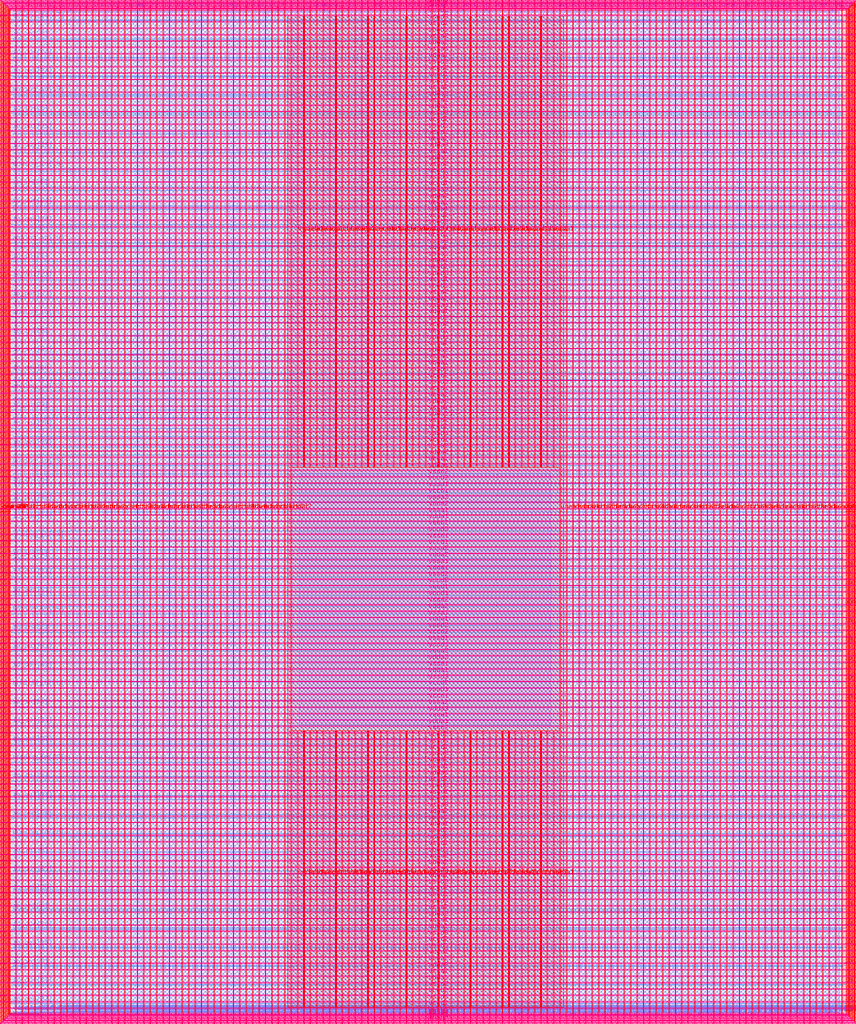
<source format=lef>
VERSION 5.7 ;
  NOWIREEXTENSIONATPIN ON ;
  DIVIDERCHAR "/" ;
  BUSBITCHARS "[]" ;
MACRO user_project_wrapper
  CLASS BLOCK ;
  FOREIGN user_project_wrapper ;
  ORIGIN 0.000 0.000 ;
  SIZE 2920.000 BY 3520.000 ;
  PIN analog_io[0]
    DIRECTION INOUT ;
    USE SIGNAL ;
    PORT
      LAYER met3 ;
        RECT 2917.600 1426.380 2924.800 1427.580 ;
    END
  END analog_io[0]
  PIN analog_io[10]
    DIRECTION INOUT ;
    USE SIGNAL ;
    PORT
      LAYER met2 ;
        RECT 2230.490 3517.600 2231.050 3524.800 ;
    END
  END analog_io[10]
  PIN analog_io[11]
    DIRECTION INOUT ;
    USE SIGNAL ;
    PORT
      LAYER met2 ;
        RECT 1905.730 3517.600 1906.290 3524.800 ;
    END
  END analog_io[11]
  PIN analog_io[12]
    DIRECTION INOUT ;
    USE SIGNAL ;
    PORT
      LAYER met2 ;
        RECT 1581.430 3517.600 1581.990 3524.800 ;
    END
  END analog_io[12]
  PIN analog_io[13]
    DIRECTION INOUT ;
    USE SIGNAL ;
    PORT
      LAYER met2 ;
        RECT 1257.130 3517.600 1257.690 3524.800 ;
    END
  END analog_io[13]
  PIN analog_io[14]
    DIRECTION INOUT ;
    USE SIGNAL ;
    PORT
      LAYER met2 ;
        RECT 932.370 3517.600 932.930 3524.800 ;
    END
  END analog_io[14]
  PIN analog_io[15]
    DIRECTION INOUT ;
    USE SIGNAL ;
    PORT
      LAYER met2 ;
        RECT 608.070 3517.600 608.630 3524.800 ;
    END
  END analog_io[15]
  PIN analog_io[16]
    DIRECTION INOUT ;
    USE SIGNAL ;
    PORT
      LAYER met2 ;
        RECT 283.770 3517.600 284.330 3524.800 ;
    END
  END analog_io[16]
  PIN analog_io[17]
    DIRECTION INOUT ;
    USE SIGNAL ;
    PORT
      LAYER met3 ;
        RECT -4.800 3486.100 2.400 3487.300 ;
    END
  END analog_io[17]
  PIN analog_io[18]
    DIRECTION INOUT ;
    USE SIGNAL ;
    PORT
      LAYER met3 ;
        RECT -4.800 3224.980 2.400 3226.180 ;
    END
  END analog_io[18]
  PIN analog_io[19]
    DIRECTION INOUT ;
    USE SIGNAL ;
    PORT
      LAYER met3 ;
        RECT -4.800 2964.540 2.400 2965.740 ;
    END
  END analog_io[19]
  PIN analog_io[1]
    DIRECTION INOUT ;
    USE SIGNAL ;
    PORT
      LAYER met3 ;
        RECT 2917.600 1692.260 2924.800 1693.460 ;
    END
  END analog_io[1]
  PIN analog_io[20]
    DIRECTION INOUT ;
    USE SIGNAL ;
    PORT
      LAYER met3 ;
        RECT -4.800 2703.420 2.400 2704.620 ;
    END
  END analog_io[20]
  PIN analog_io[21]
    DIRECTION INOUT ;
    USE SIGNAL ;
    PORT
      LAYER met3 ;
        RECT -4.800 2442.980 2.400 2444.180 ;
    END
  END analog_io[21]
  PIN analog_io[22]
    DIRECTION INOUT ;
    USE SIGNAL ;
    PORT
      LAYER met3 ;
        RECT -4.800 2182.540 2.400 2183.740 ;
    END
  END analog_io[22]
  PIN analog_io[23]
    DIRECTION INOUT ;
    USE SIGNAL ;
    PORT
      LAYER met3 ;
        RECT -4.800 1921.420 2.400 1922.620 ;
    END
  END analog_io[23]
  PIN analog_io[24]
    DIRECTION INOUT ;
    USE SIGNAL ;
    PORT
      LAYER met3 ;
        RECT -4.800 1660.980 2.400 1662.180 ;
    END
  END analog_io[24]
  PIN analog_io[25]
    DIRECTION INOUT ;
    USE SIGNAL ;
    PORT
      LAYER met3 ;
        RECT -4.800 1399.860 2.400 1401.060 ;
    END
  END analog_io[25]
  PIN analog_io[26]
    DIRECTION INOUT ;
    USE SIGNAL ;
    PORT
      LAYER met3 ;
        RECT -4.800 1139.420 2.400 1140.620 ;
    END
  END analog_io[26]
  PIN analog_io[27]
    DIRECTION INOUT ;
    USE SIGNAL ;
    PORT
      LAYER met3 ;
        RECT -4.800 878.980 2.400 880.180 ;
    END
  END analog_io[27]
  PIN analog_io[28]
    DIRECTION INOUT ;
    USE SIGNAL ;
    PORT
      LAYER met3 ;
        RECT -4.800 617.860 2.400 619.060 ;
    END
  END analog_io[28]
  PIN analog_io[2]
    DIRECTION INOUT ;
    USE SIGNAL ;
    PORT
      LAYER met3 ;
        RECT 2917.600 1958.140 2924.800 1959.340 ;
    END
  END analog_io[2]
  PIN analog_io[3]
    DIRECTION INOUT ;
    USE SIGNAL ;
    PORT
      LAYER met3 ;
        RECT 2917.600 2223.340 2924.800 2224.540 ;
    END
  END analog_io[3]
  PIN analog_io[4]
    DIRECTION INOUT ;
    USE SIGNAL ;
    PORT
      LAYER met3 ;
        RECT 2917.600 2489.220 2924.800 2490.420 ;
    END
  END analog_io[4]
  PIN analog_io[5]
    DIRECTION INOUT ;
    USE SIGNAL ;
    PORT
      LAYER met3 ;
        RECT 2917.600 2755.100 2924.800 2756.300 ;
    END
  END analog_io[5]
  PIN analog_io[6]
    DIRECTION INOUT ;
    USE SIGNAL ;
    PORT
      LAYER met3 ;
        RECT 2917.600 3020.300 2924.800 3021.500 ;
    END
  END analog_io[6]
  PIN analog_io[7]
    DIRECTION INOUT ;
    USE SIGNAL ;
    PORT
      LAYER met3 ;
        RECT 2917.600 3286.180 2924.800 3287.380 ;
    END
  END analog_io[7]
  PIN analog_io[8]
    DIRECTION INOUT ;
    USE SIGNAL ;
    PORT
      LAYER met2 ;
        RECT 2879.090 3517.600 2879.650 3524.800 ;
    END
  END analog_io[8]
  PIN analog_io[9]
    DIRECTION INOUT ;
    USE SIGNAL ;
    PORT
      LAYER met2 ;
        RECT 2554.790 3517.600 2555.350 3524.800 ;
    END
  END analog_io[9]
  PIN io_in[0]
    DIRECTION INPUT ;
    USE SIGNAL ;
    PORT
      LAYER met3 ;
        RECT 2917.600 32.380 2924.800 33.580 ;
    END
  END io_in[0]
  PIN io_in[10]
    DIRECTION INPUT ;
    USE SIGNAL ;
    PORT
      LAYER met3 ;
        RECT 2917.600 2289.980 2924.800 2291.180 ;
    END
  END io_in[10]
  PIN io_in[11]
    DIRECTION INPUT ;
    USE SIGNAL ;
    PORT
      LAYER met3 ;
        RECT 2917.600 2555.860 2924.800 2557.060 ;
    END
  END io_in[11]
  PIN io_in[12]
    DIRECTION INPUT ;
    USE SIGNAL ;
    PORT
      LAYER met3 ;
        RECT 2917.600 2821.060 2924.800 2822.260 ;
    END
  END io_in[12]
  PIN io_in[13]
    DIRECTION INPUT ;
    USE SIGNAL ;
    PORT
      LAYER met3 ;
        RECT 2917.600 3086.940 2924.800 3088.140 ;
    END
  END io_in[13]
  PIN io_in[14]
    DIRECTION INPUT ;
    USE SIGNAL ;
    PORT
      LAYER met3 ;
        RECT 2917.600 3352.820 2924.800 3354.020 ;
    END
  END io_in[14]
  PIN io_in[15]
    DIRECTION INPUT ;
    USE SIGNAL ;
    PORT
      LAYER met2 ;
        RECT 2798.130 3517.600 2798.690 3524.800 ;
    END
  END io_in[15]
  PIN io_in[16]
    DIRECTION INPUT ;
    USE SIGNAL ;
    PORT
      LAYER met2 ;
        RECT 2473.830 3517.600 2474.390 3524.800 ;
    END
  END io_in[16]
  PIN io_in[17]
    DIRECTION INPUT ;
    USE SIGNAL ;
    PORT
      LAYER met2 ;
        RECT 2149.070 3517.600 2149.630 3524.800 ;
    END
  END io_in[17]
  PIN io_in[18]
    DIRECTION INPUT ;
    USE SIGNAL ;
    PORT
      LAYER met2 ;
        RECT 1824.770 3517.600 1825.330 3524.800 ;
    END
  END io_in[18]
  PIN io_in[19]
    DIRECTION INPUT ;
    USE SIGNAL ;
    PORT
      LAYER met2 ;
        RECT 1500.470 3517.600 1501.030 3524.800 ;
    END
  END io_in[19]
  PIN io_in[1]
    DIRECTION INPUT ;
    USE SIGNAL ;
    PORT
      LAYER met3 ;
        RECT 2917.600 230.940 2924.800 232.140 ;
    END
  END io_in[1]
  PIN io_in[20]
    DIRECTION INPUT ;
    USE SIGNAL ;
    PORT
      LAYER met2 ;
        RECT 1175.710 3517.600 1176.270 3524.800 ;
    END
  END io_in[20]
  PIN io_in[21]
    DIRECTION INPUT ;
    USE SIGNAL ;
    PORT
      LAYER met2 ;
        RECT 851.410 3517.600 851.970 3524.800 ;
    END
  END io_in[21]
  PIN io_in[22]
    DIRECTION INPUT ;
    USE SIGNAL ;
    PORT
      LAYER met2 ;
        RECT 527.110 3517.600 527.670 3524.800 ;
    END
  END io_in[22]
  PIN io_in[23]
    DIRECTION INPUT ;
    USE SIGNAL ;
    PORT
      LAYER met2 ;
        RECT 202.350 3517.600 202.910 3524.800 ;
    END
  END io_in[23]
  PIN io_in[24]
    DIRECTION INPUT ;
    USE SIGNAL ;
    PORT
      LAYER met3 ;
        RECT -4.800 3420.820 2.400 3422.020 ;
    END
  END io_in[24]
  PIN io_in[25]
    DIRECTION INPUT ;
    USE SIGNAL ;
    PORT
      LAYER met3 ;
        RECT -4.800 3159.700 2.400 3160.900 ;
    END
  END io_in[25]
  PIN io_in[26]
    DIRECTION INPUT ;
    USE SIGNAL ;
    PORT
      LAYER met3 ;
        RECT -4.800 2899.260 2.400 2900.460 ;
    END
  END io_in[26]
  PIN io_in[27]
    DIRECTION INPUT ;
    USE SIGNAL ;
    PORT
      LAYER met3 ;
        RECT -4.800 2638.820 2.400 2640.020 ;
    END
  END io_in[27]
  PIN io_in[28]
    DIRECTION INPUT ;
    USE SIGNAL ;
    PORT
      LAYER met3 ;
        RECT -4.800 2377.700 2.400 2378.900 ;
    END
  END io_in[28]
  PIN io_in[29]
    DIRECTION INPUT ;
    USE SIGNAL ;
    PORT
      LAYER met3 ;
        RECT -4.800 2117.260 2.400 2118.460 ;
    END
  END io_in[29]
  PIN io_in[2]
    DIRECTION INPUT ;
    USE SIGNAL ;
    PORT
      LAYER met3 ;
        RECT 2917.600 430.180 2924.800 431.380 ;
    END
  END io_in[2]
  PIN io_in[30]
    DIRECTION INPUT ;
    USE SIGNAL ;
    PORT
      LAYER met3 ;
        RECT -4.800 1856.140 2.400 1857.340 ;
    END
  END io_in[30]
  PIN io_in[31]
    DIRECTION INPUT ;
    USE SIGNAL ;
    PORT
      LAYER met3 ;
        RECT -4.800 1595.700 2.400 1596.900 ;
    END
  END io_in[31]
  PIN io_in[32]
    DIRECTION INPUT ;
    USE SIGNAL ;
    PORT
      LAYER met3 ;
        RECT -4.800 1335.260 2.400 1336.460 ;
    END
  END io_in[32]
  PIN io_in[33]
    DIRECTION INPUT ;
    USE SIGNAL ;
    PORT
      LAYER met3 ;
        RECT -4.800 1074.140 2.400 1075.340 ;
    END
  END io_in[33]
  PIN io_in[34]
    DIRECTION INPUT ;
    USE SIGNAL ;
    PORT
      LAYER met3 ;
        RECT -4.800 813.700 2.400 814.900 ;
    END
  END io_in[34]
  PIN io_in[35]
    DIRECTION INPUT ;
    USE SIGNAL ;
    PORT
      LAYER met3 ;
        RECT -4.800 552.580 2.400 553.780 ;
    END
  END io_in[35]
  PIN io_in[36]
    DIRECTION INPUT ;
    USE SIGNAL ;
    PORT
      LAYER met3 ;
        RECT -4.800 357.420 2.400 358.620 ;
    END
  END io_in[36]
  PIN io_in[37]
    DIRECTION INPUT ;
    USE SIGNAL ;
    PORT
      LAYER met3 ;
        RECT -4.800 161.580 2.400 162.780 ;
    END
  END io_in[37]
  PIN io_in[3]
    DIRECTION INPUT ;
    USE SIGNAL ;
    PORT
      LAYER met3 ;
        RECT 2917.600 629.420 2924.800 630.620 ;
    END
  END io_in[3]
  PIN io_in[4]
    DIRECTION INPUT ;
    USE SIGNAL ;
    PORT
      LAYER met3 ;
        RECT 2917.600 828.660 2924.800 829.860 ;
    END
  END io_in[4]
  PIN io_in[5]
    DIRECTION INPUT ;
    USE SIGNAL ;
    PORT
      LAYER met3 ;
        RECT 2917.600 1027.900 2924.800 1029.100 ;
    END
  END io_in[5]
  PIN io_in[6]
    DIRECTION INPUT ;
    USE SIGNAL ;
    PORT
      LAYER met3 ;
        RECT 2917.600 1227.140 2924.800 1228.340 ;
    END
  END io_in[6]
  PIN io_in[7]
    DIRECTION INPUT ;
    USE SIGNAL ;
    PORT
      LAYER met3 ;
        RECT 2917.600 1493.020 2924.800 1494.220 ;
    END
  END io_in[7]
  PIN io_in[8]
    DIRECTION INPUT ;
    USE SIGNAL ;
    PORT
      LAYER met3 ;
        RECT 2917.600 1758.900 2924.800 1760.100 ;
    END
  END io_in[8]
  PIN io_in[9]
    DIRECTION INPUT ;
    USE SIGNAL ;
    PORT
      LAYER met3 ;
        RECT 2917.600 2024.100 2924.800 2025.300 ;
    END
  END io_in[9]
  PIN io_oeb[0]
    DIRECTION OUTPUT TRISTATE ;
    USE SIGNAL ;
    PORT
      LAYER met3 ;
        RECT 2917.600 164.980 2924.800 166.180 ;
    END
  END io_oeb[0]
  PIN io_oeb[10]
    DIRECTION OUTPUT TRISTATE ;
    USE SIGNAL ;
    PORT
      LAYER met3 ;
        RECT 2917.600 2422.580 2924.800 2423.780 ;
    END
  END io_oeb[10]
  PIN io_oeb[11]
    DIRECTION OUTPUT TRISTATE ;
    USE SIGNAL ;
    PORT
      LAYER met3 ;
        RECT 2917.600 2688.460 2924.800 2689.660 ;
    END
  END io_oeb[11]
  PIN io_oeb[12]
    DIRECTION OUTPUT TRISTATE ;
    USE SIGNAL ;
    PORT
      LAYER met3 ;
        RECT 2917.600 2954.340 2924.800 2955.540 ;
    END
  END io_oeb[12]
  PIN io_oeb[13]
    DIRECTION OUTPUT TRISTATE ;
    USE SIGNAL ;
    PORT
      LAYER met3 ;
        RECT 2917.600 3219.540 2924.800 3220.740 ;
    END
  END io_oeb[13]
  PIN io_oeb[14]
    DIRECTION OUTPUT TRISTATE ;
    USE SIGNAL ;
    PORT
      LAYER met3 ;
        RECT 2917.600 3485.420 2924.800 3486.620 ;
    END
  END io_oeb[14]
  PIN io_oeb[15]
    DIRECTION OUTPUT TRISTATE ;
    USE SIGNAL ;
    PORT
      LAYER met2 ;
        RECT 2635.750 3517.600 2636.310 3524.800 ;
    END
  END io_oeb[15]
  PIN io_oeb[16]
    DIRECTION OUTPUT TRISTATE ;
    USE SIGNAL ;
    PORT
      LAYER met2 ;
        RECT 2311.450 3517.600 2312.010 3524.800 ;
    END
  END io_oeb[16]
  PIN io_oeb[17]
    DIRECTION OUTPUT TRISTATE ;
    USE SIGNAL ;
    PORT
      LAYER met2 ;
        RECT 1987.150 3517.600 1987.710 3524.800 ;
    END
  END io_oeb[17]
  PIN io_oeb[18]
    DIRECTION OUTPUT TRISTATE ;
    USE SIGNAL ;
    PORT
      LAYER met2 ;
        RECT 1662.390 3517.600 1662.950 3524.800 ;
    END
  END io_oeb[18]
  PIN io_oeb[19]
    DIRECTION OUTPUT TRISTATE ;
    USE SIGNAL ;
    PORT
      LAYER met2 ;
        RECT 1338.090 3517.600 1338.650 3524.800 ;
    END
  END io_oeb[19]
  PIN io_oeb[1]
    DIRECTION OUTPUT TRISTATE ;
    USE SIGNAL ;
    PORT
      LAYER met3 ;
        RECT 2917.600 364.220 2924.800 365.420 ;
    END
  END io_oeb[1]
  PIN io_oeb[20]
    DIRECTION OUTPUT TRISTATE ;
    USE SIGNAL ;
    PORT
      LAYER met2 ;
        RECT 1013.790 3517.600 1014.350 3524.800 ;
    END
  END io_oeb[20]
  PIN io_oeb[21]
    DIRECTION OUTPUT TRISTATE ;
    USE SIGNAL ;
    PORT
      LAYER met2 ;
        RECT 689.030 3517.600 689.590 3524.800 ;
    END
  END io_oeb[21]
  PIN io_oeb[22]
    DIRECTION OUTPUT TRISTATE ;
    USE SIGNAL ;
    PORT
      LAYER met2 ;
        RECT 364.730 3517.600 365.290 3524.800 ;
    END
  END io_oeb[22]
  PIN io_oeb[23]
    DIRECTION OUTPUT TRISTATE ;
    USE SIGNAL ;
    PORT
      LAYER met2 ;
        RECT 40.430 3517.600 40.990 3524.800 ;
    END
  END io_oeb[23]
  PIN io_oeb[24]
    DIRECTION OUTPUT TRISTATE ;
    USE SIGNAL ;
    PORT
      LAYER met3 ;
        RECT -4.800 3290.260 2.400 3291.460 ;
    END
  END io_oeb[24]
  PIN io_oeb[25]
    DIRECTION OUTPUT TRISTATE ;
    USE SIGNAL ;
    PORT
      LAYER met3 ;
        RECT -4.800 3029.820 2.400 3031.020 ;
    END
  END io_oeb[25]
  PIN io_oeb[26]
    DIRECTION OUTPUT TRISTATE ;
    USE SIGNAL ;
    PORT
      LAYER met3 ;
        RECT -4.800 2768.700 2.400 2769.900 ;
    END
  END io_oeb[26]
  PIN io_oeb[27]
    DIRECTION OUTPUT TRISTATE ;
    USE SIGNAL ;
    PORT
      LAYER met3 ;
        RECT -4.800 2508.260 2.400 2509.460 ;
    END
  END io_oeb[27]
  PIN io_oeb[28]
    DIRECTION OUTPUT TRISTATE ;
    USE SIGNAL ;
    PORT
      LAYER met3 ;
        RECT -4.800 2247.140 2.400 2248.340 ;
    END
  END io_oeb[28]
  PIN io_oeb[29]
    DIRECTION OUTPUT TRISTATE ;
    USE SIGNAL ;
    PORT
      LAYER met3 ;
        RECT -4.800 1986.700 2.400 1987.900 ;
    END
  END io_oeb[29]
  PIN io_oeb[2]
    DIRECTION OUTPUT TRISTATE ;
    USE SIGNAL ;
    PORT
      LAYER met3 ;
        RECT 2917.600 563.460 2924.800 564.660 ;
    END
  END io_oeb[2]
  PIN io_oeb[30]
    DIRECTION OUTPUT TRISTATE ;
    USE SIGNAL ;
    PORT
      LAYER met3 ;
        RECT -4.800 1726.260 2.400 1727.460 ;
    END
  END io_oeb[30]
  PIN io_oeb[31]
    DIRECTION OUTPUT TRISTATE ;
    USE SIGNAL ;
    PORT
      LAYER met3 ;
        RECT -4.800 1465.140 2.400 1466.340 ;
    END
  END io_oeb[31]
  PIN io_oeb[32]
    DIRECTION OUTPUT TRISTATE ;
    USE SIGNAL ;
    PORT
      LAYER met3 ;
        RECT -4.800 1204.700 2.400 1205.900 ;
    END
  END io_oeb[32]
  PIN io_oeb[33]
    DIRECTION OUTPUT TRISTATE ;
    USE SIGNAL ;
    PORT
      LAYER met3 ;
        RECT -4.800 943.580 2.400 944.780 ;
    END
  END io_oeb[33]
  PIN io_oeb[34]
    DIRECTION OUTPUT TRISTATE ;
    USE SIGNAL ;
    PORT
      LAYER met3 ;
        RECT -4.800 683.140 2.400 684.340 ;
    END
  END io_oeb[34]
  PIN io_oeb[35]
    DIRECTION OUTPUT TRISTATE ;
    USE SIGNAL ;
    PORT
      LAYER met3 ;
        RECT -4.800 422.700 2.400 423.900 ;
    END
  END io_oeb[35]
  PIN io_oeb[36]
    DIRECTION OUTPUT TRISTATE ;
    USE SIGNAL ;
    PORT
      LAYER met3 ;
        RECT -4.800 226.860 2.400 228.060 ;
    END
  END io_oeb[36]
  PIN io_oeb[37]
    DIRECTION OUTPUT TRISTATE ;
    USE SIGNAL ;
    PORT
      LAYER met3 ;
        RECT -4.800 31.700 2.400 32.900 ;
    END
  END io_oeb[37]
  PIN io_oeb[3]
    DIRECTION OUTPUT TRISTATE ;
    USE SIGNAL ;
    PORT
      LAYER met3 ;
        RECT 2917.600 762.700 2924.800 763.900 ;
    END
  END io_oeb[3]
  PIN io_oeb[4]
    DIRECTION OUTPUT TRISTATE ;
    USE SIGNAL ;
    PORT
      LAYER met3 ;
        RECT 2917.600 961.940 2924.800 963.140 ;
    END
  END io_oeb[4]
  PIN io_oeb[5]
    DIRECTION OUTPUT TRISTATE ;
    USE SIGNAL ;
    PORT
      LAYER met3 ;
        RECT 2917.600 1161.180 2924.800 1162.380 ;
    END
  END io_oeb[5]
  PIN io_oeb[6]
    DIRECTION OUTPUT TRISTATE ;
    USE SIGNAL ;
    PORT
      LAYER met3 ;
        RECT 2917.600 1360.420 2924.800 1361.620 ;
    END
  END io_oeb[6]
  PIN io_oeb[7]
    DIRECTION OUTPUT TRISTATE ;
    USE SIGNAL ;
    PORT
      LAYER met3 ;
        RECT 2917.600 1625.620 2924.800 1626.820 ;
    END
  END io_oeb[7]
  PIN io_oeb[8]
    DIRECTION OUTPUT TRISTATE ;
    USE SIGNAL ;
    PORT
      LAYER met3 ;
        RECT 2917.600 1891.500 2924.800 1892.700 ;
    END
  END io_oeb[8]
  PIN io_oeb[9]
    DIRECTION OUTPUT TRISTATE ;
    USE SIGNAL ;
    PORT
      LAYER met3 ;
        RECT 2917.600 2157.380 2924.800 2158.580 ;
    END
  END io_oeb[9]
  PIN io_out[0]
    DIRECTION OUTPUT TRISTATE ;
    USE SIGNAL ;
    PORT
      LAYER met3 ;
        RECT 2917.600 98.340 2924.800 99.540 ;
    END
  END io_out[0]
  PIN io_out[10]
    DIRECTION OUTPUT TRISTATE ;
    USE SIGNAL ;
    PORT
      LAYER met3 ;
        RECT 2917.600 2356.620 2924.800 2357.820 ;
    END
  END io_out[10]
  PIN io_out[11]
    DIRECTION OUTPUT TRISTATE ;
    USE SIGNAL ;
    PORT
      LAYER met3 ;
        RECT 2917.600 2621.820 2924.800 2623.020 ;
    END
  END io_out[11]
  PIN io_out[12]
    DIRECTION OUTPUT TRISTATE ;
    USE SIGNAL ;
    PORT
      LAYER met3 ;
        RECT 2917.600 2887.700 2924.800 2888.900 ;
    END
  END io_out[12]
  PIN io_out[13]
    DIRECTION OUTPUT TRISTATE ;
    USE SIGNAL ;
    PORT
      LAYER met3 ;
        RECT 2917.600 3153.580 2924.800 3154.780 ;
    END
  END io_out[13]
  PIN io_out[14]
    DIRECTION OUTPUT TRISTATE ;
    USE SIGNAL ;
    PORT
      LAYER met3 ;
        RECT 2917.600 3418.780 2924.800 3419.980 ;
    END
  END io_out[14]
  PIN io_out[15]
    DIRECTION OUTPUT TRISTATE ;
    USE SIGNAL ;
    PORT
      LAYER met2 ;
        RECT 2717.170 3517.600 2717.730 3524.800 ;
    END
  END io_out[15]
  PIN io_out[16]
    DIRECTION OUTPUT TRISTATE ;
    USE SIGNAL ;
    PORT
      LAYER met2 ;
        RECT 2392.410 3517.600 2392.970 3524.800 ;
    END
  END io_out[16]
  PIN io_out[17]
    DIRECTION OUTPUT TRISTATE ;
    USE SIGNAL ;
    PORT
      LAYER met2 ;
        RECT 2068.110 3517.600 2068.670 3524.800 ;
    END
  END io_out[17]
  PIN io_out[18]
    DIRECTION OUTPUT TRISTATE ;
    USE SIGNAL ;
    PORT
      LAYER met2 ;
        RECT 1743.810 3517.600 1744.370 3524.800 ;
    END
  END io_out[18]
  PIN io_out[19]
    DIRECTION OUTPUT TRISTATE ;
    USE SIGNAL ;
    PORT
      LAYER met2 ;
        RECT 1419.050 3517.600 1419.610 3524.800 ;
    END
  END io_out[19]
  PIN io_out[1]
    DIRECTION OUTPUT TRISTATE ;
    USE SIGNAL ;
    PORT
      LAYER met3 ;
        RECT 2917.600 297.580 2924.800 298.780 ;
    END
  END io_out[1]
  PIN io_out[20]
    DIRECTION OUTPUT TRISTATE ;
    USE SIGNAL ;
    PORT
      LAYER met2 ;
        RECT 1094.750 3517.600 1095.310 3524.800 ;
    END
  END io_out[20]
  PIN io_out[21]
    DIRECTION OUTPUT TRISTATE ;
    USE SIGNAL ;
    PORT
      LAYER met2 ;
        RECT 770.450 3517.600 771.010 3524.800 ;
    END
  END io_out[21]
  PIN io_out[22]
    DIRECTION OUTPUT TRISTATE ;
    USE SIGNAL ;
    PORT
      LAYER met2 ;
        RECT 445.690 3517.600 446.250 3524.800 ;
    END
  END io_out[22]
  PIN io_out[23]
    DIRECTION OUTPUT TRISTATE ;
    USE SIGNAL ;
    PORT
      LAYER met2 ;
        RECT 121.390 3517.600 121.950 3524.800 ;
    END
  END io_out[23]
  PIN io_out[24]
    DIRECTION OUTPUT TRISTATE ;
    USE SIGNAL ;
    PORT
      LAYER met3 ;
        RECT -4.800 3355.540 2.400 3356.740 ;
    END
  END io_out[24]
  PIN io_out[25]
    DIRECTION OUTPUT TRISTATE ;
    USE SIGNAL ;
    PORT
      LAYER met3 ;
        RECT -4.800 3095.100 2.400 3096.300 ;
    END
  END io_out[25]
  PIN io_out[26]
    DIRECTION OUTPUT TRISTATE ;
    USE SIGNAL ;
    PORT
      LAYER met3 ;
        RECT -4.800 2833.980 2.400 2835.180 ;
    END
  END io_out[26]
  PIN io_out[27]
    DIRECTION OUTPUT TRISTATE ;
    USE SIGNAL ;
    PORT
      LAYER met3 ;
        RECT -4.800 2573.540 2.400 2574.740 ;
    END
  END io_out[27]
  PIN io_out[28]
    DIRECTION OUTPUT TRISTATE ;
    USE SIGNAL ;
    PORT
      LAYER met3 ;
        RECT -4.800 2312.420 2.400 2313.620 ;
    END
  END io_out[28]
  PIN io_out[29]
    DIRECTION OUTPUT TRISTATE ;
    USE SIGNAL ;
    PORT
      LAYER met3 ;
        RECT -4.800 2051.980 2.400 2053.180 ;
    END
  END io_out[29]
  PIN io_out[2]
    DIRECTION OUTPUT TRISTATE ;
    USE SIGNAL ;
    PORT
      LAYER met3 ;
        RECT 2917.600 496.820 2924.800 498.020 ;
    END
  END io_out[2]
  PIN io_out[30]
    DIRECTION OUTPUT TRISTATE ;
    USE SIGNAL ;
    PORT
      LAYER met3 ;
        RECT -4.800 1791.540 2.400 1792.740 ;
    END
  END io_out[30]
  PIN io_out[31]
    DIRECTION OUTPUT TRISTATE ;
    USE SIGNAL ;
    PORT
      LAYER met3 ;
        RECT -4.800 1530.420 2.400 1531.620 ;
    END
  END io_out[31]
  PIN io_out[32]
    DIRECTION OUTPUT TRISTATE ;
    USE SIGNAL ;
    PORT
      LAYER met3 ;
        RECT -4.800 1269.980 2.400 1271.180 ;
    END
  END io_out[32]
  PIN io_out[33]
    DIRECTION OUTPUT TRISTATE ;
    USE SIGNAL ;
    PORT
      LAYER met3 ;
        RECT -4.800 1008.860 2.400 1010.060 ;
    END
  END io_out[33]
  PIN io_out[34]
    DIRECTION OUTPUT TRISTATE ;
    USE SIGNAL ;
    PORT
      LAYER met3 ;
        RECT -4.800 748.420 2.400 749.620 ;
    END
  END io_out[34]
  PIN io_out[35]
    DIRECTION OUTPUT TRISTATE ;
    USE SIGNAL ;
    PORT
      LAYER met3 ;
        RECT -4.800 487.300 2.400 488.500 ;
    END
  END io_out[35]
  PIN io_out[36]
    DIRECTION OUTPUT TRISTATE ;
    USE SIGNAL ;
    PORT
      LAYER met3 ;
        RECT -4.800 292.140 2.400 293.340 ;
    END
  END io_out[36]
  PIN io_out[37]
    DIRECTION OUTPUT TRISTATE ;
    USE SIGNAL ;
    PORT
      LAYER met3 ;
        RECT -4.800 96.300 2.400 97.500 ;
    END
  END io_out[37]
  PIN io_out[3]
    DIRECTION OUTPUT TRISTATE ;
    USE SIGNAL ;
    PORT
      LAYER met3 ;
        RECT 2917.600 696.060 2924.800 697.260 ;
    END
  END io_out[3]
  PIN io_out[4]
    DIRECTION OUTPUT TRISTATE ;
    USE SIGNAL ;
    PORT
      LAYER met3 ;
        RECT 2917.600 895.300 2924.800 896.500 ;
    END
  END io_out[4]
  PIN io_out[5]
    DIRECTION OUTPUT TRISTATE ;
    USE SIGNAL ;
    PORT
      LAYER met3 ;
        RECT 2917.600 1094.540 2924.800 1095.740 ;
    END
  END io_out[5]
  PIN io_out[6]
    DIRECTION OUTPUT TRISTATE ;
    USE SIGNAL ;
    PORT
      LAYER met3 ;
        RECT 2917.600 1293.780 2924.800 1294.980 ;
    END
  END io_out[6]
  PIN io_out[7]
    DIRECTION OUTPUT TRISTATE ;
    USE SIGNAL ;
    PORT
      LAYER met3 ;
        RECT 2917.600 1559.660 2924.800 1560.860 ;
    END
  END io_out[7]
  PIN io_out[8]
    DIRECTION OUTPUT TRISTATE ;
    USE SIGNAL ;
    PORT
      LAYER met3 ;
        RECT 2917.600 1824.860 2924.800 1826.060 ;
    END
  END io_out[8]
  PIN io_out[9]
    DIRECTION OUTPUT TRISTATE ;
    USE SIGNAL ;
    PORT
      LAYER met3 ;
        RECT 2917.600 2090.740 2924.800 2091.940 ;
    END
  END io_out[9]
  PIN la_data_in[0]
    DIRECTION INPUT ;
    USE SIGNAL ;
    PORT
      LAYER met2 ;
        RECT 629.230 -4.800 629.790 2.400 ;
    END
  END la_data_in[0]
  PIN la_data_in[100]
    DIRECTION INPUT ;
    USE SIGNAL ;
    PORT
      LAYER met2 ;
        RECT 2402.530 -4.800 2403.090 2.400 ;
    END
  END la_data_in[100]
  PIN la_data_in[101]
    DIRECTION INPUT ;
    USE SIGNAL ;
    PORT
      LAYER met2 ;
        RECT 2420.010 -4.800 2420.570 2.400 ;
    END
  END la_data_in[101]
  PIN la_data_in[102]
    DIRECTION INPUT ;
    USE SIGNAL ;
    PORT
      LAYER met2 ;
        RECT 2437.950 -4.800 2438.510 2.400 ;
    END
  END la_data_in[102]
  PIN la_data_in[103]
    DIRECTION INPUT ;
    USE SIGNAL ;
    PORT
      LAYER met2 ;
        RECT 2455.430 -4.800 2455.990 2.400 ;
    END
  END la_data_in[103]
  PIN la_data_in[104]
    DIRECTION INPUT ;
    USE SIGNAL ;
    PORT
      LAYER met2 ;
        RECT 2473.370 -4.800 2473.930 2.400 ;
    END
  END la_data_in[104]
  PIN la_data_in[105]
    DIRECTION INPUT ;
    USE SIGNAL ;
    PORT
      LAYER met2 ;
        RECT 2490.850 -4.800 2491.410 2.400 ;
    END
  END la_data_in[105]
  PIN la_data_in[106]
    DIRECTION INPUT ;
    USE SIGNAL ;
    PORT
      LAYER met2 ;
        RECT 2508.790 -4.800 2509.350 2.400 ;
    END
  END la_data_in[106]
  PIN la_data_in[107]
    DIRECTION INPUT ;
    USE SIGNAL ;
    PORT
      LAYER met2 ;
        RECT 2526.730 -4.800 2527.290 2.400 ;
    END
  END la_data_in[107]
  PIN la_data_in[108]
    DIRECTION INPUT ;
    USE SIGNAL ;
    PORT
      LAYER met2 ;
        RECT 2544.210 -4.800 2544.770 2.400 ;
    END
  END la_data_in[108]
  PIN la_data_in[109]
    DIRECTION INPUT ;
    USE SIGNAL ;
    PORT
      LAYER met2 ;
        RECT 2562.150 -4.800 2562.710 2.400 ;
    END
  END la_data_in[109]
  PIN la_data_in[10]
    DIRECTION INPUT ;
    USE SIGNAL ;
    PORT
      LAYER met2 ;
        RECT 806.330 -4.800 806.890 2.400 ;
    END
  END la_data_in[10]
  PIN la_data_in[110]
    DIRECTION INPUT ;
    USE SIGNAL ;
    PORT
      LAYER met2 ;
        RECT 2579.630 -4.800 2580.190 2.400 ;
    END
  END la_data_in[110]
  PIN la_data_in[111]
    DIRECTION INPUT ;
    USE SIGNAL ;
    PORT
      LAYER met2 ;
        RECT 2597.570 -4.800 2598.130 2.400 ;
    END
  END la_data_in[111]
  PIN la_data_in[112]
    DIRECTION INPUT ;
    USE SIGNAL ;
    PORT
      LAYER met2 ;
        RECT 2615.050 -4.800 2615.610 2.400 ;
    END
  END la_data_in[112]
  PIN la_data_in[113]
    DIRECTION INPUT ;
    USE SIGNAL ;
    PORT
      LAYER met2 ;
        RECT 2632.990 -4.800 2633.550 2.400 ;
    END
  END la_data_in[113]
  PIN la_data_in[114]
    DIRECTION INPUT ;
    USE SIGNAL ;
    PORT
      LAYER met2 ;
        RECT 2650.470 -4.800 2651.030 2.400 ;
    END
  END la_data_in[114]
  PIN la_data_in[115]
    DIRECTION INPUT ;
    USE SIGNAL ;
    PORT
      LAYER met2 ;
        RECT 2668.410 -4.800 2668.970 2.400 ;
    END
  END la_data_in[115]
  PIN la_data_in[116]
    DIRECTION INPUT ;
    USE SIGNAL ;
    PORT
      LAYER met2 ;
        RECT 2685.890 -4.800 2686.450 2.400 ;
    END
  END la_data_in[116]
  PIN la_data_in[117]
    DIRECTION INPUT ;
    USE SIGNAL ;
    PORT
      LAYER met2 ;
        RECT 2703.830 -4.800 2704.390 2.400 ;
    END
  END la_data_in[117]
  PIN la_data_in[118]
    DIRECTION INPUT ;
    USE SIGNAL ;
    PORT
      LAYER met2 ;
        RECT 2721.770 -4.800 2722.330 2.400 ;
    END
  END la_data_in[118]
  PIN la_data_in[119]
    DIRECTION INPUT ;
    USE SIGNAL ;
    PORT
      LAYER met2 ;
        RECT 2739.250 -4.800 2739.810 2.400 ;
    END
  END la_data_in[119]
  PIN la_data_in[11]
    DIRECTION INPUT ;
    USE SIGNAL ;
    PORT
      LAYER met2 ;
        RECT 824.270 -4.800 824.830 2.400 ;
    END
  END la_data_in[11]
  PIN la_data_in[120]
    DIRECTION INPUT ;
    USE SIGNAL ;
    PORT
      LAYER met2 ;
        RECT 2757.190 -4.800 2757.750 2.400 ;
    END
  END la_data_in[120]
  PIN la_data_in[121]
    DIRECTION INPUT ;
    USE SIGNAL ;
    PORT
      LAYER met2 ;
        RECT 2774.670 -4.800 2775.230 2.400 ;
    END
  END la_data_in[121]
  PIN la_data_in[122]
    DIRECTION INPUT ;
    USE SIGNAL ;
    PORT
      LAYER met2 ;
        RECT 2792.610 -4.800 2793.170 2.400 ;
    END
  END la_data_in[122]
  PIN la_data_in[123]
    DIRECTION INPUT ;
    USE SIGNAL ;
    PORT
      LAYER met2 ;
        RECT 2810.090 -4.800 2810.650 2.400 ;
    END
  END la_data_in[123]
  PIN la_data_in[124]
    DIRECTION INPUT ;
    USE SIGNAL ;
    PORT
      LAYER met2 ;
        RECT 2828.030 -4.800 2828.590 2.400 ;
    END
  END la_data_in[124]
  PIN la_data_in[125]
    DIRECTION INPUT ;
    USE SIGNAL ;
    PORT
      LAYER met2 ;
        RECT 2845.510 -4.800 2846.070 2.400 ;
    END
  END la_data_in[125]
  PIN la_data_in[126]
    DIRECTION INPUT ;
    USE SIGNAL ;
    PORT
      LAYER met2 ;
        RECT 2863.450 -4.800 2864.010 2.400 ;
    END
  END la_data_in[126]
  PIN la_data_in[127]
    DIRECTION INPUT ;
    USE SIGNAL ;
    PORT
      LAYER met2 ;
        RECT 2881.390 -4.800 2881.950 2.400 ;
    END
  END la_data_in[127]
  PIN la_data_in[12]
    DIRECTION INPUT ;
    USE SIGNAL ;
    PORT
      LAYER met2 ;
        RECT 841.750 -4.800 842.310 2.400 ;
    END
  END la_data_in[12]
  PIN la_data_in[13]
    DIRECTION INPUT ;
    USE SIGNAL ;
    PORT
      LAYER met2 ;
        RECT 859.690 -4.800 860.250 2.400 ;
    END
  END la_data_in[13]
  PIN la_data_in[14]
    DIRECTION INPUT ;
    USE SIGNAL ;
    PORT
      LAYER met2 ;
        RECT 877.170 -4.800 877.730 2.400 ;
    END
  END la_data_in[14]
  PIN la_data_in[15]
    DIRECTION INPUT ;
    USE SIGNAL ;
    PORT
      LAYER met2 ;
        RECT 895.110 -4.800 895.670 2.400 ;
    END
  END la_data_in[15]
  PIN la_data_in[16]
    DIRECTION INPUT ;
    USE SIGNAL ;
    PORT
      LAYER met2 ;
        RECT 912.590 -4.800 913.150 2.400 ;
    END
  END la_data_in[16]
  PIN la_data_in[17]
    DIRECTION INPUT ;
    USE SIGNAL ;
    PORT
      LAYER met2 ;
        RECT 930.530 -4.800 931.090 2.400 ;
    END
  END la_data_in[17]
  PIN la_data_in[18]
    DIRECTION INPUT ;
    USE SIGNAL ;
    PORT
      LAYER met2 ;
        RECT 948.470 -4.800 949.030 2.400 ;
    END
  END la_data_in[18]
  PIN la_data_in[19]
    DIRECTION INPUT ;
    USE SIGNAL ;
    PORT
      LAYER met2 ;
        RECT 965.950 -4.800 966.510 2.400 ;
    END
  END la_data_in[19]
  PIN la_data_in[1]
    DIRECTION INPUT ;
    USE SIGNAL ;
    PORT
      LAYER met2 ;
        RECT 646.710 -4.800 647.270 2.400 ;
    END
  END la_data_in[1]
  PIN la_data_in[20]
    DIRECTION INPUT ;
    USE SIGNAL ;
    PORT
      LAYER met2 ;
        RECT 983.890 -4.800 984.450 2.400 ;
    END
  END la_data_in[20]
  PIN la_data_in[21]
    DIRECTION INPUT ;
    USE SIGNAL ;
    PORT
      LAYER met2 ;
        RECT 1001.370 -4.800 1001.930 2.400 ;
    END
  END la_data_in[21]
  PIN la_data_in[22]
    DIRECTION INPUT ;
    USE SIGNAL ;
    PORT
      LAYER met2 ;
        RECT 1019.310 -4.800 1019.870 2.400 ;
    END
  END la_data_in[22]
  PIN la_data_in[23]
    DIRECTION INPUT ;
    USE SIGNAL ;
    PORT
      LAYER met2 ;
        RECT 1036.790 -4.800 1037.350 2.400 ;
    END
  END la_data_in[23]
  PIN la_data_in[24]
    DIRECTION INPUT ;
    USE SIGNAL ;
    PORT
      LAYER met2 ;
        RECT 1054.730 -4.800 1055.290 2.400 ;
    END
  END la_data_in[24]
  PIN la_data_in[25]
    DIRECTION INPUT ;
    USE SIGNAL ;
    PORT
      LAYER met2 ;
        RECT 1072.210 -4.800 1072.770 2.400 ;
    END
  END la_data_in[25]
  PIN la_data_in[26]
    DIRECTION INPUT ;
    USE SIGNAL ;
    PORT
      LAYER met2 ;
        RECT 1090.150 -4.800 1090.710 2.400 ;
    END
  END la_data_in[26]
  PIN la_data_in[27]
    DIRECTION INPUT ;
    USE SIGNAL ;
    PORT
      LAYER met2 ;
        RECT 1107.630 -4.800 1108.190 2.400 ;
    END
  END la_data_in[27]
  PIN la_data_in[28]
    DIRECTION INPUT ;
    USE SIGNAL ;
    PORT
      LAYER met2 ;
        RECT 1125.570 -4.800 1126.130 2.400 ;
    END
  END la_data_in[28]
  PIN la_data_in[29]
    DIRECTION INPUT ;
    USE SIGNAL ;
    PORT
      LAYER met2 ;
        RECT 1143.510 -4.800 1144.070 2.400 ;
    END
  END la_data_in[29]
  PIN la_data_in[2]
    DIRECTION INPUT ;
    USE SIGNAL ;
    PORT
      LAYER met2 ;
        RECT 664.650 -4.800 665.210 2.400 ;
    END
  END la_data_in[2]
  PIN la_data_in[30]
    DIRECTION INPUT ;
    USE SIGNAL ;
    PORT
      LAYER met2 ;
        RECT 1160.990 -4.800 1161.550 2.400 ;
    END
  END la_data_in[30]
  PIN la_data_in[31]
    DIRECTION INPUT ;
    USE SIGNAL ;
    PORT
      LAYER met2 ;
        RECT 1178.930 -4.800 1179.490 2.400 ;
    END
  END la_data_in[31]
  PIN la_data_in[32]
    DIRECTION INPUT ;
    USE SIGNAL ;
    PORT
      LAYER met2 ;
        RECT 1196.410 -4.800 1196.970 2.400 ;
    END
  END la_data_in[32]
  PIN la_data_in[33]
    DIRECTION INPUT ;
    USE SIGNAL ;
    PORT
      LAYER met2 ;
        RECT 1214.350 -4.800 1214.910 2.400 ;
    END
  END la_data_in[33]
  PIN la_data_in[34]
    DIRECTION INPUT ;
    USE SIGNAL ;
    PORT
      LAYER met2 ;
        RECT 1231.830 -4.800 1232.390 2.400 ;
    END
  END la_data_in[34]
  PIN la_data_in[35]
    DIRECTION INPUT ;
    USE SIGNAL ;
    PORT
      LAYER met2 ;
        RECT 1249.770 -4.800 1250.330 2.400 ;
    END
  END la_data_in[35]
  PIN la_data_in[36]
    DIRECTION INPUT ;
    USE SIGNAL ;
    PORT
      LAYER met2 ;
        RECT 1267.250 -4.800 1267.810 2.400 ;
    END
  END la_data_in[36]
  PIN la_data_in[37]
    DIRECTION INPUT ;
    USE SIGNAL ;
    PORT
      LAYER met2 ;
        RECT 1285.190 -4.800 1285.750 2.400 ;
    END
  END la_data_in[37]
  PIN la_data_in[38]
    DIRECTION INPUT ;
    USE SIGNAL ;
    PORT
      LAYER met2 ;
        RECT 1303.130 -4.800 1303.690 2.400 ;
    END
  END la_data_in[38]
  PIN la_data_in[39]
    DIRECTION INPUT ;
    USE SIGNAL ;
    PORT
      LAYER met2 ;
        RECT 1320.610 -4.800 1321.170 2.400 ;
    END
  END la_data_in[39]
  PIN la_data_in[3]
    DIRECTION INPUT ;
    USE SIGNAL ;
    PORT
      LAYER met2 ;
        RECT 682.130 -4.800 682.690 2.400 ;
    END
  END la_data_in[3]
  PIN la_data_in[40]
    DIRECTION INPUT ;
    USE SIGNAL ;
    PORT
      LAYER met2 ;
        RECT 1338.550 -4.800 1339.110 2.400 ;
    END
  END la_data_in[40]
  PIN la_data_in[41]
    DIRECTION INPUT ;
    USE SIGNAL ;
    PORT
      LAYER met2 ;
        RECT 1356.030 -4.800 1356.590 2.400 ;
    END
  END la_data_in[41]
  PIN la_data_in[42]
    DIRECTION INPUT ;
    USE SIGNAL ;
    PORT
      LAYER met2 ;
        RECT 1373.970 -4.800 1374.530 2.400 ;
    END
  END la_data_in[42]
  PIN la_data_in[43]
    DIRECTION INPUT ;
    USE SIGNAL ;
    PORT
      LAYER met2 ;
        RECT 1391.450 -4.800 1392.010 2.400 ;
    END
  END la_data_in[43]
  PIN la_data_in[44]
    DIRECTION INPUT ;
    USE SIGNAL ;
    PORT
      LAYER met2 ;
        RECT 1409.390 -4.800 1409.950 2.400 ;
    END
  END la_data_in[44]
  PIN la_data_in[45]
    DIRECTION INPUT ;
    USE SIGNAL ;
    PORT
      LAYER met2 ;
        RECT 1426.870 -4.800 1427.430 2.400 ;
    END
  END la_data_in[45]
  PIN la_data_in[46]
    DIRECTION INPUT ;
    USE SIGNAL ;
    PORT
      LAYER met2 ;
        RECT 1444.810 -4.800 1445.370 2.400 ;
    END
  END la_data_in[46]
  PIN la_data_in[47]
    DIRECTION INPUT ;
    USE SIGNAL ;
    PORT
      LAYER met2 ;
        RECT 1462.750 -4.800 1463.310 2.400 ;
    END
  END la_data_in[47]
  PIN la_data_in[48]
    DIRECTION INPUT ;
    USE SIGNAL ;
    PORT
      LAYER met2 ;
        RECT 1480.230 -4.800 1480.790 2.400 ;
    END
  END la_data_in[48]
  PIN la_data_in[49]
    DIRECTION INPUT ;
    USE SIGNAL ;
    PORT
      LAYER met2 ;
        RECT 1498.170 -4.800 1498.730 2.400 ;
    END
  END la_data_in[49]
  PIN la_data_in[4]
    DIRECTION INPUT ;
    USE SIGNAL ;
    PORT
      LAYER met2 ;
        RECT 700.070 -4.800 700.630 2.400 ;
    END
  END la_data_in[4]
  PIN la_data_in[50]
    DIRECTION INPUT ;
    USE SIGNAL ;
    PORT
      LAYER met2 ;
        RECT 1515.650 -4.800 1516.210 2.400 ;
    END
  END la_data_in[50]
  PIN la_data_in[51]
    DIRECTION INPUT ;
    USE SIGNAL ;
    PORT
      LAYER met2 ;
        RECT 1533.590 -4.800 1534.150 2.400 ;
    END
  END la_data_in[51]
  PIN la_data_in[52]
    DIRECTION INPUT ;
    USE SIGNAL ;
    PORT
      LAYER met2 ;
        RECT 1551.070 -4.800 1551.630 2.400 ;
    END
  END la_data_in[52]
  PIN la_data_in[53]
    DIRECTION INPUT ;
    USE SIGNAL ;
    PORT
      LAYER met2 ;
        RECT 1569.010 -4.800 1569.570 2.400 ;
    END
  END la_data_in[53]
  PIN la_data_in[54]
    DIRECTION INPUT ;
    USE SIGNAL ;
    PORT
      LAYER met2 ;
        RECT 1586.490 -4.800 1587.050 2.400 ;
    END
  END la_data_in[54]
  PIN la_data_in[55]
    DIRECTION INPUT ;
    USE SIGNAL ;
    PORT
      LAYER met2 ;
        RECT 1604.430 -4.800 1604.990 2.400 ;
    END
  END la_data_in[55]
  PIN la_data_in[56]
    DIRECTION INPUT ;
    USE SIGNAL ;
    PORT
      LAYER met2 ;
        RECT 1621.910 -4.800 1622.470 2.400 ;
    END
  END la_data_in[56]
  PIN la_data_in[57]
    DIRECTION INPUT ;
    USE SIGNAL ;
    PORT
      LAYER met2 ;
        RECT 1639.850 -4.800 1640.410 2.400 ;
    END
  END la_data_in[57]
  PIN la_data_in[58]
    DIRECTION INPUT ;
    USE SIGNAL ;
    PORT
      LAYER met2 ;
        RECT 1657.790 -4.800 1658.350 2.400 ;
    END
  END la_data_in[58]
  PIN la_data_in[59]
    DIRECTION INPUT ;
    USE SIGNAL ;
    PORT
      LAYER met2 ;
        RECT 1675.270 -4.800 1675.830 2.400 ;
    END
  END la_data_in[59]
  PIN la_data_in[5]
    DIRECTION INPUT ;
    USE SIGNAL ;
    PORT
      LAYER met2 ;
        RECT 717.550 -4.800 718.110 2.400 ;
    END
  END la_data_in[5]
  PIN la_data_in[60]
    DIRECTION INPUT ;
    USE SIGNAL ;
    PORT
      LAYER met2 ;
        RECT 1693.210 -4.800 1693.770 2.400 ;
    END
  END la_data_in[60]
  PIN la_data_in[61]
    DIRECTION INPUT ;
    USE SIGNAL ;
    PORT
      LAYER met2 ;
        RECT 1710.690 -4.800 1711.250 2.400 ;
    END
  END la_data_in[61]
  PIN la_data_in[62]
    DIRECTION INPUT ;
    USE SIGNAL ;
    PORT
      LAYER met2 ;
        RECT 1728.630 -4.800 1729.190 2.400 ;
    END
  END la_data_in[62]
  PIN la_data_in[63]
    DIRECTION INPUT ;
    USE SIGNAL ;
    PORT
      LAYER met2 ;
        RECT 1746.110 -4.800 1746.670 2.400 ;
    END
  END la_data_in[63]
  PIN la_data_in[64]
    DIRECTION INPUT ;
    USE SIGNAL ;
    PORT
      LAYER met2 ;
        RECT 1764.050 -4.800 1764.610 2.400 ;
    END
  END la_data_in[64]
  PIN la_data_in[65]
    DIRECTION INPUT ;
    USE SIGNAL ;
    PORT
      LAYER met2 ;
        RECT 1781.530 -4.800 1782.090 2.400 ;
    END
  END la_data_in[65]
  PIN la_data_in[66]
    DIRECTION INPUT ;
    USE SIGNAL ;
    PORT
      LAYER met2 ;
        RECT 1799.470 -4.800 1800.030 2.400 ;
    END
  END la_data_in[66]
  PIN la_data_in[67]
    DIRECTION INPUT ;
    USE SIGNAL ;
    PORT
      LAYER met2 ;
        RECT 1817.410 -4.800 1817.970 2.400 ;
    END
  END la_data_in[67]
  PIN la_data_in[68]
    DIRECTION INPUT ;
    USE SIGNAL ;
    PORT
      LAYER met2 ;
        RECT 1834.890 -4.800 1835.450 2.400 ;
    END
  END la_data_in[68]
  PIN la_data_in[69]
    DIRECTION INPUT ;
    USE SIGNAL ;
    PORT
      LAYER met2 ;
        RECT 1852.830 -4.800 1853.390 2.400 ;
    END
  END la_data_in[69]
  PIN la_data_in[6]
    DIRECTION INPUT ;
    USE SIGNAL ;
    PORT
      LAYER met2 ;
        RECT 735.490 -4.800 736.050 2.400 ;
    END
  END la_data_in[6]
  PIN la_data_in[70]
    DIRECTION INPUT ;
    USE SIGNAL ;
    PORT
      LAYER met2 ;
        RECT 1870.310 -4.800 1870.870 2.400 ;
    END
  END la_data_in[70]
  PIN la_data_in[71]
    DIRECTION INPUT ;
    USE SIGNAL ;
    PORT
      LAYER met2 ;
        RECT 1888.250 -4.800 1888.810 2.400 ;
    END
  END la_data_in[71]
  PIN la_data_in[72]
    DIRECTION INPUT ;
    USE SIGNAL ;
    PORT
      LAYER met2 ;
        RECT 1905.730 -4.800 1906.290 2.400 ;
    END
  END la_data_in[72]
  PIN la_data_in[73]
    DIRECTION INPUT ;
    USE SIGNAL ;
    PORT
      LAYER met2 ;
        RECT 1923.670 -4.800 1924.230 2.400 ;
    END
  END la_data_in[73]
  PIN la_data_in[74]
    DIRECTION INPUT ;
    USE SIGNAL ;
    PORT
      LAYER met2 ;
        RECT 1941.150 -4.800 1941.710 2.400 ;
    END
  END la_data_in[74]
  PIN la_data_in[75]
    DIRECTION INPUT ;
    USE SIGNAL ;
    PORT
      LAYER met2 ;
        RECT 1959.090 -4.800 1959.650 2.400 ;
    END
  END la_data_in[75]
  PIN la_data_in[76]
    DIRECTION INPUT ;
    USE SIGNAL ;
    PORT
      LAYER met2 ;
        RECT 1976.570 -4.800 1977.130 2.400 ;
    END
  END la_data_in[76]
  PIN la_data_in[77]
    DIRECTION INPUT ;
    USE SIGNAL ;
    PORT
      LAYER met2 ;
        RECT 1994.510 -4.800 1995.070 2.400 ;
    END
  END la_data_in[77]
  PIN la_data_in[78]
    DIRECTION INPUT ;
    USE SIGNAL ;
    PORT
      LAYER met2 ;
        RECT 2012.450 -4.800 2013.010 2.400 ;
    END
  END la_data_in[78]
  PIN la_data_in[79]
    DIRECTION INPUT ;
    USE SIGNAL ;
    PORT
      LAYER met2 ;
        RECT 2029.930 -4.800 2030.490 2.400 ;
    END
  END la_data_in[79]
  PIN la_data_in[7]
    DIRECTION INPUT ;
    USE SIGNAL ;
    PORT
      LAYER met2 ;
        RECT 752.970 -4.800 753.530 2.400 ;
    END
  END la_data_in[7]
  PIN la_data_in[80]
    DIRECTION INPUT ;
    USE SIGNAL ;
    PORT
      LAYER met2 ;
        RECT 2047.870 -4.800 2048.430 2.400 ;
    END
  END la_data_in[80]
  PIN la_data_in[81]
    DIRECTION INPUT ;
    USE SIGNAL ;
    PORT
      LAYER met2 ;
        RECT 2065.350 -4.800 2065.910 2.400 ;
    END
  END la_data_in[81]
  PIN la_data_in[82]
    DIRECTION INPUT ;
    USE SIGNAL ;
    PORT
      LAYER met2 ;
        RECT 2083.290 -4.800 2083.850 2.400 ;
    END
  END la_data_in[82]
  PIN la_data_in[83]
    DIRECTION INPUT ;
    USE SIGNAL ;
    PORT
      LAYER met2 ;
        RECT 2100.770 -4.800 2101.330 2.400 ;
    END
  END la_data_in[83]
  PIN la_data_in[84]
    DIRECTION INPUT ;
    USE SIGNAL ;
    PORT
      LAYER met2 ;
        RECT 2118.710 -4.800 2119.270 2.400 ;
    END
  END la_data_in[84]
  PIN la_data_in[85]
    DIRECTION INPUT ;
    USE SIGNAL ;
    PORT
      LAYER met2 ;
        RECT 2136.190 -4.800 2136.750 2.400 ;
    END
  END la_data_in[85]
  PIN la_data_in[86]
    DIRECTION INPUT ;
    USE SIGNAL ;
    PORT
      LAYER met2 ;
        RECT 2154.130 -4.800 2154.690 2.400 ;
    END
  END la_data_in[86]
  PIN la_data_in[87]
    DIRECTION INPUT ;
    USE SIGNAL ;
    PORT
      LAYER met2 ;
        RECT 2172.070 -4.800 2172.630 2.400 ;
    END
  END la_data_in[87]
  PIN la_data_in[88]
    DIRECTION INPUT ;
    USE SIGNAL ;
    PORT
      LAYER met2 ;
        RECT 2189.550 -4.800 2190.110 2.400 ;
    END
  END la_data_in[88]
  PIN la_data_in[89]
    DIRECTION INPUT ;
    USE SIGNAL ;
    PORT
      LAYER met2 ;
        RECT 2207.490 -4.800 2208.050 2.400 ;
    END
  END la_data_in[89]
  PIN la_data_in[8]
    DIRECTION INPUT ;
    USE SIGNAL ;
    PORT
      LAYER met2 ;
        RECT 770.910 -4.800 771.470 2.400 ;
    END
  END la_data_in[8]
  PIN la_data_in[90]
    DIRECTION INPUT ;
    USE SIGNAL ;
    PORT
      LAYER met2 ;
        RECT 2224.970 -4.800 2225.530 2.400 ;
    END
  END la_data_in[90]
  PIN la_data_in[91]
    DIRECTION INPUT ;
    USE SIGNAL ;
    PORT
      LAYER met2 ;
        RECT 2242.910 -4.800 2243.470 2.400 ;
    END
  END la_data_in[91]
  PIN la_data_in[92]
    DIRECTION INPUT ;
    USE SIGNAL ;
    PORT
      LAYER met2 ;
        RECT 2260.390 -4.800 2260.950 2.400 ;
    END
  END la_data_in[92]
  PIN la_data_in[93]
    DIRECTION INPUT ;
    USE SIGNAL ;
    PORT
      LAYER met2 ;
        RECT 2278.330 -4.800 2278.890 2.400 ;
    END
  END la_data_in[93]
  PIN la_data_in[94]
    DIRECTION INPUT ;
    USE SIGNAL ;
    PORT
      LAYER met2 ;
        RECT 2295.810 -4.800 2296.370 2.400 ;
    END
  END la_data_in[94]
  PIN la_data_in[95]
    DIRECTION INPUT ;
    USE SIGNAL ;
    PORT
      LAYER met2 ;
        RECT 2313.750 -4.800 2314.310 2.400 ;
    END
  END la_data_in[95]
  PIN la_data_in[96]
    DIRECTION INPUT ;
    USE SIGNAL ;
    PORT
      LAYER met2 ;
        RECT 2331.230 -4.800 2331.790 2.400 ;
    END
  END la_data_in[96]
  PIN la_data_in[97]
    DIRECTION INPUT ;
    USE SIGNAL ;
    PORT
      LAYER met2 ;
        RECT 2349.170 -4.800 2349.730 2.400 ;
    END
  END la_data_in[97]
  PIN la_data_in[98]
    DIRECTION INPUT ;
    USE SIGNAL ;
    PORT
      LAYER met2 ;
        RECT 2367.110 -4.800 2367.670 2.400 ;
    END
  END la_data_in[98]
  PIN la_data_in[99]
    DIRECTION INPUT ;
    USE SIGNAL ;
    PORT
      LAYER met2 ;
        RECT 2384.590 -4.800 2385.150 2.400 ;
    END
  END la_data_in[99]
  PIN la_data_in[9]
    DIRECTION INPUT ;
    USE SIGNAL ;
    PORT
      LAYER met2 ;
        RECT 788.850 -4.800 789.410 2.400 ;
    END
  END la_data_in[9]
  PIN la_data_out[0]
    DIRECTION OUTPUT TRISTATE ;
    USE SIGNAL ;
    PORT
      LAYER met2 ;
        RECT 634.750 -4.800 635.310 2.400 ;
    END
  END la_data_out[0]
  PIN la_data_out[100]
    DIRECTION OUTPUT TRISTATE ;
    USE SIGNAL ;
    PORT
      LAYER met2 ;
        RECT 2408.510 -4.800 2409.070 2.400 ;
    END
  END la_data_out[100]
  PIN la_data_out[101]
    DIRECTION OUTPUT TRISTATE ;
    USE SIGNAL ;
    PORT
      LAYER met2 ;
        RECT 2425.990 -4.800 2426.550 2.400 ;
    END
  END la_data_out[101]
  PIN la_data_out[102]
    DIRECTION OUTPUT TRISTATE ;
    USE SIGNAL ;
    PORT
      LAYER met2 ;
        RECT 2443.930 -4.800 2444.490 2.400 ;
    END
  END la_data_out[102]
  PIN la_data_out[103]
    DIRECTION OUTPUT TRISTATE ;
    USE SIGNAL ;
    PORT
      LAYER met2 ;
        RECT 2461.410 -4.800 2461.970 2.400 ;
    END
  END la_data_out[103]
  PIN la_data_out[104]
    DIRECTION OUTPUT TRISTATE ;
    USE SIGNAL ;
    PORT
      LAYER met2 ;
        RECT 2479.350 -4.800 2479.910 2.400 ;
    END
  END la_data_out[104]
  PIN la_data_out[105]
    DIRECTION OUTPUT TRISTATE ;
    USE SIGNAL ;
    PORT
      LAYER met2 ;
        RECT 2496.830 -4.800 2497.390 2.400 ;
    END
  END la_data_out[105]
  PIN la_data_out[106]
    DIRECTION OUTPUT TRISTATE ;
    USE SIGNAL ;
    PORT
      LAYER met2 ;
        RECT 2514.770 -4.800 2515.330 2.400 ;
    END
  END la_data_out[106]
  PIN la_data_out[107]
    DIRECTION OUTPUT TRISTATE ;
    USE SIGNAL ;
    PORT
      LAYER met2 ;
        RECT 2532.250 -4.800 2532.810 2.400 ;
    END
  END la_data_out[107]
  PIN la_data_out[108]
    DIRECTION OUTPUT TRISTATE ;
    USE SIGNAL ;
    PORT
      LAYER met2 ;
        RECT 2550.190 -4.800 2550.750 2.400 ;
    END
  END la_data_out[108]
  PIN la_data_out[109]
    DIRECTION OUTPUT TRISTATE ;
    USE SIGNAL ;
    PORT
      LAYER met2 ;
        RECT 2567.670 -4.800 2568.230 2.400 ;
    END
  END la_data_out[109]
  PIN la_data_out[10]
    DIRECTION OUTPUT TRISTATE ;
    USE SIGNAL ;
    PORT
      LAYER met2 ;
        RECT 812.310 -4.800 812.870 2.400 ;
    END
  END la_data_out[10]
  PIN la_data_out[110]
    DIRECTION OUTPUT TRISTATE ;
    USE SIGNAL ;
    PORT
      LAYER met2 ;
        RECT 2585.610 -4.800 2586.170 2.400 ;
    END
  END la_data_out[110]
  PIN la_data_out[111]
    DIRECTION OUTPUT TRISTATE ;
    USE SIGNAL ;
    PORT
      LAYER met2 ;
        RECT 2603.550 -4.800 2604.110 2.400 ;
    END
  END la_data_out[111]
  PIN la_data_out[112]
    DIRECTION OUTPUT TRISTATE ;
    USE SIGNAL ;
    PORT
      LAYER met2 ;
        RECT 2621.030 -4.800 2621.590 2.400 ;
    END
  END la_data_out[112]
  PIN la_data_out[113]
    DIRECTION OUTPUT TRISTATE ;
    USE SIGNAL ;
    PORT
      LAYER met2 ;
        RECT 2638.970 -4.800 2639.530 2.400 ;
    END
  END la_data_out[113]
  PIN la_data_out[114]
    DIRECTION OUTPUT TRISTATE ;
    USE SIGNAL ;
    PORT
      LAYER met2 ;
        RECT 2656.450 -4.800 2657.010 2.400 ;
    END
  END la_data_out[114]
  PIN la_data_out[115]
    DIRECTION OUTPUT TRISTATE ;
    USE SIGNAL ;
    PORT
      LAYER met2 ;
        RECT 2674.390 -4.800 2674.950 2.400 ;
    END
  END la_data_out[115]
  PIN la_data_out[116]
    DIRECTION OUTPUT TRISTATE ;
    USE SIGNAL ;
    PORT
      LAYER met2 ;
        RECT 2691.870 -4.800 2692.430 2.400 ;
    END
  END la_data_out[116]
  PIN la_data_out[117]
    DIRECTION OUTPUT TRISTATE ;
    USE SIGNAL ;
    PORT
      LAYER met2 ;
        RECT 2709.810 -4.800 2710.370 2.400 ;
    END
  END la_data_out[117]
  PIN la_data_out[118]
    DIRECTION OUTPUT TRISTATE ;
    USE SIGNAL ;
    PORT
      LAYER met2 ;
        RECT 2727.290 -4.800 2727.850 2.400 ;
    END
  END la_data_out[118]
  PIN la_data_out[119]
    DIRECTION OUTPUT TRISTATE ;
    USE SIGNAL ;
    PORT
      LAYER met2 ;
        RECT 2745.230 -4.800 2745.790 2.400 ;
    END
  END la_data_out[119]
  PIN la_data_out[11]
    DIRECTION OUTPUT TRISTATE ;
    USE SIGNAL ;
    PORT
      LAYER met2 ;
        RECT 830.250 -4.800 830.810 2.400 ;
    END
  END la_data_out[11]
  PIN la_data_out[120]
    DIRECTION OUTPUT TRISTATE ;
    USE SIGNAL ;
    PORT
      LAYER met2 ;
        RECT 2763.170 -4.800 2763.730 2.400 ;
    END
  END la_data_out[120]
  PIN la_data_out[121]
    DIRECTION OUTPUT TRISTATE ;
    USE SIGNAL ;
    PORT
      LAYER met2 ;
        RECT 2780.650 -4.800 2781.210 2.400 ;
    END
  END la_data_out[121]
  PIN la_data_out[122]
    DIRECTION OUTPUT TRISTATE ;
    USE SIGNAL ;
    PORT
      LAYER met2 ;
        RECT 2798.590 -4.800 2799.150 2.400 ;
    END
  END la_data_out[122]
  PIN la_data_out[123]
    DIRECTION OUTPUT TRISTATE ;
    USE SIGNAL ;
    PORT
      LAYER met2 ;
        RECT 2816.070 -4.800 2816.630 2.400 ;
    END
  END la_data_out[123]
  PIN la_data_out[124]
    DIRECTION OUTPUT TRISTATE ;
    USE SIGNAL ;
    PORT
      LAYER met2 ;
        RECT 2834.010 -4.800 2834.570 2.400 ;
    END
  END la_data_out[124]
  PIN la_data_out[125]
    DIRECTION OUTPUT TRISTATE ;
    USE SIGNAL ;
    PORT
      LAYER met2 ;
        RECT 2851.490 -4.800 2852.050 2.400 ;
    END
  END la_data_out[125]
  PIN la_data_out[126]
    DIRECTION OUTPUT TRISTATE ;
    USE SIGNAL ;
    PORT
      LAYER met2 ;
        RECT 2869.430 -4.800 2869.990 2.400 ;
    END
  END la_data_out[126]
  PIN la_data_out[127]
    DIRECTION OUTPUT TRISTATE ;
    USE SIGNAL ;
    PORT
      LAYER met2 ;
        RECT 2886.910 -4.800 2887.470 2.400 ;
    END
  END la_data_out[127]
  PIN la_data_out[12]
    DIRECTION OUTPUT TRISTATE ;
    USE SIGNAL ;
    PORT
      LAYER met2 ;
        RECT 847.730 -4.800 848.290 2.400 ;
    END
  END la_data_out[12]
  PIN la_data_out[13]
    DIRECTION OUTPUT TRISTATE ;
    USE SIGNAL ;
    PORT
      LAYER met2 ;
        RECT 865.670 -4.800 866.230 2.400 ;
    END
  END la_data_out[13]
  PIN la_data_out[14]
    DIRECTION OUTPUT TRISTATE ;
    USE SIGNAL ;
    PORT
      LAYER met2 ;
        RECT 883.150 -4.800 883.710 2.400 ;
    END
  END la_data_out[14]
  PIN la_data_out[15]
    DIRECTION OUTPUT TRISTATE ;
    USE SIGNAL ;
    PORT
      LAYER met2 ;
        RECT 901.090 -4.800 901.650 2.400 ;
    END
  END la_data_out[15]
  PIN la_data_out[16]
    DIRECTION OUTPUT TRISTATE ;
    USE SIGNAL ;
    PORT
      LAYER met2 ;
        RECT 918.570 -4.800 919.130 2.400 ;
    END
  END la_data_out[16]
  PIN la_data_out[17]
    DIRECTION OUTPUT TRISTATE ;
    USE SIGNAL ;
    PORT
      LAYER met2 ;
        RECT 936.510 -4.800 937.070 2.400 ;
    END
  END la_data_out[17]
  PIN la_data_out[18]
    DIRECTION OUTPUT TRISTATE ;
    USE SIGNAL ;
    PORT
      LAYER met2 ;
        RECT 953.990 -4.800 954.550 2.400 ;
    END
  END la_data_out[18]
  PIN la_data_out[19]
    DIRECTION OUTPUT TRISTATE ;
    USE SIGNAL ;
    PORT
      LAYER met2 ;
        RECT 971.930 -4.800 972.490 2.400 ;
    END
  END la_data_out[19]
  PIN la_data_out[1]
    DIRECTION OUTPUT TRISTATE ;
    USE SIGNAL ;
    PORT
      LAYER met2 ;
        RECT 652.690 -4.800 653.250 2.400 ;
    END
  END la_data_out[1]
  PIN la_data_out[20]
    DIRECTION OUTPUT TRISTATE ;
    USE SIGNAL ;
    PORT
      LAYER met2 ;
        RECT 989.410 -4.800 989.970 2.400 ;
    END
  END la_data_out[20]
  PIN la_data_out[21]
    DIRECTION OUTPUT TRISTATE ;
    USE SIGNAL ;
    PORT
      LAYER met2 ;
        RECT 1007.350 -4.800 1007.910 2.400 ;
    END
  END la_data_out[21]
  PIN la_data_out[22]
    DIRECTION OUTPUT TRISTATE ;
    USE SIGNAL ;
    PORT
      LAYER met2 ;
        RECT 1025.290 -4.800 1025.850 2.400 ;
    END
  END la_data_out[22]
  PIN la_data_out[23]
    DIRECTION OUTPUT TRISTATE ;
    USE SIGNAL ;
    PORT
      LAYER met2 ;
        RECT 1042.770 -4.800 1043.330 2.400 ;
    END
  END la_data_out[23]
  PIN la_data_out[24]
    DIRECTION OUTPUT TRISTATE ;
    USE SIGNAL ;
    PORT
      LAYER met2 ;
        RECT 1060.710 -4.800 1061.270 2.400 ;
    END
  END la_data_out[24]
  PIN la_data_out[25]
    DIRECTION OUTPUT TRISTATE ;
    USE SIGNAL ;
    PORT
      LAYER met2 ;
        RECT 1078.190 -4.800 1078.750 2.400 ;
    END
  END la_data_out[25]
  PIN la_data_out[26]
    DIRECTION OUTPUT TRISTATE ;
    USE SIGNAL ;
    PORT
      LAYER met2 ;
        RECT 1096.130 -4.800 1096.690 2.400 ;
    END
  END la_data_out[26]
  PIN la_data_out[27]
    DIRECTION OUTPUT TRISTATE ;
    USE SIGNAL ;
    PORT
      LAYER met2 ;
        RECT 1113.610 -4.800 1114.170 2.400 ;
    END
  END la_data_out[27]
  PIN la_data_out[28]
    DIRECTION OUTPUT TRISTATE ;
    USE SIGNAL ;
    PORT
      LAYER met2 ;
        RECT 1131.550 -4.800 1132.110 2.400 ;
    END
  END la_data_out[28]
  PIN la_data_out[29]
    DIRECTION OUTPUT TRISTATE ;
    USE SIGNAL ;
    PORT
      LAYER met2 ;
        RECT 1149.030 -4.800 1149.590 2.400 ;
    END
  END la_data_out[29]
  PIN la_data_out[2]
    DIRECTION OUTPUT TRISTATE ;
    USE SIGNAL ;
    PORT
      LAYER met2 ;
        RECT 670.630 -4.800 671.190 2.400 ;
    END
  END la_data_out[2]
  PIN la_data_out[30]
    DIRECTION OUTPUT TRISTATE ;
    USE SIGNAL ;
    PORT
      LAYER met2 ;
        RECT 1166.970 -4.800 1167.530 2.400 ;
    END
  END la_data_out[30]
  PIN la_data_out[31]
    DIRECTION OUTPUT TRISTATE ;
    USE SIGNAL ;
    PORT
      LAYER met2 ;
        RECT 1184.910 -4.800 1185.470 2.400 ;
    END
  END la_data_out[31]
  PIN la_data_out[32]
    DIRECTION OUTPUT TRISTATE ;
    USE SIGNAL ;
    PORT
      LAYER met2 ;
        RECT 1202.390 -4.800 1202.950 2.400 ;
    END
  END la_data_out[32]
  PIN la_data_out[33]
    DIRECTION OUTPUT TRISTATE ;
    USE SIGNAL ;
    PORT
      LAYER met2 ;
        RECT 1220.330 -4.800 1220.890 2.400 ;
    END
  END la_data_out[33]
  PIN la_data_out[34]
    DIRECTION OUTPUT TRISTATE ;
    USE SIGNAL ;
    PORT
      LAYER met2 ;
        RECT 1237.810 -4.800 1238.370 2.400 ;
    END
  END la_data_out[34]
  PIN la_data_out[35]
    DIRECTION OUTPUT TRISTATE ;
    USE SIGNAL ;
    PORT
      LAYER met2 ;
        RECT 1255.750 -4.800 1256.310 2.400 ;
    END
  END la_data_out[35]
  PIN la_data_out[36]
    DIRECTION OUTPUT TRISTATE ;
    USE SIGNAL ;
    PORT
      LAYER met2 ;
        RECT 1273.230 -4.800 1273.790 2.400 ;
    END
  END la_data_out[36]
  PIN la_data_out[37]
    DIRECTION OUTPUT TRISTATE ;
    USE SIGNAL ;
    PORT
      LAYER met2 ;
        RECT 1291.170 -4.800 1291.730 2.400 ;
    END
  END la_data_out[37]
  PIN la_data_out[38]
    DIRECTION OUTPUT TRISTATE ;
    USE SIGNAL ;
    PORT
      LAYER met2 ;
        RECT 1308.650 -4.800 1309.210 2.400 ;
    END
  END la_data_out[38]
  PIN la_data_out[39]
    DIRECTION OUTPUT TRISTATE ;
    USE SIGNAL ;
    PORT
      LAYER met2 ;
        RECT 1326.590 -4.800 1327.150 2.400 ;
    END
  END la_data_out[39]
  PIN la_data_out[3]
    DIRECTION OUTPUT TRISTATE ;
    USE SIGNAL ;
    PORT
      LAYER met2 ;
        RECT 688.110 -4.800 688.670 2.400 ;
    END
  END la_data_out[3]
  PIN la_data_out[40]
    DIRECTION OUTPUT TRISTATE ;
    USE SIGNAL ;
    PORT
      LAYER met2 ;
        RECT 1344.070 -4.800 1344.630 2.400 ;
    END
  END la_data_out[40]
  PIN la_data_out[41]
    DIRECTION OUTPUT TRISTATE ;
    USE SIGNAL ;
    PORT
      LAYER met2 ;
        RECT 1362.010 -4.800 1362.570 2.400 ;
    END
  END la_data_out[41]
  PIN la_data_out[42]
    DIRECTION OUTPUT TRISTATE ;
    USE SIGNAL ;
    PORT
      LAYER met2 ;
        RECT 1379.950 -4.800 1380.510 2.400 ;
    END
  END la_data_out[42]
  PIN la_data_out[43]
    DIRECTION OUTPUT TRISTATE ;
    USE SIGNAL ;
    PORT
      LAYER met2 ;
        RECT 1397.430 -4.800 1397.990 2.400 ;
    END
  END la_data_out[43]
  PIN la_data_out[44]
    DIRECTION OUTPUT TRISTATE ;
    USE SIGNAL ;
    PORT
      LAYER met2 ;
        RECT 1415.370 -4.800 1415.930 2.400 ;
    END
  END la_data_out[44]
  PIN la_data_out[45]
    DIRECTION OUTPUT TRISTATE ;
    USE SIGNAL ;
    PORT
      LAYER met2 ;
        RECT 1432.850 -4.800 1433.410 2.400 ;
    END
  END la_data_out[45]
  PIN la_data_out[46]
    DIRECTION OUTPUT TRISTATE ;
    USE SIGNAL ;
    PORT
      LAYER met2 ;
        RECT 1450.790 -4.800 1451.350 2.400 ;
    END
  END la_data_out[46]
  PIN la_data_out[47]
    DIRECTION OUTPUT TRISTATE ;
    USE SIGNAL ;
    PORT
      LAYER met2 ;
        RECT 1468.270 -4.800 1468.830 2.400 ;
    END
  END la_data_out[47]
  PIN la_data_out[48]
    DIRECTION OUTPUT TRISTATE ;
    USE SIGNAL ;
    PORT
      LAYER met2 ;
        RECT 1486.210 -4.800 1486.770 2.400 ;
    END
  END la_data_out[48]
  PIN la_data_out[49]
    DIRECTION OUTPUT TRISTATE ;
    USE SIGNAL ;
    PORT
      LAYER met2 ;
        RECT 1503.690 -4.800 1504.250 2.400 ;
    END
  END la_data_out[49]
  PIN la_data_out[4]
    DIRECTION OUTPUT TRISTATE ;
    USE SIGNAL ;
    PORT
      LAYER met2 ;
        RECT 706.050 -4.800 706.610 2.400 ;
    END
  END la_data_out[4]
  PIN la_data_out[50]
    DIRECTION OUTPUT TRISTATE ;
    USE SIGNAL ;
    PORT
      LAYER met2 ;
        RECT 1521.630 -4.800 1522.190 2.400 ;
    END
  END la_data_out[50]
  PIN la_data_out[51]
    DIRECTION OUTPUT TRISTATE ;
    USE SIGNAL ;
    PORT
      LAYER met2 ;
        RECT 1539.570 -4.800 1540.130 2.400 ;
    END
  END la_data_out[51]
  PIN la_data_out[52]
    DIRECTION OUTPUT TRISTATE ;
    USE SIGNAL ;
    PORT
      LAYER met2 ;
        RECT 1557.050 -4.800 1557.610 2.400 ;
    END
  END la_data_out[52]
  PIN la_data_out[53]
    DIRECTION OUTPUT TRISTATE ;
    USE SIGNAL ;
    PORT
      LAYER met2 ;
        RECT 1574.990 -4.800 1575.550 2.400 ;
    END
  END la_data_out[53]
  PIN la_data_out[54]
    DIRECTION OUTPUT TRISTATE ;
    USE SIGNAL ;
    PORT
      LAYER met2 ;
        RECT 1592.470 -4.800 1593.030 2.400 ;
    END
  END la_data_out[54]
  PIN la_data_out[55]
    DIRECTION OUTPUT TRISTATE ;
    USE SIGNAL ;
    PORT
      LAYER met2 ;
        RECT 1610.410 -4.800 1610.970 2.400 ;
    END
  END la_data_out[55]
  PIN la_data_out[56]
    DIRECTION OUTPUT TRISTATE ;
    USE SIGNAL ;
    PORT
      LAYER met2 ;
        RECT 1627.890 -4.800 1628.450 2.400 ;
    END
  END la_data_out[56]
  PIN la_data_out[57]
    DIRECTION OUTPUT TRISTATE ;
    USE SIGNAL ;
    PORT
      LAYER met2 ;
        RECT 1645.830 -4.800 1646.390 2.400 ;
    END
  END la_data_out[57]
  PIN la_data_out[58]
    DIRECTION OUTPUT TRISTATE ;
    USE SIGNAL ;
    PORT
      LAYER met2 ;
        RECT 1663.310 -4.800 1663.870 2.400 ;
    END
  END la_data_out[58]
  PIN la_data_out[59]
    DIRECTION OUTPUT TRISTATE ;
    USE SIGNAL ;
    PORT
      LAYER met2 ;
        RECT 1681.250 -4.800 1681.810 2.400 ;
    END
  END la_data_out[59]
  PIN la_data_out[5]
    DIRECTION OUTPUT TRISTATE ;
    USE SIGNAL ;
    PORT
      LAYER met2 ;
        RECT 723.530 -4.800 724.090 2.400 ;
    END
  END la_data_out[5]
  PIN la_data_out[60]
    DIRECTION OUTPUT TRISTATE ;
    USE SIGNAL ;
    PORT
      LAYER met2 ;
        RECT 1699.190 -4.800 1699.750 2.400 ;
    END
  END la_data_out[60]
  PIN la_data_out[61]
    DIRECTION OUTPUT TRISTATE ;
    USE SIGNAL ;
    PORT
      LAYER met2 ;
        RECT 1716.670 -4.800 1717.230 2.400 ;
    END
  END la_data_out[61]
  PIN la_data_out[62]
    DIRECTION OUTPUT TRISTATE ;
    USE SIGNAL ;
    PORT
      LAYER met2 ;
        RECT 1734.610 -4.800 1735.170 2.400 ;
    END
  END la_data_out[62]
  PIN la_data_out[63]
    DIRECTION OUTPUT TRISTATE ;
    USE SIGNAL ;
    PORT
      LAYER met2 ;
        RECT 1752.090 -4.800 1752.650 2.400 ;
    END
  END la_data_out[63]
  PIN la_data_out[64]
    DIRECTION OUTPUT TRISTATE ;
    USE SIGNAL ;
    PORT
      LAYER met2 ;
        RECT 1770.030 -4.800 1770.590 2.400 ;
    END
  END la_data_out[64]
  PIN la_data_out[65]
    DIRECTION OUTPUT TRISTATE ;
    USE SIGNAL ;
    PORT
      LAYER met2 ;
        RECT 1787.510 -4.800 1788.070 2.400 ;
    END
  END la_data_out[65]
  PIN la_data_out[66]
    DIRECTION OUTPUT TRISTATE ;
    USE SIGNAL ;
    PORT
      LAYER met2 ;
        RECT 1805.450 -4.800 1806.010 2.400 ;
    END
  END la_data_out[66]
  PIN la_data_out[67]
    DIRECTION OUTPUT TRISTATE ;
    USE SIGNAL ;
    PORT
      LAYER met2 ;
        RECT 1822.930 -4.800 1823.490 2.400 ;
    END
  END la_data_out[67]
  PIN la_data_out[68]
    DIRECTION OUTPUT TRISTATE ;
    USE SIGNAL ;
    PORT
      LAYER met2 ;
        RECT 1840.870 -4.800 1841.430 2.400 ;
    END
  END la_data_out[68]
  PIN la_data_out[69]
    DIRECTION OUTPUT TRISTATE ;
    USE SIGNAL ;
    PORT
      LAYER met2 ;
        RECT 1858.350 -4.800 1858.910 2.400 ;
    END
  END la_data_out[69]
  PIN la_data_out[6]
    DIRECTION OUTPUT TRISTATE ;
    USE SIGNAL ;
    PORT
      LAYER met2 ;
        RECT 741.470 -4.800 742.030 2.400 ;
    END
  END la_data_out[6]
  PIN la_data_out[70]
    DIRECTION OUTPUT TRISTATE ;
    USE SIGNAL ;
    PORT
      LAYER met2 ;
        RECT 1876.290 -4.800 1876.850 2.400 ;
    END
  END la_data_out[70]
  PIN la_data_out[71]
    DIRECTION OUTPUT TRISTATE ;
    USE SIGNAL ;
    PORT
      LAYER met2 ;
        RECT 1894.230 -4.800 1894.790 2.400 ;
    END
  END la_data_out[71]
  PIN la_data_out[72]
    DIRECTION OUTPUT TRISTATE ;
    USE SIGNAL ;
    PORT
      LAYER met2 ;
        RECT 1911.710 -4.800 1912.270 2.400 ;
    END
  END la_data_out[72]
  PIN la_data_out[73]
    DIRECTION OUTPUT TRISTATE ;
    USE SIGNAL ;
    PORT
      LAYER met2 ;
        RECT 1929.650 -4.800 1930.210 2.400 ;
    END
  END la_data_out[73]
  PIN la_data_out[74]
    DIRECTION OUTPUT TRISTATE ;
    USE SIGNAL ;
    PORT
      LAYER met2 ;
        RECT 1947.130 -4.800 1947.690 2.400 ;
    END
  END la_data_out[74]
  PIN la_data_out[75]
    DIRECTION OUTPUT TRISTATE ;
    USE SIGNAL ;
    PORT
      LAYER met2 ;
        RECT 1965.070 -4.800 1965.630 2.400 ;
    END
  END la_data_out[75]
  PIN la_data_out[76]
    DIRECTION OUTPUT TRISTATE ;
    USE SIGNAL ;
    PORT
      LAYER met2 ;
        RECT 1982.550 -4.800 1983.110 2.400 ;
    END
  END la_data_out[76]
  PIN la_data_out[77]
    DIRECTION OUTPUT TRISTATE ;
    USE SIGNAL ;
    PORT
      LAYER met2 ;
        RECT 2000.490 -4.800 2001.050 2.400 ;
    END
  END la_data_out[77]
  PIN la_data_out[78]
    DIRECTION OUTPUT TRISTATE ;
    USE SIGNAL ;
    PORT
      LAYER met2 ;
        RECT 2017.970 -4.800 2018.530 2.400 ;
    END
  END la_data_out[78]
  PIN la_data_out[79]
    DIRECTION OUTPUT TRISTATE ;
    USE SIGNAL ;
    PORT
      LAYER met2 ;
        RECT 2035.910 -4.800 2036.470 2.400 ;
    END
  END la_data_out[79]
  PIN la_data_out[7]
    DIRECTION OUTPUT TRISTATE ;
    USE SIGNAL ;
    PORT
      LAYER met2 ;
        RECT 758.950 -4.800 759.510 2.400 ;
    END
  END la_data_out[7]
  PIN la_data_out[80]
    DIRECTION OUTPUT TRISTATE ;
    USE SIGNAL ;
    PORT
      LAYER met2 ;
        RECT 2053.850 -4.800 2054.410 2.400 ;
    END
  END la_data_out[80]
  PIN la_data_out[81]
    DIRECTION OUTPUT TRISTATE ;
    USE SIGNAL ;
    PORT
      LAYER met2 ;
        RECT 2071.330 -4.800 2071.890 2.400 ;
    END
  END la_data_out[81]
  PIN la_data_out[82]
    DIRECTION OUTPUT TRISTATE ;
    USE SIGNAL ;
    PORT
      LAYER met2 ;
        RECT 2089.270 -4.800 2089.830 2.400 ;
    END
  END la_data_out[82]
  PIN la_data_out[83]
    DIRECTION OUTPUT TRISTATE ;
    USE SIGNAL ;
    PORT
      LAYER met2 ;
        RECT 2106.750 -4.800 2107.310 2.400 ;
    END
  END la_data_out[83]
  PIN la_data_out[84]
    DIRECTION OUTPUT TRISTATE ;
    USE SIGNAL ;
    PORT
      LAYER met2 ;
        RECT 2124.690 -4.800 2125.250 2.400 ;
    END
  END la_data_out[84]
  PIN la_data_out[85]
    DIRECTION OUTPUT TRISTATE ;
    USE SIGNAL ;
    PORT
      LAYER met2 ;
        RECT 2142.170 -4.800 2142.730 2.400 ;
    END
  END la_data_out[85]
  PIN la_data_out[86]
    DIRECTION OUTPUT TRISTATE ;
    USE SIGNAL ;
    PORT
      LAYER met2 ;
        RECT 2160.110 -4.800 2160.670 2.400 ;
    END
  END la_data_out[86]
  PIN la_data_out[87]
    DIRECTION OUTPUT TRISTATE ;
    USE SIGNAL ;
    PORT
      LAYER met2 ;
        RECT 2177.590 -4.800 2178.150 2.400 ;
    END
  END la_data_out[87]
  PIN la_data_out[88]
    DIRECTION OUTPUT TRISTATE ;
    USE SIGNAL ;
    PORT
      LAYER met2 ;
        RECT 2195.530 -4.800 2196.090 2.400 ;
    END
  END la_data_out[88]
  PIN la_data_out[89]
    DIRECTION OUTPUT TRISTATE ;
    USE SIGNAL ;
    PORT
      LAYER met2 ;
        RECT 2213.010 -4.800 2213.570 2.400 ;
    END
  END la_data_out[89]
  PIN la_data_out[8]
    DIRECTION OUTPUT TRISTATE ;
    USE SIGNAL ;
    PORT
      LAYER met2 ;
        RECT 776.890 -4.800 777.450 2.400 ;
    END
  END la_data_out[8]
  PIN la_data_out[90]
    DIRECTION OUTPUT TRISTATE ;
    USE SIGNAL ;
    PORT
      LAYER met2 ;
        RECT 2230.950 -4.800 2231.510 2.400 ;
    END
  END la_data_out[90]
  PIN la_data_out[91]
    DIRECTION OUTPUT TRISTATE ;
    USE SIGNAL ;
    PORT
      LAYER met2 ;
        RECT 2248.890 -4.800 2249.450 2.400 ;
    END
  END la_data_out[91]
  PIN la_data_out[92]
    DIRECTION OUTPUT TRISTATE ;
    USE SIGNAL ;
    PORT
      LAYER met2 ;
        RECT 2266.370 -4.800 2266.930 2.400 ;
    END
  END la_data_out[92]
  PIN la_data_out[93]
    DIRECTION OUTPUT TRISTATE ;
    USE SIGNAL ;
    PORT
      LAYER met2 ;
        RECT 2284.310 -4.800 2284.870 2.400 ;
    END
  END la_data_out[93]
  PIN la_data_out[94]
    DIRECTION OUTPUT TRISTATE ;
    USE SIGNAL ;
    PORT
      LAYER met2 ;
        RECT 2301.790 -4.800 2302.350 2.400 ;
    END
  END la_data_out[94]
  PIN la_data_out[95]
    DIRECTION OUTPUT TRISTATE ;
    USE SIGNAL ;
    PORT
      LAYER met2 ;
        RECT 2319.730 -4.800 2320.290 2.400 ;
    END
  END la_data_out[95]
  PIN la_data_out[96]
    DIRECTION OUTPUT TRISTATE ;
    USE SIGNAL ;
    PORT
      LAYER met2 ;
        RECT 2337.210 -4.800 2337.770 2.400 ;
    END
  END la_data_out[96]
  PIN la_data_out[97]
    DIRECTION OUTPUT TRISTATE ;
    USE SIGNAL ;
    PORT
      LAYER met2 ;
        RECT 2355.150 -4.800 2355.710 2.400 ;
    END
  END la_data_out[97]
  PIN la_data_out[98]
    DIRECTION OUTPUT TRISTATE ;
    USE SIGNAL ;
    PORT
      LAYER met2 ;
        RECT 2372.630 -4.800 2373.190 2.400 ;
    END
  END la_data_out[98]
  PIN la_data_out[99]
    DIRECTION OUTPUT TRISTATE ;
    USE SIGNAL ;
    PORT
      LAYER met2 ;
        RECT 2390.570 -4.800 2391.130 2.400 ;
    END
  END la_data_out[99]
  PIN la_data_out[9]
    DIRECTION OUTPUT TRISTATE ;
    USE SIGNAL ;
    PORT
      LAYER met2 ;
        RECT 794.370 -4.800 794.930 2.400 ;
    END
  END la_data_out[9]
  PIN la_oenb[0]
    DIRECTION INPUT ;
    USE SIGNAL ;
    PORT
      LAYER met2 ;
        RECT 640.730 -4.800 641.290 2.400 ;
    END
  END la_oenb[0]
  PIN la_oenb[100]
    DIRECTION INPUT ;
    USE SIGNAL ;
    PORT
      LAYER met2 ;
        RECT 2414.030 -4.800 2414.590 2.400 ;
    END
  END la_oenb[100]
  PIN la_oenb[101]
    DIRECTION INPUT ;
    USE SIGNAL ;
    PORT
      LAYER met2 ;
        RECT 2431.970 -4.800 2432.530 2.400 ;
    END
  END la_oenb[101]
  PIN la_oenb[102]
    DIRECTION INPUT ;
    USE SIGNAL ;
    PORT
      LAYER met2 ;
        RECT 2449.450 -4.800 2450.010 2.400 ;
    END
  END la_oenb[102]
  PIN la_oenb[103]
    DIRECTION INPUT ;
    USE SIGNAL ;
    PORT
      LAYER met2 ;
        RECT 2467.390 -4.800 2467.950 2.400 ;
    END
  END la_oenb[103]
  PIN la_oenb[104]
    DIRECTION INPUT ;
    USE SIGNAL ;
    PORT
      LAYER met2 ;
        RECT 2485.330 -4.800 2485.890 2.400 ;
    END
  END la_oenb[104]
  PIN la_oenb[105]
    DIRECTION INPUT ;
    USE SIGNAL ;
    PORT
      LAYER met2 ;
        RECT 2502.810 -4.800 2503.370 2.400 ;
    END
  END la_oenb[105]
  PIN la_oenb[106]
    DIRECTION INPUT ;
    USE SIGNAL ;
    PORT
      LAYER met2 ;
        RECT 2520.750 -4.800 2521.310 2.400 ;
    END
  END la_oenb[106]
  PIN la_oenb[107]
    DIRECTION INPUT ;
    USE SIGNAL ;
    PORT
      LAYER met2 ;
        RECT 2538.230 -4.800 2538.790 2.400 ;
    END
  END la_oenb[107]
  PIN la_oenb[108]
    DIRECTION INPUT ;
    USE SIGNAL ;
    PORT
      LAYER met2 ;
        RECT 2556.170 -4.800 2556.730 2.400 ;
    END
  END la_oenb[108]
  PIN la_oenb[109]
    DIRECTION INPUT ;
    USE SIGNAL ;
    PORT
      LAYER met2 ;
        RECT 2573.650 -4.800 2574.210 2.400 ;
    END
  END la_oenb[109]
  PIN la_oenb[10]
    DIRECTION INPUT ;
    USE SIGNAL ;
    PORT
      LAYER met2 ;
        RECT 818.290 -4.800 818.850 2.400 ;
    END
  END la_oenb[10]
  PIN la_oenb[110]
    DIRECTION INPUT ;
    USE SIGNAL ;
    PORT
      LAYER met2 ;
        RECT 2591.590 -4.800 2592.150 2.400 ;
    END
  END la_oenb[110]
  PIN la_oenb[111]
    DIRECTION INPUT ;
    USE SIGNAL ;
    PORT
      LAYER met2 ;
        RECT 2609.070 -4.800 2609.630 2.400 ;
    END
  END la_oenb[111]
  PIN la_oenb[112]
    DIRECTION INPUT ;
    USE SIGNAL ;
    PORT
      LAYER met2 ;
        RECT 2627.010 -4.800 2627.570 2.400 ;
    END
  END la_oenb[112]
  PIN la_oenb[113]
    DIRECTION INPUT ;
    USE SIGNAL ;
    PORT
      LAYER met2 ;
        RECT 2644.950 -4.800 2645.510 2.400 ;
    END
  END la_oenb[113]
  PIN la_oenb[114]
    DIRECTION INPUT ;
    USE SIGNAL ;
    PORT
      LAYER met2 ;
        RECT 2662.430 -4.800 2662.990 2.400 ;
    END
  END la_oenb[114]
  PIN la_oenb[115]
    DIRECTION INPUT ;
    USE SIGNAL ;
    PORT
      LAYER met2 ;
        RECT 2680.370 -4.800 2680.930 2.400 ;
    END
  END la_oenb[115]
  PIN la_oenb[116]
    DIRECTION INPUT ;
    USE SIGNAL ;
    PORT
      LAYER met2 ;
        RECT 2697.850 -4.800 2698.410 2.400 ;
    END
  END la_oenb[116]
  PIN la_oenb[117]
    DIRECTION INPUT ;
    USE SIGNAL ;
    PORT
      LAYER met2 ;
        RECT 2715.790 -4.800 2716.350 2.400 ;
    END
  END la_oenb[117]
  PIN la_oenb[118]
    DIRECTION INPUT ;
    USE SIGNAL ;
    PORT
      LAYER met2 ;
        RECT 2733.270 -4.800 2733.830 2.400 ;
    END
  END la_oenb[118]
  PIN la_oenb[119]
    DIRECTION INPUT ;
    USE SIGNAL ;
    PORT
      LAYER met2 ;
        RECT 2751.210 -4.800 2751.770 2.400 ;
    END
  END la_oenb[119]
  PIN la_oenb[11]
    DIRECTION INPUT ;
    USE SIGNAL ;
    PORT
      LAYER met2 ;
        RECT 835.770 -4.800 836.330 2.400 ;
    END
  END la_oenb[11]
  PIN la_oenb[120]
    DIRECTION INPUT ;
    USE SIGNAL ;
    PORT
      LAYER met2 ;
        RECT 2768.690 -4.800 2769.250 2.400 ;
    END
  END la_oenb[120]
  PIN la_oenb[121]
    DIRECTION INPUT ;
    USE SIGNAL ;
    PORT
      LAYER met2 ;
        RECT 2786.630 -4.800 2787.190 2.400 ;
    END
  END la_oenb[121]
  PIN la_oenb[122]
    DIRECTION INPUT ;
    USE SIGNAL ;
    PORT
      LAYER met2 ;
        RECT 2804.110 -4.800 2804.670 2.400 ;
    END
  END la_oenb[122]
  PIN la_oenb[123]
    DIRECTION INPUT ;
    USE SIGNAL ;
    PORT
      LAYER met2 ;
        RECT 2822.050 -4.800 2822.610 2.400 ;
    END
  END la_oenb[123]
  PIN la_oenb[124]
    DIRECTION INPUT ;
    USE SIGNAL ;
    PORT
      LAYER met2 ;
        RECT 2839.990 -4.800 2840.550 2.400 ;
    END
  END la_oenb[124]
  PIN la_oenb[125]
    DIRECTION INPUT ;
    USE SIGNAL ;
    PORT
      LAYER met2 ;
        RECT 2857.470 -4.800 2858.030 2.400 ;
    END
  END la_oenb[125]
  PIN la_oenb[126]
    DIRECTION INPUT ;
    USE SIGNAL ;
    PORT
      LAYER met2 ;
        RECT 2875.410 -4.800 2875.970 2.400 ;
    END
  END la_oenb[126]
  PIN la_oenb[127]
    DIRECTION INPUT ;
    USE SIGNAL ;
    PORT
      LAYER met2 ;
        RECT 2892.890 -4.800 2893.450 2.400 ;
    END
  END la_oenb[127]
  PIN la_oenb[12]
    DIRECTION INPUT ;
    USE SIGNAL ;
    PORT
      LAYER met2 ;
        RECT 853.710 -4.800 854.270 2.400 ;
    END
  END la_oenb[12]
  PIN la_oenb[13]
    DIRECTION INPUT ;
    USE SIGNAL ;
    PORT
      LAYER met2 ;
        RECT 871.190 -4.800 871.750 2.400 ;
    END
  END la_oenb[13]
  PIN la_oenb[14]
    DIRECTION INPUT ;
    USE SIGNAL ;
    PORT
      LAYER met2 ;
        RECT 889.130 -4.800 889.690 2.400 ;
    END
  END la_oenb[14]
  PIN la_oenb[15]
    DIRECTION INPUT ;
    USE SIGNAL ;
    PORT
      LAYER met2 ;
        RECT 907.070 -4.800 907.630 2.400 ;
    END
  END la_oenb[15]
  PIN la_oenb[16]
    DIRECTION INPUT ;
    USE SIGNAL ;
    PORT
      LAYER met2 ;
        RECT 924.550 -4.800 925.110 2.400 ;
    END
  END la_oenb[16]
  PIN la_oenb[17]
    DIRECTION INPUT ;
    USE SIGNAL ;
    PORT
      LAYER met2 ;
        RECT 942.490 -4.800 943.050 2.400 ;
    END
  END la_oenb[17]
  PIN la_oenb[18]
    DIRECTION INPUT ;
    USE SIGNAL ;
    PORT
      LAYER met2 ;
        RECT 959.970 -4.800 960.530 2.400 ;
    END
  END la_oenb[18]
  PIN la_oenb[19]
    DIRECTION INPUT ;
    USE SIGNAL ;
    PORT
      LAYER met2 ;
        RECT 977.910 -4.800 978.470 2.400 ;
    END
  END la_oenb[19]
  PIN la_oenb[1]
    DIRECTION INPUT ;
    USE SIGNAL ;
    PORT
      LAYER met2 ;
        RECT 658.670 -4.800 659.230 2.400 ;
    END
  END la_oenb[1]
  PIN la_oenb[20]
    DIRECTION INPUT ;
    USE SIGNAL ;
    PORT
      LAYER met2 ;
        RECT 995.390 -4.800 995.950 2.400 ;
    END
  END la_oenb[20]
  PIN la_oenb[21]
    DIRECTION INPUT ;
    USE SIGNAL ;
    PORT
      LAYER met2 ;
        RECT 1013.330 -4.800 1013.890 2.400 ;
    END
  END la_oenb[21]
  PIN la_oenb[22]
    DIRECTION INPUT ;
    USE SIGNAL ;
    PORT
      LAYER met2 ;
        RECT 1030.810 -4.800 1031.370 2.400 ;
    END
  END la_oenb[22]
  PIN la_oenb[23]
    DIRECTION INPUT ;
    USE SIGNAL ;
    PORT
      LAYER met2 ;
        RECT 1048.750 -4.800 1049.310 2.400 ;
    END
  END la_oenb[23]
  PIN la_oenb[24]
    DIRECTION INPUT ;
    USE SIGNAL ;
    PORT
      LAYER met2 ;
        RECT 1066.690 -4.800 1067.250 2.400 ;
    END
  END la_oenb[24]
  PIN la_oenb[25]
    DIRECTION INPUT ;
    USE SIGNAL ;
    PORT
      LAYER met2 ;
        RECT 1084.170 -4.800 1084.730 2.400 ;
    END
  END la_oenb[25]
  PIN la_oenb[26]
    DIRECTION INPUT ;
    USE SIGNAL ;
    PORT
      LAYER met2 ;
        RECT 1102.110 -4.800 1102.670 2.400 ;
    END
  END la_oenb[26]
  PIN la_oenb[27]
    DIRECTION INPUT ;
    USE SIGNAL ;
    PORT
      LAYER met2 ;
        RECT 1119.590 -4.800 1120.150 2.400 ;
    END
  END la_oenb[27]
  PIN la_oenb[28]
    DIRECTION INPUT ;
    USE SIGNAL ;
    PORT
      LAYER met2 ;
        RECT 1137.530 -4.800 1138.090 2.400 ;
    END
  END la_oenb[28]
  PIN la_oenb[29]
    DIRECTION INPUT ;
    USE SIGNAL ;
    PORT
      LAYER met2 ;
        RECT 1155.010 -4.800 1155.570 2.400 ;
    END
  END la_oenb[29]
  PIN la_oenb[2]
    DIRECTION INPUT ;
    USE SIGNAL ;
    PORT
      LAYER met2 ;
        RECT 676.150 -4.800 676.710 2.400 ;
    END
  END la_oenb[2]
  PIN la_oenb[30]
    DIRECTION INPUT ;
    USE SIGNAL ;
    PORT
      LAYER met2 ;
        RECT 1172.950 -4.800 1173.510 2.400 ;
    END
  END la_oenb[30]
  PIN la_oenb[31]
    DIRECTION INPUT ;
    USE SIGNAL ;
    PORT
      LAYER met2 ;
        RECT 1190.430 -4.800 1190.990 2.400 ;
    END
  END la_oenb[31]
  PIN la_oenb[32]
    DIRECTION INPUT ;
    USE SIGNAL ;
    PORT
      LAYER met2 ;
        RECT 1208.370 -4.800 1208.930 2.400 ;
    END
  END la_oenb[32]
  PIN la_oenb[33]
    DIRECTION INPUT ;
    USE SIGNAL ;
    PORT
      LAYER met2 ;
        RECT 1225.850 -4.800 1226.410 2.400 ;
    END
  END la_oenb[33]
  PIN la_oenb[34]
    DIRECTION INPUT ;
    USE SIGNAL ;
    PORT
      LAYER met2 ;
        RECT 1243.790 -4.800 1244.350 2.400 ;
    END
  END la_oenb[34]
  PIN la_oenb[35]
    DIRECTION INPUT ;
    USE SIGNAL ;
    PORT
      LAYER met2 ;
        RECT 1261.730 -4.800 1262.290 2.400 ;
    END
  END la_oenb[35]
  PIN la_oenb[36]
    DIRECTION INPUT ;
    USE SIGNAL ;
    PORT
      LAYER met2 ;
        RECT 1279.210 -4.800 1279.770 2.400 ;
    END
  END la_oenb[36]
  PIN la_oenb[37]
    DIRECTION INPUT ;
    USE SIGNAL ;
    PORT
      LAYER met2 ;
        RECT 1297.150 -4.800 1297.710 2.400 ;
    END
  END la_oenb[37]
  PIN la_oenb[38]
    DIRECTION INPUT ;
    USE SIGNAL ;
    PORT
      LAYER met2 ;
        RECT 1314.630 -4.800 1315.190 2.400 ;
    END
  END la_oenb[38]
  PIN la_oenb[39]
    DIRECTION INPUT ;
    USE SIGNAL ;
    PORT
      LAYER met2 ;
        RECT 1332.570 -4.800 1333.130 2.400 ;
    END
  END la_oenb[39]
  PIN la_oenb[3]
    DIRECTION INPUT ;
    USE SIGNAL ;
    PORT
      LAYER met2 ;
        RECT 694.090 -4.800 694.650 2.400 ;
    END
  END la_oenb[3]
  PIN la_oenb[40]
    DIRECTION INPUT ;
    USE SIGNAL ;
    PORT
      LAYER met2 ;
        RECT 1350.050 -4.800 1350.610 2.400 ;
    END
  END la_oenb[40]
  PIN la_oenb[41]
    DIRECTION INPUT ;
    USE SIGNAL ;
    PORT
      LAYER met2 ;
        RECT 1367.990 -4.800 1368.550 2.400 ;
    END
  END la_oenb[41]
  PIN la_oenb[42]
    DIRECTION INPUT ;
    USE SIGNAL ;
    PORT
      LAYER met2 ;
        RECT 1385.470 -4.800 1386.030 2.400 ;
    END
  END la_oenb[42]
  PIN la_oenb[43]
    DIRECTION INPUT ;
    USE SIGNAL ;
    PORT
      LAYER met2 ;
        RECT 1403.410 -4.800 1403.970 2.400 ;
    END
  END la_oenb[43]
  PIN la_oenb[44]
    DIRECTION INPUT ;
    USE SIGNAL ;
    PORT
      LAYER met2 ;
        RECT 1421.350 -4.800 1421.910 2.400 ;
    END
  END la_oenb[44]
  PIN la_oenb[45]
    DIRECTION INPUT ;
    USE SIGNAL ;
    PORT
      LAYER met2 ;
        RECT 1438.830 -4.800 1439.390 2.400 ;
    END
  END la_oenb[45]
  PIN la_oenb[46]
    DIRECTION INPUT ;
    USE SIGNAL ;
    PORT
      LAYER met2 ;
        RECT 1456.770 -4.800 1457.330 2.400 ;
    END
  END la_oenb[46]
  PIN la_oenb[47]
    DIRECTION INPUT ;
    USE SIGNAL ;
    PORT
      LAYER met2 ;
        RECT 1474.250 -4.800 1474.810 2.400 ;
    END
  END la_oenb[47]
  PIN la_oenb[48]
    DIRECTION INPUT ;
    USE SIGNAL ;
    PORT
      LAYER met2 ;
        RECT 1492.190 -4.800 1492.750 2.400 ;
    END
  END la_oenb[48]
  PIN la_oenb[49]
    DIRECTION INPUT ;
    USE SIGNAL ;
    PORT
      LAYER met2 ;
        RECT 1509.670 -4.800 1510.230 2.400 ;
    END
  END la_oenb[49]
  PIN la_oenb[4]
    DIRECTION INPUT ;
    USE SIGNAL ;
    PORT
      LAYER met2 ;
        RECT 712.030 -4.800 712.590 2.400 ;
    END
  END la_oenb[4]
  PIN la_oenb[50]
    DIRECTION INPUT ;
    USE SIGNAL ;
    PORT
      LAYER met2 ;
        RECT 1527.610 -4.800 1528.170 2.400 ;
    END
  END la_oenb[50]
  PIN la_oenb[51]
    DIRECTION INPUT ;
    USE SIGNAL ;
    PORT
      LAYER met2 ;
        RECT 1545.090 -4.800 1545.650 2.400 ;
    END
  END la_oenb[51]
  PIN la_oenb[52]
    DIRECTION INPUT ;
    USE SIGNAL ;
    PORT
      LAYER met2 ;
        RECT 1563.030 -4.800 1563.590 2.400 ;
    END
  END la_oenb[52]
  PIN la_oenb[53]
    DIRECTION INPUT ;
    USE SIGNAL ;
    PORT
      LAYER met2 ;
        RECT 1580.970 -4.800 1581.530 2.400 ;
    END
  END la_oenb[53]
  PIN la_oenb[54]
    DIRECTION INPUT ;
    USE SIGNAL ;
    PORT
      LAYER met2 ;
        RECT 1598.450 -4.800 1599.010 2.400 ;
    END
  END la_oenb[54]
  PIN la_oenb[55]
    DIRECTION INPUT ;
    USE SIGNAL ;
    PORT
      LAYER met2 ;
        RECT 1616.390 -4.800 1616.950 2.400 ;
    END
  END la_oenb[55]
  PIN la_oenb[56]
    DIRECTION INPUT ;
    USE SIGNAL ;
    PORT
      LAYER met2 ;
        RECT 1633.870 -4.800 1634.430 2.400 ;
    END
  END la_oenb[56]
  PIN la_oenb[57]
    DIRECTION INPUT ;
    USE SIGNAL ;
    PORT
      LAYER met2 ;
        RECT 1651.810 -4.800 1652.370 2.400 ;
    END
  END la_oenb[57]
  PIN la_oenb[58]
    DIRECTION INPUT ;
    USE SIGNAL ;
    PORT
      LAYER met2 ;
        RECT 1669.290 -4.800 1669.850 2.400 ;
    END
  END la_oenb[58]
  PIN la_oenb[59]
    DIRECTION INPUT ;
    USE SIGNAL ;
    PORT
      LAYER met2 ;
        RECT 1687.230 -4.800 1687.790 2.400 ;
    END
  END la_oenb[59]
  PIN la_oenb[5]
    DIRECTION INPUT ;
    USE SIGNAL ;
    PORT
      LAYER met2 ;
        RECT 729.510 -4.800 730.070 2.400 ;
    END
  END la_oenb[5]
  PIN la_oenb[60]
    DIRECTION INPUT ;
    USE SIGNAL ;
    PORT
      LAYER met2 ;
        RECT 1704.710 -4.800 1705.270 2.400 ;
    END
  END la_oenb[60]
  PIN la_oenb[61]
    DIRECTION INPUT ;
    USE SIGNAL ;
    PORT
      LAYER met2 ;
        RECT 1722.650 -4.800 1723.210 2.400 ;
    END
  END la_oenb[61]
  PIN la_oenb[62]
    DIRECTION INPUT ;
    USE SIGNAL ;
    PORT
      LAYER met2 ;
        RECT 1740.130 -4.800 1740.690 2.400 ;
    END
  END la_oenb[62]
  PIN la_oenb[63]
    DIRECTION INPUT ;
    USE SIGNAL ;
    PORT
      LAYER met2 ;
        RECT 1758.070 -4.800 1758.630 2.400 ;
    END
  END la_oenb[63]
  PIN la_oenb[64]
    DIRECTION INPUT ;
    USE SIGNAL ;
    PORT
      LAYER met2 ;
        RECT 1776.010 -4.800 1776.570 2.400 ;
    END
  END la_oenb[64]
  PIN la_oenb[65]
    DIRECTION INPUT ;
    USE SIGNAL ;
    PORT
      LAYER met2 ;
        RECT 1793.490 -4.800 1794.050 2.400 ;
    END
  END la_oenb[65]
  PIN la_oenb[66]
    DIRECTION INPUT ;
    USE SIGNAL ;
    PORT
      LAYER met2 ;
        RECT 1811.430 -4.800 1811.990 2.400 ;
    END
  END la_oenb[66]
  PIN la_oenb[67]
    DIRECTION INPUT ;
    USE SIGNAL ;
    PORT
      LAYER met2 ;
        RECT 1828.910 -4.800 1829.470 2.400 ;
    END
  END la_oenb[67]
  PIN la_oenb[68]
    DIRECTION INPUT ;
    USE SIGNAL ;
    PORT
      LAYER met2 ;
        RECT 1846.850 -4.800 1847.410 2.400 ;
    END
  END la_oenb[68]
  PIN la_oenb[69]
    DIRECTION INPUT ;
    USE SIGNAL ;
    PORT
      LAYER met2 ;
        RECT 1864.330 -4.800 1864.890 2.400 ;
    END
  END la_oenb[69]
  PIN la_oenb[6]
    DIRECTION INPUT ;
    USE SIGNAL ;
    PORT
      LAYER met2 ;
        RECT 747.450 -4.800 748.010 2.400 ;
    END
  END la_oenb[6]
  PIN la_oenb[70]
    DIRECTION INPUT ;
    USE SIGNAL ;
    PORT
      LAYER met2 ;
        RECT 1882.270 -4.800 1882.830 2.400 ;
    END
  END la_oenb[70]
  PIN la_oenb[71]
    DIRECTION INPUT ;
    USE SIGNAL ;
    PORT
      LAYER met2 ;
        RECT 1899.750 -4.800 1900.310 2.400 ;
    END
  END la_oenb[71]
  PIN la_oenb[72]
    DIRECTION INPUT ;
    USE SIGNAL ;
    PORT
      LAYER met2 ;
        RECT 1917.690 -4.800 1918.250 2.400 ;
    END
  END la_oenb[72]
  PIN la_oenb[73]
    DIRECTION INPUT ;
    USE SIGNAL ;
    PORT
      LAYER met2 ;
        RECT 1935.630 -4.800 1936.190 2.400 ;
    END
  END la_oenb[73]
  PIN la_oenb[74]
    DIRECTION INPUT ;
    USE SIGNAL ;
    PORT
      LAYER met2 ;
        RECT 1953.110 -4.800 1953.670 2.400 ;
    END
  END la_oenb[74]
  PIN la_oenb[75]
    DIRECTION INPUT ;
    USE SIGNAL ;
    PORT
      LAYER met2 ;
        RECT 1971.050 -4.800 1971.610 2.400 ;
    END
  END la_oenb[75]
  PIN la_oenb[76]
    DIRECTION INPUT ;
    USE SIGNAL ;
    PORT
      LAYER met2 ;
        RECT 1988.530 -4.800 1989.090 2.400 ;
    END
  END la_oenb[76]
  PIN la_oenb[77]
    DIRECTION INPUT ;
    USE SIGNAL ;
    PORT
      LAYER met2 ;
        RECT 2006.470 -4.800 2007.030 2.400 ;
    END
  END la_oenb[77]
  PIN la_oenb[78]
    DIRECTION INPUT ;
    USE SIGNAL ;
    PORT
      LAYER met2 ;
        RECT 2023.950 -4.800 2024.510 2.400 ;
    END
  END la_oenb[78]
  PIN la_oenb[79]
    DIRECTION INPUT ;
    USE SIGNAL ;
    PORT
      LAYER met2 ;
        RECT 2041.890 -4.800 2042.450 2.400 ;
    END
  END la_oenb[79]
  PIN la_oenb[7]
    DIRECTION INPUT ;
    USE SIGNAL ;
    PORT
      LAYER met2 ;
        RECT 764.930 -4.800 765.490 2.400 ;
    END
  END la_oenb[7]
  PIN la_oenb[80]
    DIRECTION INPUT ;
    USE SIGNAL ;
    PORT
      LAYER met2 ;
        RECT 2059.370 -4.800 2059.930 2.400 ;
    END
  END la_oenb[80]
  PIN la_oenb[81]
    DIRECTION INPUT ;
    USE SIGNAL ;
    PORT
      LAYER met2 ;
        RECT 2077.310 -4.800 2077.870 2.400 ;
    END
  END la_oenb[81]
  PIN la_oenb[82]
    DIRECTION INPUT ;
    USE SIGNAL ;
    PORT
      LAYER met2 ;
        RECT 2094.790 -4.800 2095.350 2.400 ;
    END
  END la_oenb[82]
  PIN la_oenb[83]
    DIRECTION INPUT ;
    USE SIGNAL ;
    PORT
      LAYER met2 ;
        RECT 2112.730 -4.800 2113.290 2.400 ;
    END
  END la_oenb[83]
  PIN la_oenb[84]
    DIRECTION INPUT ;
    USE SIGNAL ;
    PORT
      LAYER met2 ;
        RECT 2130.670 -4.800 2131.230 2.400 ;
    END
  END la_oenb[84]
  PIN la_oenb[85]
    DIRECTION INPUT ;
    USE SIGNAL ;
    PORT
      LAYER met2 ;
        RECT 2148.150 -4.800 2148.710 2.400 ;
    END
  END la_oenb[85]
  PIN la_oenb[86]
    DIRECTION INPUT ;
    USE SIGNAL ;
    PORT
      LAYER met2 ;
        RECT 2166.090 -4.800 2166.650 2.400 ;
    END
  END la_oenb[86]
  PIN la_oenb[87]
    DIRECTION INPUT ;
    USE SIGNAL ;
    PORT
      LAYER met2 ;
        RECT 2183.570 -4.800 2184.130 2.400 ;
    END
  END la_oenb[87]
  PIN la_oenb[88]
    DIRECTION INPUT ;
    USE SIGNAL ;
    PORT
      LAYER met2 ;
        RECT 2201.510 -4.800 2202.070 2.400 ;
    END
  END la_oenb[88]
  PIN la_oenb[89]
    DIRECTION INPUT ;
    USE SIGNAL ;
    PORT
      LAYER met2 ;
        RECT 2218.990 -4.800 2219.550 2.400 ;
    END
  END la_oenb[89]
  PIN la_oenb[8]
    DIRECTION INPUT ;
    USE SIGNAL ;
    PORT
      LAYER met2 ;
        RECT 782.870 -4.800 783.430 2.400 ;
    END
  END la_oenb[8]
  PIN la_oenb[90]
    DIRECTION INPUT ;
    USE SIGNAL ;
    PORT
      LAYER met2 ;
        RECT 2236.930 -4.800 2237.490 2.400 ;
    END
  END la_oenb[90]
  PIN la_oenb[91]
    DIRECTION INPUT ;
    USE SIGNAL ;
    PORT
      LAYER met2 ;
        RECT 2254.410 -4.800 2254.970 2.400 ;
    END
  END la_oenb[91]
  PIN la_oenb[92]
    DIRECTION INPUT ;
    USE SIGNAL ;
    PORT
      LAYER met2 ;
        RECT 2272.350 -4.800 2272.910 2.400 ;
    END
  END la_oenb[92]
  PIN la_oenb[93]
    DIRECTION INPUT ;
    USE SIGNAL ;
    PORT
      LAYER met2 ;
        RECT 2290.290 -4.800 2290.850 2.400 ;
    END
  END la_oenb[93]
  PIN la_oenb[94]
    DIRECTION INPUT ;
    USE SIGNAL ;
    PORT
      LAYER met2 ;
        RECT 2307.770 -4.800 2308.330 2.400 ;
    END
  END la_oenb[94]
  PIN la_oenb[95]
    DIRECTION INPUT ;
    USE SIGNAL ;
    PORT
      LAYER met2 ;
        RECT 2325.710 -4.800 2326.270 2.400 ;
    END
  END la_oenb[95]
  PIN la_oenb[96]
    DIRECTION INPUT ;
    USE SIGNAL ;
    PORT
      LAYER met2 ;
        RECT 2343.190 -4.800 2343.750 2.400 ;
    END
  END la_oenb[96]
  PIN la_oenb[97]
    DIRECTION INPUT ;
    USE SIGNAL ;
    PORT
      LAYER met2 ;
        RECT 2361.130 -4.800 2361.690 2.400 ;
    END
  END la_oenb[97]
  PIN la_oenb[98]
    DIRECTION INPUT ;
    USE SIGNAL ;
    PORT
      LAYER met2 ;
        RECT 2378.610 -4.800 2379.170 2.400 ;
    END
  END la_oenb[98]
  PIN la_oenb[99]
    DIRECTION INPUT ;
    USE SIGNAL ;
    PORT
      LAYER met2 ;
        RECT 2396.550 -4.800 2397.110 2.400 ;
    END
  END la_oenb[99]
  PIN la_oenb[9]
    DIRECTION INPUT ;
    USE SIGNAL ;
    PORT
      LAYER met2 ;
        RECT 800.350 -4.800 800.910 2.400 ;
    END
  END la_oenb[9]
  PIN user_clock2
    DIRECTION INPUT ;
    USE SIGNAL ;
    PORT
      LAYER met2 ;
        RECT 2898.870 -4.800 2899.430 2.400 ;
    END
  END user_clock2
  PIN user_irq[0]
    DIRECTION OUTPUT TRISTATE ;
    USE SIGNAL ;
    PORT
      LAYER met2 ;
        RECT 2904.850 -4.800 2905.410 2.400 ;
    END
  END user_irq[0]
  PIN user_irq[1]
    DIRECTION OUTPUT TRISTATE ;
    USE SIGNAL ;
    PORT
      LAYER met2 ;
        RECT 2910.830 -4.800 2911.390 2.400 ;
    END
  END user_irq[1]
  PIN user_irq[2]
    DIRECTION OUTPUT TRISTATE ;
    USE SIGNAL ;
    PORT
      LAYER met2 ;
        RECT 2916.810 -4.800 2917.370 2.400 ;
    END
  END user_irq[2]
  PIN vccd1
    DIRECTION INOUT ;
    USE POWER ;
    PORT
      LAYER met4 ;
        RECT -10.030 -4.670 -6.930 3524.350 ;
    END
    PORT
      LAYER met5 ;
        RECT -10.030 -4.670 2929.650 -1.570 ;
    END
    PORT
      LAYER met5 ;
        RECT -10.030 3521.250 2929.650 3524.350 ;
    END
    PORT
      LAYER met4 ;
        RECT 2926.550 -4.670 2929.650 3524.350 ;
    END
    PORT
      LAYER met4 ;
        RECT 8.970 -38.270 12.070 3557.950 ;
    END
    PORT
      LAYER met4 ;
        RECT 188.970 -38.270 192.070 3557.950 ;
    END
    PORT
      LAYER met4 ;
        RECT 368.970 -38.270 372.070 3557.950 ;
    END
    PORT
      LAYER met4 ;
        RECT 548.970 -38.270 552.070 3557.950 ;
    END
    PORT
      LAYER met4 ;
        RECT 728.970 -38.270 732.070 3557.950 ;
    END
    PORT
      LAYER met4 ;
        RECT 908.970 -38.270 912.070 3557.950 ;
    END
    PORT
      LAYER met4 ;
        RECT 1088.970 -38.270 1092.070 990.000 ;
    END
    PORT
      LAYER met4 ;
        RECT 1088.970 1916.070 1092.070 3557.950 ;
    END
    PORT
      LAYER met4 ;
        RECT 1268.970 -38.270 1272.070 990.000 ;
    END
    PORT
      LAYER met4 ;
        RECT 1268.970 1916.070 1272.070 3557.950 ;
    END
    PORT
      LAYER met4 ;
        RECT 1448.970 -38.270 1452.070 990.000 ;
    END
    PORT
      LAYER met4 ;
        RECT 1448.970 1916.070 1452.070 3557.950 ;
    END
    PORT
      LAYER met4 ;
        RECT 1628.970 -38.270 1632.070 990.000 ;
    END
    PORT
      LAYER met4 ;
        RECT 1628.970 1916.070 1632.070 3557.950 ;
    END
    PORT
      LAYER met4 ;
        RECT 1808.970 -38.270 1812.070 990.000 ;
    END
    PORT
      LAYER met4 ;
        RECT 1808.970 1916.070 1812.070 3557.950 ;
    END
    PORT
      LAYER met4 ;
        RECT 1988.970 -38.270 1992.070 3557.950 ;
    END
    PORT
      LAYER met4 ;
        RECT 2168.970 -38.270 2172.070 3557.950 ;
    END
    PORT
      LAYER met4 ;
        RECT 2348.970 -38.270 2352.070 3557.950 ;
    END
    PORT
      LAYER met4 ;
        RECT 2528.970 -38.270 2532.070 3557.950 ;
    END
    PORT
      LAYER met4 ;
        RECT 2708.970 -38.270 2712.070 3557.950 ;
    END
    PORT
      LAYER met4 ;
        RECT 2888.970 -38.270 2892.070 3557.950 ;
    END
    PORT
      LAYER met5 ;
        RECT -43.630 14.330 2963.250 17.430 ;
    END
    PORT
      LAYER met5 ;
        RECT -43.630 194.330 2963.250 197.430 ;
    END
    PORT
      LAYER met5 ;
        RECT -43.630 374.330 2963.250 377.430 ;
    END
    PORT
      LAYER met5 ;
        RECT -43.630 554.330 2963.250 557.430 ;
    END
    PORT
      LAYER met5 ;
        RECT -43.630 734.330 2963.250 737.430 ;
    END
    PORT
      LAYER met5 ;
        RECT -43.630 914.330 2963.250 917.430 ;
    END
    PORT
      LAYER met5 ;
        RECT -43.630 1094.330 2963.250 1097.430 ;
    END
    PORT
      LAYER met5 ;
        RECT -43.630 1274.330 2963.250 1277.430 ;
    END
    PORT
      LAYER met5 ;
        RECT -43.630 1454.330 2963.250 1457.430 ;
    END
    PORT
      LAYER met5 ;
        RECT -43.630 1634.330 2963.250 1637.430 ;
    END
    PORT
      LAYER met5 ;
        RECT -43.630 1814.330 2963.250 1817.430 ;
    END
    PORT
      LAYER met5 ;
        RECT -43.630 1994.330 2963.250 1997.430 ;
    END
    PORT
      LAYER met5 ;
        RECT -43.630 2174.330 2963.250 2177.430 ;
    END
    PORT
      LAYER met5 ;
        RECT -43.630 2354.330 2963.250 2357.430 ;
    END
    PORT
      LAYER met5 ;
        RECT -43.630 2534.330 2963.250 2537.430 ;
    END
    PORT
      LAYER met5 ;
        RECT -43.630 2714.330 2963.250 2717.430 ;
    END
    PORT
      LAYER met5 ;
        RECT -43.630 2894.330 2963.250 2897.430 ;
    END
    PORT
      LAYER met5 ;
        RECT -43.630 3074.330 2963.250 3077.430 ;
    END
    PORT
      LAYER met5 ;
        RECT -43.630 3254.330 2963.250 3257.430 ;
    END
    PORT
      LAYER met5 ;
        RECT -43.630 3434.330 2963.250 3437.430 ;
    END
  END vccd1
  PIN vccd2
    DIRECTION INOUT ;
    USE POWER ;
    PORT
      LAYER met4 ;
        RECT -19.630 -14.270 -16.530 3533.950 ;
    END
    PORT
      LAYER met5 ;
        RECT -19.630 -14.270 2939.250 -11.170 ;
    END
    PORT
      LAYER met5 ;
        RECT -19.630 3530.850 2939.250 3533.950 ;
    END
    PORT
      LAYER met4 ;
        RECT 2936.150 -14.270 2939.250 3533.950 ;
    END
    PORT
      LAYER met4 ;
        RECT 53.970 -38.270 57.070 3557.950 ;
    END
    PORT
      LAYER met4 ;
        RECT 233.970 -38.270 237.070 3557.950 ;
    END
    PORT
      LAYER met4 ;
        RECT 413.970 -38.270 417.070 3557.950 ;
    END
    PORT
      LAYER met4 ;
        RECT 593.970 -38.270 597.070 3557.950 ;
    END
    PORT
      LAYER met4 ;
        RECT 773.970 -38.270 777.070 3557.950 ;
    END
    PORT
      LAYER met4 ;
        RECT 953.970 -38.270 957.070 3557.950 ;
    END
    PORT
      LAYER met4 ;
        RECT 1133.970 -38.270 1137.070 990.000 ;
    END
    PORT
      LAYER met4 ;
        RECT 1133.970 1916.070 1137.070 3557.950 ;
    END
    PORT
      LAYER met4 ;
        RECT 1313.970 -38.270 1317.070 990.000 ;
    END
    PORT
      LAYER met4 ;
        RECT 1313.970 1916.070 1317.070 3557.950 ;
    END
    PORT
      LAYER met4 ;
        RECT 1493.970 -38.270 1497.070 990.000 ;
    END
    PORT
      LAYER met4 ;
        RECT 1493.970 1916.070 1497.070 3557.950 ;
    END
    PORT
      LAYER met4 ;
        RECT 1673.970 -38.270 1677.070 990.000 ;
    END
    PORT
      LAYER met4 ;
        RECT 1673.970 1916.070 1677.070 3557.950 ;
    END
    PORT
      LAYER met4 ;
        RECT 1853.970 -38.270 1857.070 990.000 ;
    END
    PORT
      LAYER met4 ;
        RECT 1853.970 1916.070 1857.070 3557.950 ;
    END
    PORT
      LAYER met4 ;
        RECT 2033.970 -38.270 2037.070 3557.950 ;
    END
    PORT
      LAYER met4 ;
        RECT 2213.970 -38.270 2217.070 3557.950 ;
    END
    PORT
      LAYER met4 ;
        RECT 2393.970 -38.270 2397.070 3557.950 ;
    END
    PORT
      LAYER met4 ;
        RECT 2573.970 -38.270 2577.070 3557.950 ;
    END
    PORT
      LAYER met4 ;
        RECT 2753.970 -38.270 2757.070 3557.950 ;
    END
    PORT
      LAYER met5 ;
        RECT -43.630 59.330 2963.250 62.430 ;
    END
    PORT
      LAYER met5 ;
        RECT -43.630 239.330 2963.250 242.430 ;
    END
    PORT
      LAYER met5 ;
        RECT -43.630 419.330 2963.250 422.430 ;
    END
    PORT
      LAYER met5 ;
        RECT -43.630 599.330 2963.250 602.430 ;
    END
    PORT
      LAYER met5 ;
        RECT -43.630 779.330 2963.250 782.430 ;
    END
    PORT
      LAYER met5 ;
        RECT -43.630 959.330 2963.250 962.430 ;
    END
    PORT
      LAYER met5 ;
        RECT -43.630 1139.330 2963.250 1142.430 ;
    END
    PORT
      LAYER met5 ;
        RECT -43.630 1319.330 2963.250 1322.430 ;
    END
    PORT
      LAYER met5 ;
        RECT -43.630 1499.330 2963.250 1502.430 ;
    END
    PORT
      LAYER met5 ;
        RECT -43.630 1679.330 2963.250 1682.430 ;
    END
    PORT
      LAYER met5 ;
        RECT -43.630 1859.330 2963.250 1862.430 ;
    END
    PORT
      LAYER met5 ;
        RECT -43.630 2039.330 2963.250 2042.430 ;
    END
    PORT
      LAYER met5 ;
        RECT -43.630 2219.330 2963.250 2222.430 ;
    END
    PORT
      LAYER met5 ;
        RECT -43.630 2399.330 2963.250 2402.430 ;
    END
    PORT
      LAYER met5 ;
        RECT -43.630 2579.330 2963.250 2582.430 ;
    END
    PORT
      LAYER met5 ;
        RECT -43.630 2759.330 2963.250 2762.430 ;
    END
    PORT
      LAYER met5 ;
        RECT -43.630 2939.330 2963.250 2942.430 ;
    END
    PORT
      LAYER met5 ;
        RECT -43.630 3119.330 2963.250 3122.430 ;
    END
    PORT
      LAYER met5 ;
        RECT -43.630 3299.330 2963.250 3302.430 ;
    END
    PORT
      LAYER met5 ;
        RECT -43.630 3479.330 2963.250 3482.430 ;
    END
  END vccd2
  PIN vdda1
    DIRECTION INOUT ;
    USE POWER ;
    PORT
      LAYER met4 ;
        RECT -29.230 -23.870 -26.130 3543.550 ;
    END
    PORT
      LAYER met5 ;
        RECT -29.230 -23.870 2948.850 -20.770 ;
    END
    PORT
      LAYER met5 ;
        RECT -29.230 3540.450 2948.850 3543.550 ;
    END
    PORT
      LAYER met4 ;
        RECT 2945.750 -23.870 2948.850 3543.550 ;
    END
    PORT
      LAYER met4 ;
        RECT 98.970 -38.270 102.070 3557.950 ;
    END
    PORT
      LAYER met4 ;
        RECT 278.970 -38.270 282.070 3557.950 ;
    END
    PORT
      LAYER met4 ;
        RECT 458.970 -38.270 462.070 3557.950 ;
    END
    PORT
      LAYER met4 ;
        RECT 638.970 -38.270 642.070 3557.950 ;
    END
    PORT
      LAYER met4 ;
        RECT 818.970 -38.270 822.070 3557.950 ;
    END
    PORT
      LAYER met4 ;
        RECT 998.970 -38.270 1002.070 990.000 ;
    END
    PORT
      LAYER met4 ;
        RECT 998.970 1916.070 1002.070 3557.950 ;
    END
    PORT
      LAYER met4 ;
        RECT 1178.970 -38.270 1182.070 990.000 ;
    END
    PORT
      LAYER met4 ;
        RECT 1178.970 1916.070 1182.070 3557.950 ;
    END
    PORT
      LAYER met4 ;
        RECT 1358.970 -38.270 1362.070 990.000 ;
    END
    PORT
      LAYER met4 ;
        RECT 1358.970 1916.070 1362.070 3557.950 ;
    END
    PORT
      LAYER met4 ;
        RECT 1538.970 -38.270 1542.070 990.000 ;
    END
    PORT
      LAYER met4 ;
        RECT 1538.970 1916.070 1542.070 3557.950 ;
    END
    PORT
      LAYER met4 ;
        RECT 1718.970 -38.270 1722.070 990.000 ;
    END
    PORT
      LAYER met4 ;
        RECT 1718.970 1916.070 1722.070 3557.950 ;
    END
    PORT
      LAYER met4 ;
        RECT 1898.970 -38.270 1902.070 990.000 ;
    END
    PORT
      LAYER met4 ;
        RECT 1898.970 1916.070 1902.070 3557.950 ;
    END
    PORT
      LAYER met4 ;
        RECT 2078.970 -38.270 2082.070 3557.950 ;
    END
    PORT
      LAYER met4 ;
        RECT 2258.970 -38.270 2262.070 3557.950 ;
    END
    PORT
      LAYER met4 ;
        RECT 2438.970 -38.270 2442.070 3557.950 ;
    END
    PORT
      LAYER met4 ;
        RECT 2618.970 -38.270 2622.070 3557.950 ;
    END
    PORT
      LAYER met4 ;
        RECT 2798.970 -38.270 2802.070 3557.950 ;
    END
    PORT
      LAYER met5 ;
        RECT -43.630 104.330 2963.250 107.430 ;
    END
    PORT
      LAYER met5 ;
        RECT -43.630 284.330 2963.250 287.430 ;
    END
    PORT
      LAYER met5 ;
        RECT -43.630 464.330 2963.250 467.430 ;
    END
    PORT
      LAYER met5 ;
        RECT -43.630 644.330 2963.250 647.430 ;
    END
    PORT
      LAYER met5 ;
        RECT -43.630 824.330 2963.250 827.430 ;
    END
    PORT
      LAYER met5 ;
        RECT -43.630 1004.330 2963.250 1007.430 ;
    END
    PORT
      LAYER met5 ;
        RECT -43.630 1184.330 2963.250 1187.430 ;
    END
    PORT
      LAYER met5 ;
        RECT -43.630 1364.330 2963.250 1367.430 ;
    END
    PORT
      LAYER met5 ;
        RECT -43.630 1544.330 2963.250 1547.430 ;
    END
    PORT
      LAYER met5 ;
        RECT -43.630 1724.330 2963.250 1727.430 ;
    END
    PORT
      LAYER met5 ;
        RECT -43.630 1904.330 2963.250 1907.430 ;
    END
    PORT
      LAYER met5 ;
        RECT -43.630 2084.330 2963.250 2087.430 ;
    END
    PORT
      LAYER met5 ;
        RECT -43.630 2264.330 2963.250 2267.430 ;
    END
    PORT
      LAYER met5 ;
        RECT -43.630 2444.330 2963.250 2447.430 ;
    END
    PORT
      LAYER met5 ;
        RECT -43.630 2624.330 2963.250 2627.430 ;
    END
    PORT
      LAYER met5 ;
        RECT -43.630 2804.330 2963.250 2807.430 ;
    END
    PORT
      LAYER met5 ;
        RECT -43.630 2984.330 2963.250 2987.430 ;
    END
    PORT
      LAYER met5 ;
        RECT -43.630 3164.330 2963.250 3167.430 ;
    END
    PORT
      LAYER met5 ;
        RECT -43.630 3344.330 2963.250 3347.430 ;
    END
  END vdda1
  PIN vdda2
    DIRECTION INOUT ;
    USE POWER ;
    PORT
      LAYER met4 ;
        RECT -38.830 -33.470 -35.730 3553.150 ;
    END
    PORT
      LAYER met5 ;
        RECT -38.830 -33.470 2958.450 -30.370 ;
    END
    PORT
      LAYER met5 ;
        RECT -38.830 3550.050 2958.450 3553.150 ;
    END
    PORT
      LAYER met4 ;
        RECT 2955.350 -33.470 2958.450 3553.150 ;
    END
    PORT
      LAYER met4 ;
        RECT 143.970 -38.270 147.070 3557.950 ;
    END
    PORT
      LAYER met4 ;
        RECT 323.970 -38.270 327.070 3557.950 ;
    END
    PORT
      LAYER met4 ;
        RECT 503.970 -38.270 507.070 3557.950 ;
    END
    PORT
      LAYER met4 ;
        RECT 683.970 -38.270 687.070 3557.950 ;
    END
    PORT
      LAYER met4 ;
        RECT 863.970 -38.270 867.070 3557.950 ;
    END
    PORT
      LAYER met4 ;
        RECT 1043.970 -38.270 1047.070 990.000 ;
    END
    PORT
      LAYER met4 ;
        RECT 1043.970 1916.070 1047.070 3557.950 ;
    END
    PORT
      LAYER met4 ;
        RECT 1223.970 -38.270 1227.070 990.000 ;
    END
    PORT
      LAYER met4 ;
        RECT 1223.970 1916.070 1227.070 3557.950 ;
    END
    PORT
      LAYER met4 ;
        RECT 1403.970 -38.270 1407.070 990.000 ;
    END
    PORT
      LAYER met4 ;
        RECT 1403.970 1916.070 1407.070 3557.950 ;
    END
    PORT
      LAYER met4 ;
        RECT 1583.970 -38.270 1587.070 990.000 ;
    END
    PORT
      LAYER met4 ;
        RECT 1583.970 1916.070 1587.070 3557.950 ;
    END
    PORT
      LAYER met4 ;
        RECT 1763.970 -38.270 1767.070 990.000 ;
    END
    PORT
      LAYER met4 ;
        RECT 1763.970 1916.070 1767.070 3557.950 ;
    END
    PORT
      LAYER met4 ;
        RECT 1943.970 -38.270 1947.070 3557.950 ;
    END
    PORT
      LAYER met4 ;
        RECT 2123.970 -38.270 2127.070 3557.950 ;
    END
    PORT
      LAYER met4 ;
        RECT 2303.970 -38.270 2307.070 3557.950 ;
    END
    PORT
      LAYER met4 ;
        RECT 2483.970 -38.270 2487.070 3557.950 ;
    END
    PORT
      LAYER met4 ;
        RECT 2663.970 -38.270 2667.070 3557.950 ;
    END
    PORT
      LAYER met4 ;
        RECT 2843.970 -38.270 2847.070 3557.950 ;
    END
    PORT
      LAYER met5 ;
        RECT -43.630 149.330 2963.250 152.430 ;
    END
    PORT
      LAYER met5 ;
        RECT -43.630 329.330 2963.250 332.430 ;
    END
    PORT
      LAYER met5 ;
        RECT -43.630 509.330 2963.250 512.430 ;
    END
    PORT
      LAYER met5 ;
        RECT -43.630 689.330 2963.250 692.430 ;
    END
    PORT
      LAYER met5 ;
        RECT -43.630 869.330 2963.250 872.430 ;
    END
    PORT
      LAYER met5 ;
        RECT -43.630 1049.330 2963.250 1052.430 ;
    END
    PORT
      LAYER met5 ;
        RECT -43.630 1229.330 2963.250 1232.430 ;
    END
    PORT
      LAYER met5 ;
        RECT -43.630 1409.330 2963.250 1412.430 ;
    END
    PORT
      LAYER met5 ;
        RECT -43.630 1589.330 2963.250 1592.430 ;
    END
    PORT
      LAYER met5 ;
        RECT -43.630 1769.330 2963.250 1772.430 ;
    END
    PORT
      LAYER met5 ;
        RECT -43.630 1949.330 2963.250 1952.430 ;
    END
    PORT
      LAYER met5 ;
        RECT -43.630 2129.330 2963.250 2132.430 ;
    END
    PORT
      LAYER met5 ;
        RECT -43.630 2309.330 2963.250 2312.430 ;
    END
    PORT
      LAYER met5 ;
        RECT -43.630 2489.330 2963.250 2492.430 ;
    END
    PORT
      LAYER met5 ;
        RECT -43.630 2669.330 2963.250 2672.430 ;
    END
    PORT
      LAYER met5 ;
        RECT -43.630 2849.330 2963.250 2852.430 ;
    END
    PORT
      LAYER met5 ;
        RECT -43.630 3029.330 2963.250 3032.430 ;
    END
    PORT
      LAYER met5 ;
        RECT -43.630 3209.330 2963.250 3212.430 ;
    END
    PORT
      LAYER met5 ;
        RECT -43.630 3389.330 2963.250 3392.430 ;
    END
  END vdda2
  PIN vssa1
    DIRECTION INOUT ;
    USE GROUND ;
    PORT
      LAYER met4 ;
        RECT -34.030 -28.670 -30.930 3548.350 ;
    END
    PORT
      LAYER met5 ;
        RECT -34.030 -28.670 2953.650 -25.570 ;
    END
    PORT
      LAYER met5 ;
        RECT -34.030 3545.250 2953.650 3548.350 ;
    END
    PORT
      LAYER met4 ;
        RECT 2950.550 -28.670 2953.650 3548.350 ;
    END
    PORT
      LAYER met4 ;
        RECT 121.470 -38.270 124.570 3557.950 ;
    END
    PORT
      LAYER met4 ;
        RECT 301.470 -38.270 304.570 3557.950 ;
    END
    PORT
      LAYER met4 ;
        RECT 481.470 -38.270 484.570 3557.950 ;
    END
    PORT
      LAYER met4 ;
        RECT 661.470 -38.270 664.570 3557.950 ;
    END
    PORT
      LAYER met4 ;
        RECT 841.470 -38.270 844.570 3557.950 ;
    END
    PORT
      LAYER met4 ;
        RECT 1021.470 -38.270 1024.570 990.000 ;
    END
    PORT
      LAYER met4 ;
        RECT 1021.470 1916.070 1024.570 3557.950 ;
    END
    PORT
      LAYER met4 ;
        RECT 1201.470 -38.270 1204.570 990.000 ;
    END
    PORT
      LAYER met4 ;
        RECT 1201.470 1916.070 1204.570 3557.950 ;
    END
    PORT
      LAYER met4 ;
        RECT 1381.470 -38.270 1384.570 990.000 ;
    END
    PORT
      LAYER met4 ;
        RECT 1381.470 1916.070 1384.570 3557.950 ;
    END
    PORT
      LAYER met4 ;
        RECT 1561.470 -38.270 1564.570 990.000 ;
    END
    PORT
      LAYER met4 ;
        RECT 1561.470 1916.070 1564.570 3557.950 ;
    END
    PORT
      LAYER met4 ;
        RECT 1741.470 -38.270 1744.570 990.000 ;
    END
    PORT
      LAYER met4 ;
        RECT 1741.470 1916.070 1744.570 3557.950 ;
    END
    PORT
      LAYER met4 ;
        RECT 1921.470 -38.270 1924.570 3557.950 ;
    END
    PORT
      LAYER met4 ;
        RECT 2101.470 -38.270 2104.570 3557.950 ;
    END
    PORT
      LAYER met4 ;
        RECT 2281.470 -38.270 2284.570 3557.950 ;
    END
    PORT
      LAYER met4 ;
        RECT 2461.470 -38.270 2464.570 3557.950 ;
    END
    PORT
      LAYER met4 ;
        RECT 2641.470 -38.270 2644.570 3557.950 ;
    END
    PORT
      LAYER met4 ;
        RECT 2821.470 -38.270 2824.570 3557.950 ;
    END
    PORT
      LAYER met5 ;
        RECT -43.630 126.830 2963.250 129.930 ;
    END
    PORT
      LAYER met5 ;
        RECT -43.630 306.830 2963.250 309.930 ;
    END
    PORT
      LAYER met5 ;
        RECT -43.630 486.830 2963.250 489.930 ;
    END
    PORT
      LAYER met5 ;
        RECT -43.630 666.830 2963.250 669.930 ;
    END
    PORT
      LAYER met5 ;
        RECT -43.630 846.830 2963.250 849.930 ;
    END
    PORT
      LAYER met5 ;
        RECT -43.630 1026.830 2963.250 1029.930 ;
    END
    PORT
      LAYER met5 ;
        RECT -43.630 1206.830 2963.250 1209.930 ;
    END
    PORT
      LAYER met5 ;
        RECT -43.630 1386.830 2963.250 1389.930 ;
    END
    PORT
      LAYER met5 ;
        RECT -43.630 1566.830 2963.250 1569.930 ;
    END
    PORT
      LAYER met5 ;
        RECT -43.630 1746.830 2963.250 1749.930 ;
    END
    PORT
      LAYER met5 ;
        RECT -43.630 1926.830 2963.250 1929.930 ;
    END
    PORT
      LAYER met5 ;
        RECT -43.630 2106.830 2963.250 2109.930 ;
    END
    PORT
      LAYER met5 ;
        RECT -43.630 2286.830 2963.250 2289.930 ;
    END
    PORT
      LAYER met5 ;
        RECT -43.630 2466.830 2963.250 2469.930 ;
    END
    PORT
      LAYER met5 ;
        RECT -43.630 2646.830 2963.250 2649.930 ;
    END
    PORT
      LAYER met5 ;
        RECT -43.630 2826.830 2963.250 2829.930 ;
    END
    PORT
      LAYER met5 ;
        RECT -43.630 3006.830 2963.250 3009.930 ;
    END
    PORT
      LAYER met5 ;
        RECT -43.630 3186.830 2963.250 3189.930 ;
    END
    PORT
      LAYER met5 ;
        RECT -43.630 3366.830 2963.250 3369.930 ;
    END
  END vssa1
  PIN vssa2
    DIRECTION INOUT ;
    USE GROUND ;
    PORT
      LAYER met4 ;
        RECT -43.630 -38.270 -40.530 3557.950 ;
    END
    PORT
      LAYER met5 ;
        RECT -43.630 -38.270 2963.250 -35.170 ;
    END
    PORT
      LAYER met5 ;
        RECT -43.630 3554.850 2963.250 3557.950 ;
    END
    PORT
      LAYER met4 ;
        RECT 2960.150 -38.270 2963.250 3557.950 ;
    END
    PORT
      LAYER met4 ;
        RECT 166.470 -38.270 169.570 3557.950 ;
    END
    PORT
      LAYER met4 ;
        RECT 346.470 -38.270 349.570 3557.950 ;
    END
    PORT
      LAYER met4 ;
        RECT 526.470 -38.270 529.570 3557.950 ;
    END
    PORT
      LAYER met4 ;
        RECT 706.470 -38.270 709.570 3557.950 ;
    END
    PORT
      LAYER met4 ;
        RECT 886.470 -38.270 889.570 3557.950 ;
    END
    PORT
      LAYER met4 ;
        RECT 1066.470 -38.270 1069.570 990.000 ;
    END
    PORT
      LAYER met4 ;
        RECT 1066.470 1916.070 1069.570 3557.950 ;
    END
    PORT
      LAYER met4 ;
        RECT 1246.470 -38.270 1249.570 990.000 ;
    END
    PORT
      LAYER met4 ;
        RECT 1246.470 1916.070 1249.570 3557.950 ;
    END
    PORT
      LAYER met4 ;
        RECT 1426.470 -38.270 1429.570 990.000 ;
    END
    PORT
      LAYER met4 ;
        RECT 1426.470 1916.070 1429.570 3557.950 ;
    END
    PORT
      LAYER met4 ;
        RECT 1606.470 -38.270 1609.570 990.000 ;
    END
    PORT
      LAYER met4 ;
        RECT 1606.470 1916.070 1609.570 3557.950 ;
    END
    PORT
      LAYER met4 ;
        RECT 1786.470 -38.270 1789.570 990.000 ;
    END
    PORT
      LAYER met4 ;
        RECT 1786.470 1916.070 1789.570 3557.950 ;
    END
    PORT
      LAYER met4 ;
        RECT 1966.470 -38.270 1969.570 3557.950 ;
    END
    PORT
      LAYER met4 ;
        RECT 2146.470 -38.270 2149.570 3557.950 ;
    END
    PORT
      LAYER met4 ;
        RECT 2326.470 -38.270 2329.570 3557.950 ;
    END
    PORT
      LAYER met4 ;
        RECT 2506.470 -38.270 2509.570 3557.950 ;
    END
    PORT
      LAYER met4 ;
        RECT 2686.470 -38.270 2689.570 3557.950 ;
    END
    PORT
      LAYER met4 ;
        RECT 2866.470 -38.270 2869.570 3557.950 ;
    END
    PORT
      LAYER met5 ;
        RECT -43.630 171.830 2963.250 174.930 ;
    END
    PORT
      LAYER met5 ;
        RECT -43.630 351.830 2963.250 354.930 ;
    END
    PORT
      LAYER met5 ;
        RECT -43.630 531.830 2963.250 534.930 ;
    END
    PORT
      LAYER met5 ;
        RECT -43.630 711.830 2963.250 714.930 ;
    END
    PORT
      LAYER met5 ;
        RECT -43.630 891.830 2963.250 894.930 ;
    END
    PORT
      LAYER met5 ;
        RECT -43.630 1071.830 2963.250 1074.930 ;
    END
    PORT
      LAYER met5 ;
        RECT -43.630 1251.830 2963.250 1254.930 ;
    END
    PORT
      LAYER met5 ;
        RECT -43.630 1431.830 2963.250 1434.930 ;
    END
    PORT
      LAYER met5 ;
        RECT -43.630 1611.830 2963.250 1614.930 ;
    END
    PORT
      LAYER met5 ;
        RECT -43.630 1791.830 2963.250 1794.930 ;
    END
    PORT
      LAYER met5 ;
        RECT -43.630 1971.830 2963.250 1974.930 ;
    END
    PORT
      LAYER met5 ;
        RECT -43.630 2151.830 2963.250 2154.930 ;
    END
    PORT
      LAYER met5 ;
        RECT -43.630 2331.830 2963.250 2334.930 ;
    END
    PORT
      LAYER met5 ;
        RECT -43.630 2511.830 2963.250 2514.930 ;
    END
    PORT
      LAYER met5 ;
        RECT -43.630 2691.830 2963.250 2694.930 ;
    END
    PORT
      LAYER met5 ;
        RECT -43.630 2871.830 2963.250 2874.930 ;
    END
    PORT
      LAYER met5 ;
        RECT -43.630 3051.830 2963.250 3054.930 ;
    END
    PORT
      LAYER met5 ;
        RECT -43.630 3231.830 2963.250 3234.930 ;
    END
    PORT
      LAYER met5 ;
        RECT -43.630 3411.830 2963.250 3414.930 ;
    END
  END vssa2
  PIN vssd1
    DIRECTION INOUT ;
    USE GROUND ;
    PORT
      LAYER met4 ;
        RECT -14.830 -9.470 -11.730 3529.150 ;
    END
    PORT
      LAYER met5 ;
        RECT -14.830 -9.470 2934.450 -6.370 ;
    END
    PORT
      LAYER met5 ;
        RECT -14.830 3526.050 2934.450 3529.150 ;
    END
    PORT
      LAYER met4 ;
        RECT 2931.350 -9.470 2934.450 3529.150 ;
    END
    PORT
      LAYER met4 ;
        RECT 31.470 -38.270 34.570 3557.950 ;
    END
    PORT
      LAYER met4 ;
        RECT 211.470 -38.270 214.570 3557.950 ;
    END
    PORT
      LAYER met4 ;
        RECT 391.470 -38.270 394.570 3557.950 ;
    END
    PORT
      LAYER met4 ;
        RECT 571.470 -38.270 574.570 3557.950 ;
    END
    PORT
      LAYER met4 ;
        RECT 751.470 -38.270 754.570 3557.950 ;
    END
    PORT
      LAYER met4 ;
        RECT 931.470 -38.270 934.570 3557.950 ;
    END
    PORT
      LAYER met4 ;
        RECT 1111.470 -38.270 1114.570 990.000 ;
    END
    PORT
      LAYER met4 ;
        RECT 1111.470 1916.070 1114.570 3557.950 ;
    END
    PORT
      LAYER met4 ;
        RECT 1291.470 -38.270 1294.570 990.000 ;
    END
    PORT
      LAYER met4 ;
        RECT 1291.470 1916.070 1294.570 3557.950 ;
    END
    PORT
      LAYER met4 ;
        RECT 1471.470 -38.270 1474.570 990.000 ;
    END
    PORT
      LAYER met4 ;
        RECT 1471.470 1916.070 1474.570 3557.950 ;
    END
    PORT
      LAYER met4 ;
        RECT 1651.470 -38.270 1654.570 990.000 ;
    END
    PORT
      LAYER met4 ;
        RECT 1651.470 1916.070 1654.570 3557.950 ;
    END
    PORT
      LAYER met4 ;
        RECT 1831.470 -38.270 1834.570 990.000 ;
    END
    PORT
      LAYER met4 ;
        RECT 1831.470 1916.070 1834.570 3557.950 ;
    END
    PORT
      LAYER met4 ;
        RECT 2011.470 -38.270 2014.570 3557.950 ;
    END
    PORT
      LAYER met4 ;
        RECT 2191.470 -38.270 2194.570 3557.950 ;
    END
    PORT
      LAYER met4 ;
        RECT 2371.470 -38.270 2374.570 3557.950 ;
    END
    PORT
      LAYER met4 ;
        RECT 2551.470 -38.270 2554.570 3557.950 ;
    END
    PORT
      LAYER met4 ;
        RECT 2731.470 -38.270 2734.570 3557.950 ;
    END
    PORT
      LAYER met4 ;
        RECT 2911.470 -38.270 2914.570 3557.950 ;
    END
    PORT
      LAYER met5 ;
        RECT -43.630 36.830 2963.250 39.930 ;
    END
    PORT
      LAYER met5 ;
        RECT -43.630 216.830 2963.250 219.930 ;
    END
    PORT
      LAYER met5 ;
        RECT -43.630 396.830 2963.250 399.930 ;
    END
    PORT
      LAYER met5 ;
        RECT -43.630 576.830 2963.250 579.930 ;
    END
    PORT
      LAYER met5 ;
        RECT -43.630 756.830 2963.250 759.930 ;
    END
    PORT
      LAYER met5 ;
        RECT -43.630 936.830 2963.250 939.930 ;
    END
    PORT
      LAYER met5 ;
        RECT -43.630 1116.830 2963.250 1119.930 ;
    END
    PORT
      LAYER met5 ;
        RECT -43.630 1296.830 2963.250 1299.930 ;
    END
    PORT
      LAYER met5 ;
        RECT -43.630 1476.830 2963.250 1479.930 ;
    END
    PORT
      LAYER met5 ;
        RECT -43.630 1656.830 2963.250 1659.930 ;
    END
    PORT
      LAYER met5 ;
        RECT -43.630 1836.830 2963.250 1839.930 ;
    END
    PORT
      LAYER met5 ;
        RECT -43.630 2016.830 2963.250 2019.930 ;
    END
    PORT
      LAYER met5 ;
        RECT -43.630 2196.830 2963.250 2199.930 ;
    END
    PORT
      LAYER met5 ;
        RECT -43.630 2376.830 2963.250 2379.930 ;
    END
    PORT
      LAYER met5 ;
        RECT -43.630 2556.830 2963.250 2559.930 ;
    END
    PORT
      LAYER met5 ;
        RECT -43.630 2736.830 2963.250 2739.930 ;
    END
    PORT
      LAYER met5 ;
        RECT -43.630 2916.830 2963.250 2919.930 ;
    END
    PORT
      LAYER met5 ;
        RECT -43.630 3096.830 2963.250 3099.930 ;
    END
    PORT
      LAYER met5 ;
        RECT -43.630 3276.830 2963.250 3279.930 ;
    END
    PORT
      LAYER met5 ;
        RECT -43.630 3456.830 2963.250 3459.930 ;
    END
  END vssd1
  PIN vssd2
    DIRECTION INOUT ;
    USE GROUND ;
    PORT
      LAYER met4 ;
        RECT -24.430 -19.070 -21.330 3538.750 ;
    END
    PORT
      LAYER met5 ;
        RECT -24.430 -19.070 2944.050 -15.970 ;
    END
    PORT
      LAYER met5 ;
        RECT -24.430 3535.650 2944.050 3538.750 ;
    END
    PORT
      LAYER met4 ;
        RECT 2940.950 -19.070 2944.050 3538.750 ;
    END
    PORT
      LAYER met4 ;
        RECT 76.470 -38.270 79.570 3557.950 ;
    END
    PORT
      LAYER met4 ;
        RECT 256.470 -38.270 259.570 3557.950 ;
    END
    PORT
      LAYER met4 ;
        RECT 436.470 -38.270 439.570 3557.950 ;
    END
    PORT
      LAYER met4 ;
        RECT 616.470 -38.270 619.570 3557.950 ;
    END
    PORT
      LAYER met4 ;
        RECT 796.470 -38.270 799.570 3557.950 ;
    END
    PORT
      LAYER met4 ;
        RECT 976.470 -38.270 979.570 3557.950 ;
    END
    PORT
      LAYER met4 ;
        RECT 1156.470 -38.270 1159.570 990.000 ;
    END
    PORT
      LAYER met4 ;
        RECT 1156.470 1916.070 1159.570 3557.950 ;
    END
    PORT
      LAYER met4 ;
        RECT 1336.470 -38.270 1339.570 990.000 ;
    END
    PORT
      LAYER met4 ;
        RECT 1336.470 1916.070 1339.570 3557.950 ;
    END
    PORT
      LAYER met4 ;
        RECT 1516.470 -38.270 1519.570 990.000 ;
    END
    PORT
      LAYER met4 ;
        RECT 1516.470 1916.070 1519.570 3557.950 ;
    END
    PORT
      LAYER met4 ;
        RECT 1696.470 -38.270 1699.570 990.000 ;
    END
    PORT
      LAYER met4 ;
        RECT 1696.470 1916.070 1699.570 3557.950 ;
    END
    PORT
      LAYER met4 ;
        RECT 1876.470 -38.270 1879.570 990.000 ;
    END
    PORT
      LAYER met4 ;
        RECT 1876.470 1916.070 1879.570 3557.950 ;
    END
    PORT
      LAYER met4 ;
        RECT 2056.470 -38.270 2059.570 3557.950 ;
    END
    PORT
      LAYER met4 ;
        RECT 2236.470 -38.270 2239.570 3557.950 ;
    END
    PORT
      LAYER met4 ;
        RECT 2416.470 -38.270 2419.570 3557.950 ;
    END
    PORT
      LAYER met4 ;
        RECT 2596.470 -38.270 2599.570 3557.950 ;
    END
    PORT
      LAYER met4 ;
        RECT 2776.470 -38.270 2779.570 3557.950 ;
    END
    PORT
      LAYER met5 ;
        RECT -43.630 81.830 2963.250 84.930 ;
    END
    PORT
      LAYER met5 ;
        RECT -43.630 261.830 2963.250 264.930 ;
    END
    PORT
      LAYER met5 ;
        RECT -43.630 441.830 2963.250 444.930 ;
    END
    PORT
      LAYER met5 ;
        RECT -43.630 621.830 2963.250 624.930 ;
    END
    PORT
      LAYER met5 ;
        RECT -43.630 801.830 2963.250 804.930 ;
    END
    PORT
      LAYER met5 ;
        RECT -43.630 981.830 2963.250 984.930 ;
    END
    PORT
      LAYER met5 ;
        RECT -43.630 1161.830 2963.250 1164.930 ;
    END
    PORT
      LAYER met5 ;
        RECT -43.630 1341.830 2963.250 1344.930 ;
    END
    PORT
      LAYER met5 ;
        RECT -43.630 1521.830 2963.250 1524.930 ;
    END
    PORT
      LAYER met5 ;
        RECT -43.630 1701.830 2963.250 1704.930 ;
    END
    PORT
      LAYER met5 ;
        RECT -43.630 1881.830 2963.250 1884.930 ;
    END
    PORT
      LAYER met5 ;
        RECT -43.630 2061.830 2963.250 2064.930 ;
    END
    PORT
      LAYER met5 ;
        RECT -43.630 2241.830 2963.250 2244.930 ;
    END
    PORT
      LAYER met5 ;
        RECT -43.630 2421.830 2963.250 2424.930 ;
    END
    PORT
      LAYER met5 ;
        RECT -43.630 2601.830 2963.250 2604.930 ;
    END
    PORT
      LAYER met5 ;
        RECT -43.630 2781.830 2963.250 2784.930 ;
    END
    PORT
      LAYER met5 ;
        RECT -43.630 2961.830 2963.250 2964.930 ;
    END
    PORT
      LAYER met5 ;
        RECT -43.630 3141.830 2963.250 3144.930 ;
    END
    PORT
      LAYER met5 ;
        RECT -43.630 3321.830 2963.250 3324.930 ;
    END
    PORT
      LAYER met5 ;
        RECT -43.630 3501.830 2963.250 3504.930 ;
    END
  END vssd2
  PIN wb_clk_i
    DIRECTION INPUT ;
    USE SIGNAL ;
    PORT
      LAYER met2 ;
        RECT 2.710 -4.800 3.270 2.400 ;
    END
  END wb_clk_i
  PIN wb_rst_i
    DIRECTION INPUT ;
    USE SIGNAL ;
    PORT
      LAYER met2 ;
        RECT 8.230 -4.800 8.790 2.400 ;
    END
  END wb_rst_i
  PIN wbs_ack_o
    DIRECTION OUTPUT TRISTATE ;
    USE SIGNAL ;
    PORT
      LAYER met2 ;
        RECT 14.210 -4.800 14.770 2.400 ;
    END
  END wbs_ack_o
  PIN wbs_adr_i[0]
    DIRECTION INPUT ;
    USE SIGNAL ;
    PORT
      LAYER met2 ;
        RECT 38.130 -4.800 38.690 2.400 ;
    END
  END wbs_adr_i[0]
  PIN wbs_adr_i[10]
    DIRECTION INPUT ;
    USE SIGNAL ;
    PORT
      LAYER met2 ;
        RECT 239.150 -4.800 239.710 2.400 ;
    END
  END wbs_adr_i[10]
  PIN wbs_adr_i[11]
    DIRECTION INPUT ;
    USE SIGNAL ;
    PORT
      LAYER met2 ;
        RECT 256.630 -4.800 257.190 2.400 ;
    END
  END wbs_adr_i[11]
  PIN wbs_adr_i[12]
    DIRECTION INPUT ;
    USE SIGNAL ;
    PORT
      LAYER met2 ;
        RECT 274.570 -4.800 275.130 2.400 ;
    END
  END wbs_adr_i[12]
  PIN wbs_adr_i[13]
    DIRECTION INPUT ;
    USE SIGNAL ;
    PORT
      LAYER met2 ;
        RECT 292.050 -4.800 292.610 2.400 ;
    END
  END wbs_adr_i[13]
  PIN wbs_adr_i[14]
    DIRECTION INPUT ;
    USE SIGNAL ;
    PORT
      LAYER met2 ;
        RECT 309.990 -4.800 310.550 2.400 ;
    END
  END wbs_adr_i[14]
  PIN wbs_adr_i[15]
    DIRECTION INPUT ;
    USE SIGNAL ;
    PORT
      LAYER met2 ;
        RECT 327.470 -4.800 328.030 2.400 ;
    END
  END wbs_adr_i[15]
  PIN wbs_adr_i[16]
    DIRECTION INPUT ;
    USE SIGNAL ;
    PORT
      LAYER met2 ;
        RECT 345.410 -4.800 345.970 2.400 ;
    END
  END wbs_adr_i[16]
  PIN wbs_adr_i[17]
    DIRECTION INPUT ;
    USE SIGNAL ;
    PORT
      LAYER met2 ;
        RECT 362.890 -4.800 363.450 2.400 ;
    END
  END wbs_adr_i[17]
  PIN wbs_adr_i[18]
    DIRECTION INPUT ;
    USE SIGNAL ;
    PORT
      LAYER met2 ;
        RECT 380.830 -4.800 381.390 2.400 ;
    END
  END wbs_adr_i[18]
  PIN wbs_adr_i[19]
    DIRECTION INPUT ;
    USE SIGNAL ;
    PORT
      LAYER met2 ;
        RECT 398.310 -4.800 398.870 2.400 ;
    END
  END wbs_adr_i[19]
  PIN wbs_adr_i[1]
    DIRECTION INPUT ;
    USE SIGNAL ;
    PORT
      LAYER met2 ;
        RECT 61.590 -4.800 62.150 2.400 ;
    END
  END wbs_adr_i[1]
  PIN wbs_adr_i[20]
    DIRECTION INPUT ;
    USE SIGNAL ;
    PORT
      LAYER met2 ;
        RECT 416.250 -4.800 416.810 2.400 ;
    END
  END wbs_adr_i[20]
  PIN wbs_adr_i[21]
    DIRECTION INPUT ;
    USE SIGNAL ;
    PORT
      LAYER met2 ;
        RECT 434.190 -4.800 434.750 2.400 ;
    END
  END wbs_adr_i[21]
  PIN wbs_adr_i[22]
    DIRECTION INPUT ;
    USE SIGNAL ;
    PORT
      LAYER met2 ;
        RECT 451.670 -4.800 452.230 2.400 ;
    END
  END wbs_adr_i[22]
  PIN wbs_adr_i[23]
    DIRECTION INPUT ;
    USE SIGNAL ;
    PORT
      LAYER met2 ;
        RECT 469.610 -4.800 470.170 2.400 ;
    END
  END wbs_adr_i[23]
  PIN wbs_adr_i[24]
    DIRECTION INPUT ;
    USE SIGNAL ;
    PORT
      LAYER met2 ;
        RECT 487.090 -4.800 487.650 2.400 ;
    END
  END wbs_adr_i[24]
  PIN wbs_adr_i[25]
    DIRECTION INPUT ;
    USE SIGNAL ;
    PORT
      LAYER met2 ;
        RECT 505.030 -4.800 505.590 2.400 ;
    END
  END wbs_adr_i[25]
  PIN wbs_adr_i[26]
    DIRECTION INPUT ;
    USE SIGNAL ;
    PORT
      LAYER met2 ;
        RECT 522.510 -4.800 523.070 2.400 ;
    END
  END wbs_adr_i[26]
  PIN wbs_adr_i[27]
    DIRECTION INPUT ;
    USE SIGNAL ;
    PORT
      LAYER met2 ;
        RECT 540.450 -4.800 541.010 2.400 ;
    END
  END wbs_adr_i[27]
  PIN wbs_adr_i[28]
    DIRECTION INPUT ;
    USE SIGNAL ;
    PORT
      LAYER met2 ;
        RECT 557.930 -4.800 558.490 2.400 ;
    END
  END wbs_adr_i[28]
  PIN wbs_adr_i[29]
    DIRECTION INPUT ;
    USE SIGNAL ;
    PORT
      LAYER met2 ;
        RECT 575.870 -4.800 576.430 2.400 ;
    END
  END wbs_adr_i[29]
  PIN wbs_adr_i[2]
    DIRECTION INPUT ;
    USE SIGNAL ;
    PORT
      LAYER met2 ;
        RECT 85.050 -4.800 85.610 2.400 ;
    END
  END wbs_adr_i[2]
  PIN wbs_adr_i[30]
    DIRECTION INPUT ;
    USE SIGNAL ;
    PORT
      LAYER met2 ;
        RECT 593.810 -4.800 594.370 2.400 ;
    END
  END wbs_adr_i[30]
  PIN wbs_adr_i[31]
    DIRECTION INPUT ;
    USE SIGNAL ;
    PORT
      LAYER met2 ;
        RECT 611.290 -4.800 611.850 2.400 ;
    END
  END wbs_adr_i[31]
  PIN wbs_adr_i[3]
    DIRECTION INPUT ;
    USE SIGNAL ;
    PORT
      LAYER met2 ;
        RECT 108.970 -4.800 109.530 2.400 ;
    END
  END wbs_adr_i[3]
  PIN wbs_adr_i[4]
    DIRECTION INPUT ;
    USE SIGNAL ;
    PORT
      LAYER met2 ;
        RECT 132.430 -4.800 132.990 2.400 ;
    END
  END wbs_adr_i[4]
  PIN wbs_adr_i[5]
    DIRECTION INPUT ;
    USE SIGNAL ;
    PORT
      LAYER met2 ;
        RECT 150.370 -4.800 150.930 2.400 ;
    END
  END wbs_adr_i[5]
  PIN wbs_adr_i[6]
    DIRECTION INPUT ;
    USE SIGNAL ;
    PORT
      LAYER met2 ;
        RECT 167.850 -4.800 168.410 2.400 ;
    END
  END wbs_adr_i[6]
  PIN wbs_adr_i[7]
    DIRECTION INPUT ;
    USE SIGNAL ;
    PORT
      LAYER met2 ;
        RECT 185.790 -4.800 186.350 2.400 ;
    END
  END wbs_adr_i[7]
  PIN wbs_adr_i[8]
    DIRECTION INPUT ;
    USE SIGNAL ;
    PORT
      LAYER met2 ;
        RECT 203.270 -4.800 203.830 2.400 ;
    END
  END wbs_adr_i[8]
  PIN wbs_adr_i[9]
    DIRECTION INPUT ;
    USE SIGNAL ;
    PORT
      LAYER met2 ;
        RECT 221.210 -4.800 221.770 2.400 ;
    END
  END wbs_adr_i[9]
  PIN wbs_cyc_i
    DIRECTION INPUT ;
    USE SIGNAL ;
    PORT
      LAYER met2 ;
        RECT 20.190 -4.800 20.750 2.400 ;
    END
  END wbs_cyc_i
  PIN wbs_dat_i[0]
    DIRECTION INPUT ;
    USE SIGNAL ;
    PORT
      LAYER met2 ;
        RECT 43.650 -4.800 44.210 2.400 ;
    END
  END wbs_dat_i[0]
  PIN wbs_dat_i[10]
    DIRECTION INPUT ;
    USE SIGNAL ;
    PORT
      LAYER met2 ;
        RECT 244.670 -4.800 245.230 2.400 ;
    END
  END wbs_dat_i[10]
  PIN wbs_dat_i[11]
    DIRECTION INPUT ;
    USE SIGNAL ;
    PORT
      LAYER met2 ;
        RECT 262.610 -4.800 263.170 2.400 ;
    END
  END wbs_dat_i[11]
  PIN wbs_dat_i[12]
    DIRECTION INPUT ;
    USE SIGNAL ;
    PORT
      LAYER met2 ;
        RECT 280.090 -4.800 280.650 2.400 ;
    END
  END wbs_dat_i[12]
  PIN wbs_dat_i[13]
    DIRECTION INPUT ;
    USE SIGNAL ;
    PORT
      LAYER met2 ;
        RECT 298.030 -4.800 298.590 2.400 ;
    END
  END wbs_dat_i[13]
  PIN wbs_dat_i[14]
    DIRECTION INPUT ;
    USE SIGNAL ;
    PORT
      LAYER met2 ;
        RECT 315.970 -4.800 316.530 2.400 ;
    END
  END wbs_dat_i[14]
  PIN wbs_dat_i[15]
    DIRECTION INPUT ;
    USE SIGNAL ;
    PORT
      LAYER met2 ;
        RECT 333.450 -4.800 334.010 2.400 ;
    END
  END wbs_dat_i[15]
  PIN wbs_dat_i[16]
    DIRECTION INPUT ;
    USE SIGNAL ;
    PORT
      LAYER met2 ;
        RECT 351.390 -4.800 351.950 2.400 ;
    END
  END wbs_dat_i[16]
  PIN wbs_dat_i[17]
    DIRECTION INPUT ;
    USE SIGNAL ;
    PORT
      LAYER met2 ;
        RECT 368.870 -4.800 369.430 2.400 ;
    END
  END wbs_dat_i[17]
  PIN wbs_dat_i[18]
    DIRECTION INPUT ;
    USE SIGNAL ;
    PORT
      LAYER met2 ;
        RECT 386.810 -4.800 387.370 2.400 ;
    END
  END wbs_dat_i[18]
  PIN wbs_dat_i[19]
    DIRECTION INPUT ;
    USE SIGNAL ;
    PORT
      LAYER met2 ;
        RECT 404.290 -4.800 404.850 2.400 ;
    END
  END wbs_dat_i[19]
  PIN wbs_dat_i[1]
    DIRECTION INPUT ;
    USE SIGNAL ;
    PORT
      LAYER met2 ;
        RECT 67.570 -4.800 68.130 2.400 ;
    END
  END wbs_dat_i[1]
  PIN wbs_dat_i[20]
    DIRECTION INPUT ;
    USE SIGNAL ;
    PORT
      LAYER met2 ;
        RECT 422.230 -4.800 422.790 2.400 ;
    END
  END wbs_dat_i[20]
  PIN wbs_dat_i[21]
    DIRECTION INPUT ;
    USE SIGNAL ;
    PORT
      LAYER met2 ;
        RECT 439.710 -4.800 440.270 2.400 ;
    END
  END wbs_dat_i[21]
  PIN wbs_dat_i[22]
    DIRECTION INPUT ;
    USE SIGNAL ;
    PORT
      LAYER met2 ;
        RECT 457.650 -4.800 458.210 2.400 ;
    END
  END wbs_dat_i[22]
  PIN wbs_dat_i[23]
    DIRECTION INPUT ;
    USE SIGNAL ;
    PORT
      LAYER met2 ;
        RECT 475.590 -4.800 476.150 2.400 ;
    END
  END wbs_dat_i[23]
  PIN wbs_dat_i[24]
    DIRECTION INPUT ;
    USE SIGNAL ;
    PORT
      LAYER met2 ;
        RECT 493.070 -4.800 493.630 2.400 ;
    END
  END wbs_dat_i[24]
  PIN wbs_dat_i[25]
    DIRECTION INPUT ;
    USE SIGNAL ;
    PORT
      LAYER met2 ;
        RECT 511.010 -4.800 511.570 2.400 ;
    END
  END wbs_dat_i[25]
  PIN wbs_dat_i[26]
    DIRECTION INPUT ;
    USE SIGNAL ;
    PORT
      LAYER met2 ;
        RECT 528.490 -4.800 529.050 2.400 ;
    END
  END wbs_dat_i[26]
  PIN wbs_dat_i[27]
    DIRECTION INPUT ;
    USE SIGNAL ;
    PORT
      LAYER met2 ;
        RECT 546.430 -4.800 546.990 2.400 ;
    END
  END wbs_dat_i[27]
  PIN wbs_dat_i[28]
    DIRECTION INPUT ;
    USE SIGNAL ;
    PORT
      LAYER met2 ;
        RECT 563.910 -4.800 564.470 2.400 ;
    END
  END wbs_dat_i[28]
  PIN wbs_dat_i[29]
    DIRECTION INPUT ;
    USE SIGNAL ;
    PORT
      LAYER met2 ;
        RECT 581.850 -4.800 582.410 2.400 ;
    END
  END wbs_dat_i[29]
  PIN wbs_dat_i[2]
    DIRECTION INPUT ;
    USE SIGNAL ;
    PORT
      LAYER met2 ;
        RECT 91.030 -4.800 91.590 2.400 ;
    END
  END wbs_dat_i[2]
  PIN wbs_dat_i[30]
    DIRECTION INPUT ;
    USE SIGNAL ;
    PORT
      LAYER met2 ;
        RECT 599.330 -4.800 599.890 2.400 ;
    END
  END wbs_dat_i[30]
  PIN wbs_dat_i[31]
    DIRECTION INPUT ;
    USE SIGNAL ;
    PORT
      LAYER met2 ;
        RECT 617.270 -4.800 617.830 2.400 ;
    END
  END wbs_dat_i[31]
  PIN wbs_dat_i[3]
    DIRECTION INPUT ;
    USE SIGNAL ;
    PORT
      LAYER met2 ;
        RECT 114.950 -4.800 115.510 2.400 ;
    END
  END wbs_dat_i[3]
  PIN wbs_dat_i[4]
    DIRECTION INPUT ;
    USE SIGNAL ;
    PORT
      LAYER met2 ;
        RECT 138.410 -4.800 138.970 2.400 ;
    END
  END wbs_dat_i[4]
  PIN wbs_dat_i[5]
    DIRECTION INPUT ;
    USE SIGNAL ;
    PORT
      LAYER met2 ;
        RECT 156.350 -4.800 156.910 2.400 ;
    END
  END wbs_dat_i[5]
  PIN wbs_dat_i[6]
    DIRECTION INPUT ;
    USE SIGNAL ;
    PORT
      LAYER met2 ;
        RECT 173.830 -4.800 174.390 2.400 ;
    END
  END wbs_dat_i[6]
  PIN wbs_dat_i[7]
    DIRECTION INPUT ;
    USE SIGNAL ;
    PORT
      LAYER met2 ;
        RECT 191.770 -4.800 192.330 2.400 ;
    END
  END wbs_dat_i[7]
  PIN wbs_dat_i[8]
    DIRECTION INPUT ;
    USE SIGNAL ;
    PORT
      LAYER met2 ;
        RECT 209.250 -4.800 209.810 2.400 ;
    END
  END wbs_dat_i[8]
  PIN wbs_dat_i[9]
    DIRECTION INPUT ;
    USE SIGNAL ;
    PORT
      LAYER met2 ;
        RECT 227.190 -4.800 227.750 2.400 ;
    END
  END wbs_dat_i[9]
  PIN wbs_dat_o[0]
    DIRECTION OUTPUT TRISTATE ;
    USE SIGNAL ;
    PORT
      LAYER met2 ;
        RECT 49.630 -4.800 50.190 2.400 ;
    END
  END wbs_dat_o[0]
  PIN wbs_dat_o[10]
    DIRECTION OUTPUT TRISTATE ;
    USE SIGNAL ;
    PORT
      LAYER met2 ;
        RECT 250.650 -4.800 251.210 2.400 ;
    END
  END wbs_dat_o[10]
  PIN wbs_dat_o[11]
    DIRECTION OUTPUT TRISTATE ;
    USE SIGNAL ;
    PORT
      LAYER met2 ;
        RECT 268.590 -4.800 269.150 2.400 ;
    END
  END wbs_dat_o[11]
  PIN wbs_dat_o[12]
    DIRECTION OUTPUT TRISTATE ;
    USE SIGNAL ;
    PORT
      LAYER met2 ;
        RECT 286.070 -4.800 286.630 2.400 ;
    END
  END wbs_dat_o[12]
  PIN wbs_dat_o[13]
    DIRECTION OUTPUT TRISTATE ;
    USE SIGNAL ;
    PORT
      LAYER met2 ;
        RECT 304.010 -4.800 304.570 2.400 ;
    END
  END wbs_dat_o[13]
  PIN wbs_dat_o[14]
    DIRECTION OUTPUT TRISTATE ;
    USE SIGNAL ;
    PORT
      LAYER met2 ;
        RECT 321.490 -4.800 322.050 2.400 ;
    END
  END wbs_dat_o[14]
  PIN wbs_dat_o[15]
    DIRECTION OUTPUT TRISTATE ;
    USE SIGNAL ;
    PORT
      LAYER met2 ;
        RECT 339.430 -4.800 339.990 2.400 ;
    END
  END wbs_dat_o[15]
  PIN wbs_dat_o[16]
    DIRECTION OUTPUT TRISTATE ;
    USE SIGNAL ;
    PORT
      LAYER met2 ;
        RECT 357.370 -4.800 357.930 2.400 ;
    END
  END wbs_dat_o[16]
  PIN wbs_dat_o[17]
    DIRECTION OUTPUT TRISTATE ;
    USE SIGNAL ;
    PORT
      LAYER met2 ;
        RECT 374.850 -4.800 375.410 2.400 ;
    END
  END wbs_dat_o[17]
  PIN wbs_dat_o[18]
    DIRECTION OUTPUT TRISTATE ;
    USE SIGNAL ;
    PORT
      LAYER met2 ;
        RECT 392.790 -4.800 393.350 2.400 ;
    END
  END wbs_dat_o[18]
  PIN wbs_dat_o[19]
    DIRECTION OUTPUT TRISTATE ;
    USE SIGNAL ;
    PORT
      LAYER met2 ;
        RECT 410.270 -4.800 410.830 2.400 ;
    END
  END wbs_dat_o[19]
  PIN wbs_dat_o[1]
    DIRECTION OUTPUT TRISTATE ;
    USE SIGNAL ;
    PORT
      LAYER met2 ;
        RECT 73.550 -4.800 74.110 2.400 ;
    END
  END wbs_dat_o[1]
  PIN wbs_dat_o[20]
    DIRECTION OUTPUT TRISTATE ;
    USE SIGNAL ;
    PORT
      LAYER met2 ;
        RECT 428.210 -4.800 428.770 2.400 ;
    END
  END wbs_dat_o[20]
  PIN wbs_dat_o[21]
    DIRECTION OUTPUT TRISTATE ;
    USE SIGNAL ;
    PORT
      LAYER met2 ;
        RECT 445.690 -4.800 446.250 2.400 ;
    END
  END wbs_dat_o[21]
  PIN wbs_dat_o[22]
    DIRECTION OUTPUT TRISTATE ;
    USE SIGNAL ;
    PORT
      LAYER met2 ;
        RECT 463.630 -4.800 464.190 2.400 ;
    END
  END wbs_dat_o[22]
  PIN wbs_dat_o[23]
    DIRECTION OUTPUT TRISTATE ;
    USE SIGNAL ;
    PORT
      LAYER met2 ;
        RECT 481.110 -4.800 481.670 2.400 ;
    END
  END wbs_dat_o[23]
  PIN wbs_dat_o[24]
    DIRECTION OUTPUT TRISTATE ;
    USE SIGNAL ;
    PORT
      LAYER met2 ;
        RECT 499.050 -4.800 499.610 2.400 ;
    END
  END wbs_dat_o[24]
  PIN wbs_dat_o[25]
    DIRECTION OUTPUT TRISTATE ;
    USE SIGNAL ;
    PORT
      LAYER met2 ;
        RECT 516.530 -4.800 517.090 2.400 ;
    END
  END wbs_dat_o[25]
  PIN wbs_dat_o[26]
    DIRECTION OUTPUT TRISTATE ;
    USE SIGNAL ;
    PORT
      LAYER met2 ;
        RECT 534.470 -4.800 535.030 2.400 ;
    END
  END wbs_dat_o[26]
  PIN wbs_dat_o[27]
    DIRECTION OUTPUT TRISTATE ;
    USE SIGNAL ;
    PORT
      LAYER met2 ;
        RECT 552.410 -4.800 552.970 2.400 ;
    END
  END wbs_dat_o[27]
  PIN wbs_dat_o[28]
    DIRECTION OUTPUT TRISTATE ;
    USE SIGNAL ;
    PORT
      LAYER met2 ;
        RECT 569.890 -4.800 570.450 2.400 ;
    END
  END wbs_dat_o[28]
  PIN wbs_dat_o[29]
    DIRECTION OUTPUT TRISTATE ;
    USE SIGNAL ;
    PORT
      LAYER met2 ;
        RECT 587.830 -4.800 588.390 2.400 ;
    END
  END wbs_dat_o[29]
  PIN wbs_dat_o[2]
    DIRECTION OUTPUT TRISTATE ;
    USE SIGNAL ;
    PORT
      LAYER met2 ;
        RECT 97.010 -4.800 97.570 2.400 ;
    END
  END wbs_dat_o[2]
  PIN wbs_dat_o[30]
    DIRECTION OUTPUT TRISTATE ;
    USE SIGNAL ;
    PORT
      LAYER met2 ;
        RECT 605.310 -4.800 605.870 2.400 ;
    END
  END wbs_dat_o[30]
  PIN wbs_dat_o[31]
    DIRECTION OUTPUT TRISTATE ;
    USE SIGNAL ;
    PORT
      LAYER met2 ;
        RECT 623.250 -4.800 623.810 2.400 ;
    END
  END wbs_dat_o[31]
  PIN wbs_dat_o[3]
    DIRECTION OUTPUT TRISTATE ;
    USE SIGNAL ;
    PORT
      LAYER met2 ;
        RECT 120.930 -4.800 121.490 2.400 ;
    END
  END wbs_dat_o[3]
  PIN wbs_dat_o[4]
    DIRECTION OUTPUT TRISTATE ;
    USE SIGNAL ;
    PORT
      LAYER met2 ;
        RECT 144.390 -4.800 144.950 2.400 ;
    END
  END wbs_dat_o[4]
  PIN wbs_dat_o[5]
    DIRECTION OUTPUT TRISTATE ;
    USE SIGNAL ;
    PORT
      LAYER met2 ;
        RECT 161.870 -4.800 162.430 2.400 ;
    END
  END wbs_dat_o[5]
  PIN wbs_dat_o[6]
    DIRECTION OUTPUT TRISTATE ;
    USE SIGNAL ;
    PORT
      LAYER met2 ;
        RECT 179.810 -4.800 180.370 2.400 ;
    END
  END wbs_dat_o[6]
  PIN wbs_dat_o[7]
    DIRECTION OUTPUT TRISTATE ;
    USE SIGNAL ;
    PORT
      LAYER met2 ;
        RECT 197.750 -4.800 198.310 2.400 ;
    END
  END wbs_dat_o[7]
  PIN wbs_dat_o[8]
    DIRECTION OUTPUT TRISTATE ;
    USE SIGNAL ;
    PORT
      LAYER met2 ;
        RECT 215.230 -4.800 215.790 2.400 ;
    END
  END wbs_dat_o[8]
  PIN wbs_dat_o[9]
    DIRECTION OUTPUT TRISTATE ;
    USE SIGNAL ;
    PORT
      LAYER met2 ;
        RECT 233.170 -4.800 233.730 2.400 ;
    END
  END wbs_dat_o[9]
  PIN wbs_sel_i[0]
    DIRECTION INPUT ;
    USE SIGNAL ;
    PORT
      LAYER met2 ;
        RECT 55.610 -4.800 56.170 2.400 ;
    END
  END wbs_sel_i[0]
  PIN wbs_sel_i[1]
    DIRECTION INPUT ;
    USE SIGNAL ;
    PORT
      LAYER met2 ;
        RECT 79.530 -4.800 80.090 2.400 ;
    END
  END wbs_sel_i[1]
  PIN wbs_sel_i[2]
    DIRECTION INPUT ;
    USE SIGNAL ;
    PORT
      LAYER met2 ;
        RECT 102.990 -4.800 103.550 2.400 ;
    END
  END wbs_sel_i[2]
  PIN wbs_sel_i[3]
    DIRECTION INPUT ;
    USE SIGNAL ;
    PORT
      LAYER met2 ;
        RECT 126.450 -4.800 127.010 2.400 ;
    END
  END wbs_sel_i[3]
  PIN wbs_stb_i
    DIRECTION INPUT ;
    USE SIGNAL ;
    PORT
      LAYER met2 ;
        RECT 26.170 -4.800 26.730 2.400 ;
    END
  END wbs_stb_i
  PIN wbs_we_i
    DIRECTION INPUT ;
    USE SIGNAL ;
    PORT
      LAYER met2 ;
        RECT 32.150 -4.800 32.710 2.400 ;
    END
  END wbs_we_i
  OBS
      LAYER li1 ;
        RECT 1005.520 1010.795 1889.640 1894.965 ;
      LAYER met1 ;
        RECT 13.870 11.600 2903.450 3515.220 ;
      LAYER met2 ;
        RECT 0.090 3517.320 40.150 3518.050 ;
        RECT 41.270 3517.320 121.110 3518.050 ;
        RECT 122.230 3517.320 202.070 3518.050 ;
        RECT 203.190 3517.320 283.490 3518.050 ;
        RECT 284.610 3517.320 364.450 3518.050 ;
        RECT 365.570 3517.320 445.410 3518.050 ;
        RECT 446.530 3517.320 526.830 3518.050 ;
        RECT 527.950 3517.320 607.790 3518.050 ;
        RECT 608.910 3517.320 688.750 3518.050 ;
        RECT 689.870 3517.320 770.170 3518.050 ;
        RECT 771.290 3517.320 851.130 3518.050 ;
        RECT 852.250 3517.320 932.090 3518.050 ;
        RECT 933.210 3517.320 1013.510 3518.050 ;
        RECT 1014.630 3517.320 1094.470 3518.050 ;
        RECT 1095.590 3517.320 1175.430 3518.050 ;
        RECT 1176.550 3517.320 1256.850 3518.050 ;
        RECT 1257.970 3517.320 1337.810 3518.050 ;
        RECT 1338.930 3517.320 1418.770 3518.050 ;
        RECT 1419.890 3517.320 1500.190 3518.050 ;
        RECT 1501.310 3517.320 1581.150 3518.050 ;
        RECT 1582.270 3517.320 1662.110 3518.050 ;
        RECT 1663.230 3517.320 1743.530 3518.050 ;
        RECT 1744.650 3517.320 1824.490 3518.050 ;
        RECT 1825.610 3517.320 1905.450 3518.050 ;
        RECT 1906.570 3517.320 1986.870 3518.050 ;
        RECT 1987.990 3517.320 2067.830 3518.050 ;
        RECT 2068.950 3517.320 2148.790 3518.050 ;
        RECT 2149.910 3517.320 2230.210 3518.050 ;
        RECT 2231.330 3517.320 2311.170 3518.050 ;
        RECT 2312.290 3517.320 2392.130 3518.050 ;
        RECT 2393.250 3517.320 2473.550 3518.050 ;
        RECT 2474.670 3517.320 2554.510 3518.050 ;
        RECT 2555.630 3517.320 2635.470 3518.050 ;
        RECT 2636.590 3517.320 2716.890 3518.050 ;
        RECT 2718.010 3517.320 2797.850 3518.050 ;
        RECT 2798.970 3517.320 2878.810 3518.050 ;
        RECT 2879.930 3517.320 2903.430 3518.050 ;
        RECT 0.090 2.680 2903.430 3517.320 ;
        RECT 0.090 1.630 2.430 2.680 ;
        RECT 3.550 1.630 7.950 2.680 ;
        RECT 9.070 1.630 13.930 2.680 ;
        RECT 15.050 1.630 19.910 2.680 ;
        RECT 21.030 1.630 25.890 2.680 ;
        RECT 27.010 1.630 31.870 2.680 ;
        RECT 32.990 1.630 37.850 2.680 ;
        RECT 38.970 1.630 43.370 2.680 ;
        RECT 44.490 1.630 49.350 2.680 ;
        RECT 50.470 1.630 55.330 2.680 ;
        RECT 56.450 1.630 61.310 2.680 ;
        RECT 62.430 1.630 67.290 2.680 ;
        RECT 68.410 1.630 73.270 2.680 ;
        RECT 74.390 1.630 79.250 2.680 ;
        RECT 80.370 1.630 84.770 2.680 ;
        RECT 85.890 1.630 90.750 2.680 ;
        RECT 91.870 1.630 96.730 2.680 ;
        RECT 97.850 1.630 102.710 2.680 ;
        RECT 103.830 1.630 108.690 2.680 ;
        RECT 109.810 1.630 114.670 2.680 ;
        RECT 115.790 1.630 120.650 2.680 ;
        RECT 121.770 1.630 126.170 2.680 ;
        RECT 127.290 1.630 132.150 2.680 ;
        RECT 133.270 1.630 138.130 2.680 ;
        RECT 139.250 1.630 144.110 2.680 ;
        RECT 145.230 1.630 150.090 2.680 ;
        RECT 151.210 1.630 156.070 2.680 ;
        RECT 157.190 1.630 161.590 2.680 ;
        RECT 162.710 1.630 167.570 2.680 ;
        RECT 168.690 1.630 173.550 2.680 ;
        RECT 174.670 1.630 179.530 2.680 ;
        RECT 180.650 1.630 185.510 2.680 ;
        RECT 186.630 1.630 191.490 2.680 ;
        RECT 192.610 1.630 197.470 2.680 ;
        RECT 198.590 1.630 202.990 2.680 ;
        RECT 204.110 1.630 208.970 2.680 ;
        RECT 210.090 1.630 214.950 2.680 ;
        RECT 216.070 1.630 220.930 2.680 ;
        RECT 222.050 1.630 226.910 2.680 ;
        RECT 228.030 1.630 232.890 2.680 ;
        RECT 234.010 1.630 238.870 2.680 ;
        RECT 239.990 1.630 244.390 2.680 ;
        RECT 245.510 1.630 250.370 2.680 ;
        RECT 251.490 1.630 256.350 2.680 ;
        RECT 257.470 1.630 262.330 2.680 ;
        RECT 263.450 1.630 268.310 2.680 ;
        RECT 269.430 1.630 274.290 2.680 ;
        RECT 275.410 1.630 279.810 2.680 ;
        RECT 280.930 1.630 285.790 2.680 ;
        RECT 286.910 1.630 291.770 2.680 ;
        RECT 292.890 1.630 297.750 2.680 ;
        RECT 298.870 1.630 303.730 2.680 ;
        RECT 304.850 1.630 309.710 2.680 ;
        RECT 310.830 1.630 315.690 2.680 ;
        RECT 316.810 1.630 321.210 2.680 ;
        RECT 322.330 1.630 327.190 2.680 ;
        RECT 328.310 1.630 333.170 2.680 ;
        RECT 334.290 1.630 339.150 2.680 ;
        RECT 340.270 1.630 345.130 2.680 ;
        RECT 346.250 1.630 351.110 2.680 ;
        RECT 352.230 1.630 357.090 2.680 ;
        RECT 358.210 1.630 362.610 2.680 ;
        RECT 363.730 1.630 368.590 2.680 ;
        RECT 369.710 1.630 374.570 2.680 ;
        RECT 375.690 1.630 380.550 2.680 ;
        RECT 381.670 1.630 386.530 2.680 ;
        RECT 387.650 1.630 392.510 2.680 ;
        RECT 393.630 1.630 398.030 2.680 ;
        RECT 399.150 1.630 404.010 2.680 ;
        RECT 405.130 1.630 409.990 2.680 ;
        RECT 411.110 1.630 415.970 2.680 ;
        RECT 417.090 1.630 421.950 2.680 ;
        RECT 423.070 1.630 427.930 2.680 ;
        RECT 429.050 1.630 433.910 2.680 ;
        RECT 435.030 1.630 439.430 2.680 ;
        RECT 440.550 1.630 445.410 2.680 ;
        RECT 446.530 1.630 451.390 2.680 ;
        RECT 452.510 1.630 457.370 2.680 ;
        RECT 458.490 1.630 463.350 2.680 ;
        RECT 464.470 1.630 469.330 2.680 ;
        RECT 470.450 1.630 475.310 2.680 ;
        RECT 476.430 1.630 480.830 2.680 ;
        RECT 481.950 1.630 486.810 2.680 ;
        RECT 487.930 1.630 492.790 2.680 ;
        RECT 493.910 1.630 498.770 2.680 ;
        RECT 499.890 1.630 504.750 2.680 ;
        RECT 505.870 1.630 510.730 2.680 ;
        RECT 511.850 1.630 516.250 2.680 ;
        RECT 517.370 1.630 522.230 2.680 ;
        RECT 523.350 1.630 528.210 2.680 ;
        RECT 529.330 1.630 534.190 2.680 ;
        RECT 535.310 1.630 540.170 2.680 ;
        RECT 541.290 1.630 546.150 2.680 ;
        RECT 547.270 1.630 552.130 2.680 ;
        RECT 553.250 1.630 557.650 2.680 ;
        RECT 558.770 1.630 563.630 2.680 ;
        RECT 564.750 1.630 569.610 2.680 ;
        RECT 570.730 1.630 575.590 2.680 ;
        RECT 576.710 1.630 581.570 2.680 ;
        RECT 582.690 1.630 587.550 2.680 ;
        RECT 588.670 1.630 593.530 2.680 ;
        RECT 594.650 1.630 599.050 2.680 ;
        RECT 600.170 1.630 605.030 2.680 ;
        RECT 606.150 1.630 611.010 2.680 ;
        RECT 612.130 1.630 616.990 2.680 ;
        RECT 618.110 1.630 622.970 2.680 ;
        RECT 624.090 1.630 628.950 2.680 ;
        RECT 630.070 1.630 634.470 2.680 ;
        RECT 635.590 1.630 640.450 2.680 ;
        RECT 641.570 1.630 646.430 2.680 ;
        RECT 647.550 1.630 652.410 2.680 ;
        RECT 653.530 1.630 658.390 2.680 ;
        RECT 659.510 1.630 664.370 2.680 ;
        RECT 665.490 1.630 670.350 2.680 ;
        RECT 671.470 1.630 675.870 2.680 ;
        RECT 676.990 1.630 681.850 2.680 ;
        RECT 682.970 1.630 687.830 2.680 ;
        RECT 688.950 1.630 693.810 2.680 ;
        RECT 694.930 1.630 699.790 2.680 ;
        RECT 700.910 1.630 705.770 2.680 ;
        RECT 706.890 1.630 711.750 2.680 ;
        RECT 712.870 1.630 717.270 2.680 ;
        RECT 718.390 1.630 723.250 2.680 ;
        RECT 724.370 1.630 729.230 2.680 ;
        RECT 730.350 1.630 735.210 2.680 ;
        RECT 736.330 1.630 741.190 2.680 ;
        RECT 742.310 1.630 747.170 2.680 ;
        RECT 748.290 1.630 752.690 2.680 ;
        RECT 753.810 1.630 758.670 2.680 ;
        RECT 759.790 1.630 764.650 2.680 ;
        RECT 765.770 1.630 770.630 2.680 ;
        RECT 771.750 1.630 776.610 2.680 ;
        RECT 777.730 1.630 782.590 2.680 ;
        RECT 783.710 1.630 788.570 2.680 ;
        RECT 789.690 1.630 794.090 2.680 ;
        RECT 795.210 1.630 800.070 2.680 ;
        RECT 801.190 1.630 806.050 2.680 ;
        RECT 807.170 1.630 812.030 2.680 ;
        RECT 813.150 1.630 818.010 2.680 ;
        RECT 819.130 1.630 823.990 2.680 ;
        RECT 825.110 1.630 829.970 2.680 ;
        RECT 831.090 1.630 835.490 2.680 ;
        RECT 836.610 1.630 841.470 2.680 ;
        RECT 842.590 1.630 847.450 2.680 ;
        RECT 848.570 1.630 853.430 2.680 ;
        RECT 854.550 1.630 859.410 2.680 ;
        RECT 860.530 1.630 865.390 2.680 ;
        RECT 866.510 1.630 870.910 2.680 ;
        RECT 872.030 1.630 876.890 2.680 ;
        RECT 878.010 1.630 882.870 2.680 ;
        RECT 883.990 1.630 888.850 2.680 ;
        RECT 889.970 1.630 894.830 2.680 ;
        RECT 895.950 1.630 900.810 2.680 ;
        RECT 901.930 1.630 906.790 2.680 ;
        RECT 907.910 1.630 912.310 2.680 ;
        RECT 913.430 1.630 918.290 2.680 ;
        RECT 919.410 1.630 924.270 2.680 ;
        RECT 925.390 1.630 930.250 2.680 ;
        RECT 931.370 1.630 936.230 2.680 ;
        RECT 937.350 1.630 942.210 2.680 ;
        RECT 943.330 1.630 948.190 2.680 ;
        RECT 949.310 1.630 953.710 2.680 ;
        RECT 954.830 1.630 959.690 2.680 ;
        RECT 960.810 1.630 965.670 2.680 ;
        RECT 966.790 1.630 971.650 2.680 ;
        RECT 972.770 1.630 977.630 2.680 ;
        RECT 978.750 1.630 983.610 2.680 ;
        RECT 984.730 1.630 989.130 2.680 ;
        RECT 990.250 1.630 995.110 2.680 ;
        RECT 996.230 1.630 1001.090 2.680 ;
        RECT 1002.210 1.630 1007.070 2.680 ;
        RECT 1008.190 1.630 1013.050 2.680 ;
        RECT 1014.170 1.630 1019.030 2.680 ;
        RECT 1020.150 1.630 1025.010 2.680 ;
        RECT 1026.130 1.630 1030.530 2.680 ;
        RECT 1031.650 1.630 1036.510 2.680 ;
        RECT 1037.630 1.630 1042.490 2.680 ;
        RECT 1043.610 1.630 1048.470 2.680 ;
        RECT 1049.590 1.630 1054.450 2.680 ;
        RECT 1055.570 1.630 1060.430 2.680 ;
        RECT 1061.550 1.630 1066.410 2.680 ;
        RECT 1067.530 1.630 1071.930 2.680 ;
        RECT 1073.050 1.630 1077.910 2.680 ;
        RECT 1079.030 1.630 1083.890 2.680 ;
        RECT 1085.010 1.630 1089.870 2.680 ;
        RECT 1090.990 1.630 1095.850 2.680 ;
        RECT 1096.970 1.630 1101.830 2.680 ;
        RECT 1102.950 1.630 1107.350 2.680 ;
        RECT 1108.470 1.630 1113.330 2.680 ;
        RECT 1114.450 1.630 1119.310 2.680 ;
        RECT 1120.430 1.630 1125.290 2.680 ;
        RECT 1126.410 1.630 1131.270 2.680 ;
        RECT 1132.390 1.630 1137.250 2.680 ;
        RECT 1138.370 1.630 1143.230 2.680 ;
        RECT 1144.350 1.630 1148.750 2.680 ;
        RECT 1149.870 1.630 1154.730 2.680 ;
        RECT 1155.850 1.630 1160.710 2.680 ;
        RECT 1161.830 1.630 1166.690 2.680 ;
        RECT 1167.810 1.630 1172.670 2.680 ;
        RECT 1173.790 1.630 1178.650 2.680 ;
        RECT 1179.770 1.630 1184.630 2.680 ;
        RECT 1185.750 1.630 1190.150 2.680 ;
        RECT 1191.270 1.630 1196.130 2.680 ;
        RECT 1197.250 1.630 1202.110 2.680 ;
        RECT 1203.230 1.630 1208.090 2.680 ;
        RECT 1209.210 1.630 1214.070 2.680 ;
        RECT 1215.190 1.630 1220.050 2.680 ;
        RECT 1221.170 1.630 1225.570 2.680 ;
        RECT 1226.690 1.630 1231.550 2.680 ;
        RECT 1232.670 1.630 1237.530 2.680 ;
        RECT 1238.650 1.630 1243.510 2.680 ;
        RECT 1244.630 1.630 1249.490 2.680 ;
        RECT 1250.610 1.630 1255.470 2.680 ;
        RECT 1256.590 1.630 1261.450 2.680 ;
        RECT 1262.570 1.630 1266.970 2.680 ;
        RECT 1268.090 1.630 1272.950 2.680 ;
        RECT 1274.070 1.630 1278.930 2.680 ;
        RECT 1280.050 1.630 1284.910 2.680 ;
        RECT 1286.030 1.630 1290.890 2.680 ;
        RECT 1292.010 1.630 1296.870 2.680 ;
        RECT 1297.990 1.630 1302.850 2.680 ;
        RECT 1303.970 1.630 1308.370 2.680 ;
        RECT 1309.490 1.630 1314.350 2.680 ;
        RECT 1315.470 1.630 1320.330 2.680 ;
        RECT 1321.450 1.630 1326.310 2.680 ;
        RECT 1327.430 1.630 1332.290 2.680 ;
        RECT 1333.410 1.630 1338.270 2.680 ;
        RECT 1339.390 1.630 1343.790 2.680 ;
        RECT 1344.910 1.630 1349.770 2.680 ;
        RECT 1350.890 1.630 1355.750 2.680 ;
        RECT 1356.870 1.630 1361.730 2.680 ;
        RECT 1362.850 1.630 1367.710 2.680 ;
        RECT 1368.830 1.630 1373.690 2.680 ;
        RECT 1374.810 1.630 1379.670 2.680 ;
        RECT 1380.790 1.630 1385.190 2.680 ;
        RECT 1386.310 1.630 1391.170 2.680 ;
        RECT 1392.290 1.630 1397.150 2.680 ;
        RECT 1398.270 1.630 1403.130 2.680 ;
        RECT 1404.250 1.630 1409.110 2.680 ;
        RECT 1410.230 1.630 1415.090 2.680 ;
        RECT 1416.210 1.630 1421.070 2.680 ;
        RECT 1422.190 1.630 1426.590 2.680 ;
        RECT 1427.710 1.630 1432.570 2.680 ;
        RECT 1433.690 1.630 1438.550 2.680 ;
        RECT 1439.670 1.630 1444.530 2.680 ;
        RECT 1445.650 1.630 1450.510 2.680 ;
        RECT 1451.630 1.630 1456.490 2.680 ;
        RECT 1457.610 1.630 1462.470 2.680 ;
        RECT 1463.590 1.630 1467.990 2.680 ;
        RECT 1469.110 1.630 1473.970 2.680 ;
        RECT 1475.090 1.630 1479.950 2.680 ;
        RECT 1481.070 1.630 1485.930 2.680 ;
        RECT 1487.050 1.630 1491.910 2.680 ;
        RECT 1493.030 1.630 1497.890 2.680 ;
        RECT 1499.010 1.630 1503.410 2.680 ;
        RECT 1504.530 1.630 1509.390 2.680 ;
        RECT 1510.510 1.630 1515.370 2.680 ;
        RECT 1516.490 1.630 1521.350 2.680 ;
        RECT 1522.470 1.630 1527.330 2.680 ;
        RECT 1528.450 1.630 1533.310 2.680 ;
        RECT 1534.430 1.630 1539.290 2.680 ;
        RECT 1540.410 1.630 1544.810 2.680 ;
        RECT 1545.930 1.630 1550.790 2.680 ;
        RECT 1551.910 1.630 1556.770 2.680 ;
        RECT 1557.890 1.630 1562.750 2.680 ;
        RECT 1563.870 1.630 1568.730 2.680 ;
        RECT 1569.850 1.630 1574.710 2.680 ;
        RECT 1575.830 1.630 1580.690 2.680 ;
        RECT 1581.810 1.630 1586.210 2.680 ;
        RECT 1587.330 1.630 1592.190 2.680 ;
        RECT 1593.310 1.630 1598.170 2.680 ;
        RECT 1599.290 1.630 1604.150 2.680 ;
        RECT 1605.270 1.630 1610.130 2.680 ;
        RECT 1611.250 1.630 1616.110 2.680 ;
        RECT 1617.230 1.630 1621.630 2.680 ;
        RECT 1622.750 1.630 1627.610 2.680 ;
        RECT 1628.730 1.630 1633.590 2.680 ;
        RECT 1634.710 1.630 1639.570 2.680 ;
        RECT 1640.690 1.630 1645.550 2.680 ;
        RECT 1646.670 1.630 1651.530 2.680 ;
        RECT 1652.650 1.630 1657.510 2.680 ;
        RECT 1658.630 1.630 1663.030 2.680 ;
        RECT 1664.150 1.630 1669.010 2.680 ;
        RECT 1670.130 1.630 1674.990 2.680 ;
        RECT 1676.110 1.630 1680.970 2.680 ;
        RECT 1682.090 1.630 1686.950 2.680 ;
        RECT 1688.070 1.630 1692.930 2.680 ;
        RECT 1694.050 1.630 1698.910 2.680 ;
        RECT 1700.030 1.630 1704.430 2.680 ;
        RECT 1705.550 1.630 1710.410 2.680 ;
        RECT 1711.530 1.630 1716.390 2.680 ;
        RECT 1717.510 1.630 1722.370 2.680 ;
        RECT 1723.490 1.630 1728.350 2.680 ;
        RECT 1729.470 1.630 1734.330 2.680 ;
        RECT 1735.450 1.630 1739.850 2.680 ;
        RECT 1740.970 1.630 1745.830 2.680 ;
        RECT 1746.950 1.630 1751.810 2.680 ;
        RECT 1752.930 1.630 1757.790 2.680 ;
        RECT 1758.910 1.630 1763.770 2.680 ;
        RECT 1764.890 1.630 1769.750 2.680 ;
        RECT 1770.870 1.630 1775.730 2.680 ;
        RECT 1776.850 1.630 1781.250 2.680 ;
        RECT 1782.370 1.630 1787.230 2.680 ;
        RECT 1788.350 1.630 1793.210 2.680 ;
        RECT 1794.330 1.630 1799.190 2.680 ;
        RECT 1800.310 1.630 1805.170 2.680 ;
        RECT 1806.290 1.630 1811.150 2.680 ;
        RECT 1812.270 1.630 1817.130 2.680 ;
        RECT 1818.250 1.630 1822.650 2.680 ;
        RECT 1823.770 1.630 1828.630 2.680 ;
        RECT 1829.750 1.630 1834.610 2.680 ;
        RECT 1835.730 1.630 1840.590 2.680 ;
        RECT 1841.710 1.630 1846.570 2.680 ;
        RECT 1847.690 1.630 1852.550 2.680 ;
        RECT 1853.670 1.630 1858.070 2.680 ;
        RECT 1859.190 1.630 1864.050 2.680 ;
        RECT 1865.170 1.630 1870.030 2.680 ;
        RECT 1871.150 1.630 1876.010 2.680 ;
        RECT 1877.130 1.630 1881.990 2.680 ;
        RECT 1883.110 1.630 1887.970 2.680 ;
        RECT 1889.090 1.630 1893.950 2.680 ;
        RECT 1895.070 1.630 1899.470 2.680 ;
        RECT 1900.590 1.630 1905.450 2.680 ;
        RECT 1906.570 1.630 1911.430 2.680 ;
        RECT 1912.550 1.630 1917.410 2.680 ;
        RECT 1918.530 1.630 1923.390 2.680 ;
        RECT 1924.510 1.630 1929.370 2.680 ;
        RECT 1930.490 1.630 1935.350 2.680 ;
        RECT 1936.470 1.630 1940.870 2.680 ;
        RECT 1941.990 1.630 1946.850 2.680 ;
        RECT 1947.970 1.630 1952.830 2.680 ;
        RECT 1953.950 1.630 1958.810 2.680 ;
        RECT 1959.930 1.630 1964.790 2.680 ;
        RECT 1965.910 1.630 1970.770 2.680 ;
        RECT 1971.890 1.630 1976.290 2.680 ;
        RECT 1977.410 1.630 1982.270 2.680 ;
        RECT 1983.390 1.630 1988.250 2.680 ;
        RECT 1989.370 1.630 1994.230 2.680 ;
        RECT 1995.350 1.630 2000.210 2.680 ;
        RECT 2001.330 1.630 2006.190 2.680 ;
        RECT 2007.310 1.630 2012.170 2.680 ;
        RECT 2013.290 1.630 2017.690 2.680 ;
        RECT 2018.810 1.630 2023.670 2.680 ;
        RECT 2024.790 1.630 2029.650 2.680 ;
        RECT 2030.770 1.630 2035.630 2.680 ;
        RECT 2036.750 1.630 2041.610 2.680 ;
        RECT 2042.730 1.630 2047.590 2.680 ;
        RECT 2048.710 1.630 2053.570 2.680 ;
        RECT 2054.690 1.630 2059.090 2.680 ;
        RECT 2060.210 1.630 2065.070 2.680 ;
        RECT 2066.190 1.630 2071.050 2.680 ;
        RECT 2072.170 1.630 2077.030 2.680 ;
        RECT 2078.150 1.630 2083.010 2.680 ;
        RECT 2084.130 1.630 2088.990 2.680 ;
        RECT 2090.110 1.630 2094.510 2.680 ;
        RECT 2095.630 1.630 2100.490 2.680 ;
        RECT 2101.610 1.630 2106.470 2.680 ;
        RECT 2107.590 1.630 2112.450 2.680 ;
        RECT 2113.570 1.630 2118.430 2.680 ;
        RECT 2119.550 1.630 2124.410 2.680 ;
        RECT 2125.530 1.630 2130.390 2.680 ;
        RECT 2131.510 1.630 2135.910 2.680 ;
        RECT 2137.030 1.630 2141.890 2.680 ;
        RECT 2143.010 1.630 2147.870 2.680 ;
        RECT 2148.990 1.630 2153.850 2.680 ;
        RECT 2154.970 1.630 2159.830 2.680 ;
        RECT 2160.950 1.630 2165.810 2.680 ;
        RECT 2166.930 1.630 2171.790 2.680 ;
        RECT 2172.910 1.630 2177.310 2.680 ;
        RECT 2178.430 1.630 2183.290 2.680 ;
        RECT 2184.410 1.630 2189.270 2.680 ;
        RECT 2190.390 1.630 2195.250 2.680 ;
        RECT 2196.370 1.630 2201.230 2.680 ;
        RECT 2202.350 1.630 2207.210 2.680 ;
        RECT 2208.330 1.630 2212.730 2.680 ;
        RECT 2213.850 1.630 2218.710 2.680 ;
        RECT 2219.830 1.630 2224.690 2.680 ;
        RECT 2225.810 1.630 2230.670 2.680 ;
        RECT 2231.790 1.630 2236.650 2.680 ;
        RECT 2237.770 1.630 2242.630 2.680 ;
        RECT 2243.750 1.630 2248.610 2.680 ;
        RECT 2249.730 1.630 2254.130 2.680 ;
        RECT 2255.250 1.630 2260.110 2.680 ;
        RECT 2261.230 1.630 2266.090 2.680 ;
        RECT 2267.210 1.630 2272.070 2.680 ;
        RECT 2273.190 1.630 2278.050 2.680 ;
        RECT 2279.170 1.630 2284.030 2.680 ;
        RECT 2285.150 1.630 2290.010 2.680 ;
        RECT 2291.130 1.630 2295.530 2.680 ;
        RECT 2296.650 1.630 2301.510 2.680 ;
        RECT 2302.630 1.630 2307.490 2.680 ;
        RECT 2308.610 1.630 2313.470 2.680 ;
        RECT 2314.590 1.630 2319.450 2.680 ;
        RECT 2320.570 1.630 2325.430 2.680 ;
        RECT 2326.550 1.630 2330.950 2.680 ;
        RECT 2332.070 1.630 2336.930 2.680 ;
        RECT 2338.050 1.630 2342.910 2.680 ;
        RECT 2344.030 1.630 2348.890 2.680 ;
        RECT 2350.010 1.630 2354.870 2.680 ;
        RECT 2355.990 1.630 2360.850 2.680 ;
        RECT 2361.970 1.630 2366.830 2.680 ;
        RECT 2367.950 1.630 2372.350 2.680 ;
        RECT 2373.470 1.630 2378.330 2.680 ;
        RECT 2379.450 1.630 2384.310 2.680 ;
        RECT 2385.430 1.630 2390.290 2.680 ;
        RECT 2391.410 1.630 2396.270 2.680 ;
        RECT 2397.390 1.630 2402.250 2.680 ;
        RECT 2403.370 1.630 2408.230 2.680 ;
        RECT 2409.350 1.630 2413.750 2.680 ;
        RECT 2414.870 1.630 2419.730 2.680 ;
        RECT 2420.850 1.630 2425.710 2.680 ;
        RECT 2426.830 1.630 2431.690 2.680 ;
        RECT 2432.810 1.630 2437.670 2.680 ;
        RECT 2438.790 1.630 2443.650 2.680 ;
        RECT 2444.770 1.630 2449.170 2.680 ;
        RECT 2450.290 1.630 2455.150 2.680 ;
        RECT 2456.270 1.630 2461.130 2.680 ;
        RECT 2462.250 1.630 2467.110 2.680 ;
        RECT 2468.230 1.630 2473.090 2.680 ;
        RECT 2474.210 1.630 2479.070 2.680 ;
        RECT 2480.190 1.630 2485.050 2.680 ;
        RECT 2486.170 1.630 2490.570 2.680 ;
        RECT 2491.690 1.630 2496.550 2.680 ;
        RECT 2497.670 1.630 2502.530 2.680 ;
        RECT 2503.650 1.630 2508.510 2.680 ;
        RECT 2509.630 1.630 2514.490 2.680 ;
        RECT 2515.610 1.630 2520.470 2.680 ;
        RECT 2521.590 1.630 2526.450 2.680 ;
        RECT 2527.570 1.630 2531.970 2.680 ;
        RECT 2533.090 1.630 2537.950 2.680 ;
        RECT 2539.070 1.630 2543.930 2.680 ;
        RECT 2545.050 1.630 2549.910 2.680 ;
        RECT 2551.030 1.630 2555.890 2.680 ;
        RECT 2557.010 1.630 2561.870 2.680 ;
        RECT 2562.990 1.630 2567.390 2.680 ;
        RECT 2568.510 1.630 2573.370 2.680 ;
        RECT 2574.490 1.630 2579.350 2.680 ;
        RECT 2580.470 1.630 2585.330 2.680 ;
        RECT 2586.450 1.630 2591.310 2.680 ;
        RECT 2592.430 1.630 2597.290 2.680 ;
        RECT 2598.410 1.630 2603.270 2.680 ;
        RECT 2604.390 1.630 2608.790 2.680 ;
        RECT 2609.910 1.630 2614.770 2.680 ;
        RECT 2615.890 1.630 2620.750 2.680 ;
        RECT 2621.870 1.630 2626.730 2.680 ;
        RECT 2627.850 1.630 2632.710 2.680 ;
        RECT 2633.830 1.630 2638.690 2.680 ;
        RECT 2639.810 1.630 2644.670 2.680 ;
        RECT 2645.790 1.630 2650.190 2.680 ;
        RECT 2651.310 1.630 2656.170 2.680 ;
        RECT 2657.290 1.630 2662.150 2.680 ;
        RECT 2663.270 1.630 2668.130 2.680 ;
        RECT 2669.250 1.630 2674.110 2.680 ;
        RECT 2675.230 1.630 2680.090 2.680 ;
        RECT 2681.210 1.630 2685.610 2.680 ;
        RECT 2686.730 1.630 2691.590 2.680 ;
        RECT 2692.710 1.630 2697.570 2.680 ;
        RECT 2698.690 1.630 2703.550 2.680 ;
        RECT 2704.670 1.630 2709.530 2.680 ;
        RECT 2710.650 1.630 2715.510 2.680 ;
        RECT 2716.630 1.630 2721.490 2.680 ;
        RECT 2722.610 1.630 2727.010 2.680 ;
        RECT 2728.130 1.630 2732.990 2.680 ;
        RECT 2734.110 1.630 2738.970 2.680 ;
        RECT 2740.090 1.630 2744.950 2.680 ;
        RECT 2746.070 1.630 2750.930 2.680 ;
        RECT 2752.050 1.630 2756.910 2.680 ;
        RECT 2758.030 1.630 2762.890 2.680 ;
        RECT 2764.010 1.630 2768.410 2.680 ;
        RECT 2769.530 1.630 2774.390 2.680 ;
        RECT 2775.510 1.630 2780.370 2.680 ;
        RECT 2781.490 1.630 2786.350 2.680 ;
        RECT 2787.470 1.630 2792.330 2.680 ;
        RECT 2793.450 1.630 2798.310 2.680 ;
        RECT 2799.430 1.630 2803.830 2.680 ;
        RECT 2804.950 1.630 2809.810 2.680 ;
        RECT 2810.930 1.630 2815.790 2.680 ;
        RECT 2816.910 1.630 2821.770 2.680 ;
        RECT 2822.890 1.630 2827.750 2.680 ;
        RECT 2828.870 1.630 2833.730 2.680 ;
        RECT 2834.850 1.630 2839.710 2.680 ;
        RECT 2840.830 1.630 2845.230 2.680 ;
        RECT 2846.350 1.630 2851.210 2.680 ;
        RECT 2852.330 1.630 2857.190 2.680 ;
        RECT 2858.310 1.630 2863.170 2.680 ;
        RECT 2864.290 1.630 2869.150 2.680 ;
        RECT 2870.270 1.630 2875.130 2.680 ;
        RECT 2876.250 1.630 2881.110 2.680 ;
        RECT 2882.230 1.630 2886.630 2.680 ;
        RECT 2887.750 1.630 2892.610 2.680 ;
        RECT 2893.730 1.630 2898.590 2.680 ;
        RECT 2899.710 1.630 2903.430 2.680 ;
      LAYER met3 ;
        RECT 0.065 3487.700 2917.930 3501.825 ;
        RECT 2.800 3487.020 2917.930 3487.700 ;
        RECT 2.800 3485.700 2917.200 3487.020 ;
        RECT 0.065 3485.020 2917.200 3485.700 ;
        RECT 0.065 3422.420 2917.930 3485.020 ;
        RECT 2.800 3420.420 2917.930 3422.420 ;
        RECT 0.065 3420.380 2917.930 3420.420 ;
        RECT 0.065 3418.380 2917.200 3420.380 ;
        RECT 0.065 3357.140 2917.930 3418.380 ;
        RECT 2.800 3355.140 2917.930 3357.140 ;
        RECT 0.065 3354.420 2917.930 3355.140 ;
        RECT 0.065 3352.420 2917.200 3354.420 ;
        RECT 0.065 3291.860 2917.930 3352.420 ;
        RECT 2.800 3289.860 2917.930 3291.860 ;
        RECT 0.065 3287.780 2917.930 3289.860 ;
        RECT 0.065 3285.780 2917.200 3287.780 ;
        RECT 0.065 3226.580 2917.930 3285.780 ;
        RECT 2.800 3224.580 2917.930 3226.580 ;
        RECT 0.065 3221.140 2917.930 3224.580 ;
        RECT 0.065 3219.140 2917.200 3221.140 ;
        RECT 0.065 3161.300 2917.930 3219.140 ;
        RECT 2.800 3159.300 2917.930 3161.300 ;
        RECT 0.065 3155.180 2917.930 3159.300 ;
        RECT 0.065 3153.180 2917.200 3155.180 ;
        RECT 0.065 3096.700 2917.930 3153.180 ;
        RECT 2.800 3094.700 2917.930 3096.700 ;
        RECT 0.065 3088.540 2917.930 3094.700 ;
        RECT 0.065 3086.540 2917.200 3088.540 ;
        RECT 0.065 3031.420 2917.930 3086.540 ;
        RECT 2.800 3029.420 2917.930 3031.420 ;
        RECT 0.065 3021.900 2917.930 3029.420 ;
        RECT 0.065 3019.900 2917.200 3021.900 ;
        RECT 0.065 2966.140 2917.930 3019.900 ;
        RECT 2.800 2964.140 2917.930 2966.140 ;
        RECT 0.065 2955.940 2917.930 2964.140 ;
        RECT 0.065 2953.940 2917.200 2955.940 ;
        RECT 0.065 2900.860 2917.930 2953.940 ;
        RECT 2.800 2898.860 2917.930 2900.860 ;
        RECT 0.065 2889.300 2917.930 2898.860 ;
        RECT 0.065 2887.300 2917.200 2889.300 ;
        RECT 0.065 2835.580 2917.930 2887.300 ;
        RECT 2.800 2833.580 2917.930 2835.580 ;
        RECT 0.065 2822.660 2917.930 2833.580 ;
        RECT 0.065 2820.660 2917.200 2822.660 ;
        RECT 0.065 2770.300 2917.930 2820.660 ;
        RECT 2.800 2768.300 2917.930 2770.300 ;
        RECT 0.065 2756.700 2917.930 2768.300 ;
        RECT 0.065 2754.700 2917.200 2756.700 ;
        RECT 0.065 2705.020 2917.930 2754.700 ;
        RECT 2.800 2703.020 2917.930 2705.020 ;
        RECT 0.065 2690.060 2917.930 2703.020 ;
        RECT 0.065 2688.060 2917.200 2690.060 ;
        RECT 0.065 2640.420 2917.930 2688.060 ;
        RECT 2.800 2638.420 2917.930 2640.420 ;
        RECT 0.065 2623.420 2917.930 2638.420 ;
        RECT 0.065 2621.420 2917.200 2623.420 ;
        RECT 0.065 2575.140 2917.930 2621.420 ;
        RECT 2.800 2573.140 2917.930 2575.140 ;
        RECT 0.065 2557.460 2917.930 2573.140 ;
        RECT 0.065 2555.460 2917.200 2557.460 ;
        RECT 0.065 2509.860 2917.930 2555.460 ;
        RECT 2.800 2507.860 2917.930 2509.860 ;
        RECT 0.065 2490.820 2917.930 2507.860 ;
        RECT 0.065 2488.820 2917.200 2490.820 ;
        RECT 0.065 2444.580 2917.930 2488.820 ;
        RECT 2.800 2442.580 2917.930 2444.580 ;
        RECT 0.065 2424.180 2917.930 2442.580 ;
        RECT 0.065 2422.180 2917.200 2424.180 ;
        RECT 0.065 2379.300 2917.930 2422.180 ;
        RECT 2.800 2377.300 2917.930 2379.300 ;
        RECT 0.065 2358.220 2917.930 2377.300 ;
        RECT 0.065 2356.220 2917.200 2358.220 ;
        RECT 0.065 2314.020 2917.930 2356.220 ;
        RECT 2.800 2312.020 2917.930 2314.020 ;
        RECT 0.065 2291.580 2917.930 2312.020 ;
        RECT 0.065 2289.580 2917.200 2291.580 ;
        RECT 0.065 2248.740 2917.930 2289.580 ;
        RECT 2.800 2246.740 2917.930 2248.740 ;
        RECT 0.065 2224.940 2917.930 2246.740 ;
        RECT 0.065 2222.940 2917.200 2224.940 ;
        RECT 0.065 2184.140 2917.930 2222.940 ;
        RECT 2.800 2182.140 2917.930 2184.140 ;
        RECT 0.065 2158.980 2917.930 2182.140 ;
        RECT 0.065 2156.980 2917.200 2158.980 ;
        RECT 0.065 2118.860 2917.930 2156.980 ;
        RECT 2.800 2116.860 2917.930 2118.860 ;
        RECT 0.065 2092.340 2917.930 2116.860 ;
        RECT 0.065 2090.340 2917.200 2092.340 ;
        RECT 0.065 2053.580 2917.930 2090.340 ;
        RECT 2.800 2051.580 2917.930 2053.580 ;
        RECT 0.065 2025.700 2917.930 2051.580 ;
        RECT 0.065 2023.700 2917.200 2025.700 ;
        RECT 0.065 1988.300 2917.930 2023.700 ;
        RECT 2.800 1986.300 2917.930 1988.300 ;
        RECT 0.065 1959.740 2917.930 1986.300 ;
        RECT 0.065 1957.740 2917.200 1959.740 ;
        RECT 0.065 1923.020 2917.930 1957.740 ;
        RECT 2.800 1921.020 2917.930 1923.020 ;
        RECT 0.065 1893.100 2917.930 1921.020 ;
        RECT 0.065 1891.100 2917.200 1893.100 ;
        RECT 0.065 1857.740 2917.930 1891.100 ;
        RECT 2.800 1855.740 2917.930 1857.740 ;
        RECT 0.065 1826.460 2917.930 1855.740 ;
        RECT 0.065 1824.460 2917.200 1826.460 ;
        RECT 0.065 1793.140 2917.930 1824.460 ;
        RECT 2.800 1791.140 2917.930 1793.140 ;
        RECT 0.065 1760.500 2917.930 1791.140 ;
        RECT 0.065 1758.500 2917.200 1760.500 ;
        RECT 0.065 1727.860 2917.930 1758.500 ;
        RECT 2.800 1725.860 2917.930 1727.860 ;
        RECT 0.065 1693.860 2917.930 1725.860 ;
        RECT 0.065 1691.860 2917.200 1693.860 ;
        RECT 0.065 1662.580 2917.930 1691.860 ;
        RECT 2.800 1660.580 2917.930 1662.580 ;
        RECT 0.065 1627.220 2917.930 1660.580 ;
        RECT 0.065 1625.220 2917.200 1627.220 ;
        RECT 0.065 1597.300 2917.930 1625.220 ;
        RECT 2.800 1595.300 2917.930 1597.300 ;
        RECT 0.065 1561.260 2917.930 1595.300 ;
        RECT 0.065 1559.260 2917.200 1561.260 ;
        RECT 0.065 1532.020 2917.930 1559.260 ;
        RECT 2.800 1530.020 2917.930 1532.020 ;
        RECT 0.065 1494.620 2917.930 1530.020 ;
        RECT 0.065 1492.620 2917.200 1494.620 ;
        RECT 0.065 1466.740 2917.930 1492.620 ;
        RECT 2.800 1464.740 2917.930 1466.740 ;
        RECT 0.065 1427.980 2917.930 1464.740 ;
        RECT 0.065 1425.980 2917.200 1427.980 ;
        RECT 0.065 1401.460 2917.930 1425.980 ;
        RECT 2.800 1399.460 2917.930 1401.460 ;
        RECT 0.065 1362.020 2917.930 1399.460 ;
        RECT 0.065 1360.020 2917.200 1362.020 ;
        RECT 0.065 1336.860 2917.930 1360.020 ;
        RECT 2.800 1334.860 2917.930 1336.860 ;
        RECT 0.065 1295.380 2917.930 1334.860 ;
        RECT 0.065 1293.380 2917.200 1295.380 ;
        RECT 0.065 1271.580 2917.930 1293.380 ;
        RECT 2.800 1269.580 2917.930 1271.580 ;
        RECT 0.065 1228.740 2917.930 1269.580 ;
        RECT 0.065 1226.740 2917.200 1228.740 ;
        RECT 0.065 1206.300 2917.930 1226.740 ;
        RECT 2.800 1204.300 2917.930 1206.300 ;
        RECT 0.065 1162.780 2917.930 1204.300 ;
        RECT 0.065 1160.780 2917.200 1162.780 ;
        RECT 0.065 1141.020 2917.930 1160.780 ;
        RECT 2.800 1139.020 2917.930 1141.020 ;
        RECT 0.065 1096.140 2917.930 1139.020 ;
        RECT 0.065 1094.140 2917.200 1096.140 ;
        RECT 0.065 1075.740 2917.930 1094.140 ;
        RECT 2.800 1073.740 2917.930 1075.740 ;
        RECT 0.065 1029.500 2917.930 1073.740 ;
        RECT 0.065 1027.500 2917.200 1029.500 ;
        RECT 0.065 1010.460 2917.930 1027.500 ;
        RECT 2.800 1008.460 2917.930 1010.460 ;
        RECT 0.065 963.540 2917.930 1008.460 ;
        RECT 0.065 961.540 2917.200 963.540 ;
        RECT 0.065 945.180 2917.930 961.540 ;
        RECT 2.800 943.180 2917.930 945.180 ;
        RECT 0.065 896.900 2917.930 943.180 ;
        RECT 0.065 894.900 2917.200 896.900 ;
        RECT 0.065 880.580 2917.930 894.900 ;
        RECT 2.800 878.580 2917.930 880.580 ;
        RECT 0.065 830.260 2917.930 878.580 ;
        RECT 0.065 828.260 2917.200 830.260 ;
        RECT 0.065 815.300 2917.930 828.260 ;
        RECT 2.800 813.300 2917.930 815.300 ;
        RECT 0.065 764.300 2917.930 813.300 ;
        RECT 0.065 762.300 2917.200 764.300 ;
        RECT 0.065 750.020 2917.930 762.300 ;
        RECT 2.800 748.020 2917.930 750.020 ;
        RECT 0.065 697.660 2917.930 748.020 ;
        RECT 0.065 695.660 2917.200 697.660 ;
        RECT 0.065 684.740 2917.930 695.660 ;
        RECT 2.800 682.740 2917.930 684.740 ;
        RECT 0.065 631.020 2917.930 682.740 ;
        RECT 0.065 629.020 2917.200 631.020 ;
        RECT 0.065 619.460 2917.930 629.020 ;
        RECT 2.800 617.460 2917.930 619.460 ;
        RECT 0.065 565.060 2917.930 617.460 ;
        RECT 0.065 563.060 2917.200 565.060 ;
        RECT 0.065 554.180 2917.930 563.060 ;
        RECT 2.800 552.180 2917.930 554.180 ;
        RECT 0.065 498.420 2917.930 552.180 ;
        RECT 0.065 496.420 2917.200 498.420 ;
        RECT 0.065 488.900 2917.930 496.420 ;
        RECT 2.800 486.900 2917.930 488.900 ;
        RECT 0.065 431.780 2917.930 486.900 ;
        RECT 0.065 429.780 2917.200 431.780 ;
        RECT 0.065 424.300 2917.930 429.780 ;
        RECT 2.800 422.300 2917.930 424.300 ;
        RECT 0.065 365.820 2917.930 422.300 ;
        RECT 0.065 363.820 2917.200 365.820 ;
        RECT 0.065 359.020 2917.930 363.820 ;
        RECT 2.800 357.020 2917.930 359.020 ;
        RECT 0.065 299.180 2917.930 357.020 ;
        RECT 0.065 297.180 2917.200 299.180 ;
        RECT 0.065 293.740 2917.930 297.180 ;
        RECT 2.800 291.740 2917.930 293.740 ;
        RECT 0.065 232.540 2917.930 291.740 ;
        RECT 0.065 230.540 2917.200 232.540 ;
        RECT 0.065 228.460 2917.930 230.540 ;
        RECT 2.800 226.460 2917.930 228.460 ;
        RECT 0.065 166.580 2917.930 226.460 ;
        RECT 0.065 164.580 2917.200 166.580 ;
        RECT 0.065 163.180 2917.930 164.580 ;
        RECT 2.800 161.180 2917.930 163.180 ;
        RECT 0.065 99.940 2917.930 161.180 ;
        RECT 0.065 97.940 2917.200 99.940 ;
        RECT 0.065 97.900 2917.930 97.940 ;
        RECT 2.800 95.900 2917.930 97.900 ;
        RECT 0.065 33.980 2917.930 95.900 ;
        RECT 0.065 33.300 2917.200 33.980 ;
        RECT 2.800 31.980 2917.200 33.300 ;
        RECT 2.800 31.300 2917.930 31.980 ;
        RECT 0.065 16.495 2917.930 31.300 ;
      LAYER met4 ;
        RECT 965.375 19.215 976.070 3501.825 ;
        RECT 979.970 1915.670 998.570 3501.825 ;
        RECT 1002.470 1915.670 1021.070 3501.825 ;
        RECT 1024.970 1915.670 1043.570 3501.825 ;
        RECT 1047.470 1915.670 1066.070 3501.825 ;
        RECT 1069.970 1915.670 1088.570 3501.825 ;
        RECT 1092.470 1915.670 1111.070 3501.825 ;
        RECT 1114.970 1915.670 1133.570 3501.825 ;
        RECT 1137.470 1915.670 1156.070 3501.825 ;
        RECT 1159.970 1915.670 1178.570 3501.825 ;
        RECT 1182.470 1915.670 1201.070 3501.825 ;
        RECT 1204.970 1915.670 1223.570 3501.825 ;
        RECT 1227.470 1915.670 1246.070 3501.825 ;
        RECT 1249.970 1915.670 1268.570 3501.825 ;
        RECT 1272.470 1915.670 1291.070 3501.825 ;
        RECT 1294.970 1915.670 1313.570 3501.825 ;
        RECT 1317.470 1915.670 1336.070 3501.825 ;
        RECT 1339.970 1915.670 1358.570 3501.825 ;
        RECT 1362.470 1915.670 1381.070 3501.825 ;
        RECT 1384.970 1915.670 1403.570 3501.825 ;
        RECT 1407.470 1915.670 1426.070 3501.825 ;
        RECT 1429.970 1915.670 1448.570 3501.825 ;
        RECT 1452.470 1915.670 1471.070 3501.825 ;
        RECT 1474.970 1915.670 1493.570 3501.825 ;
        RECT 1497.470 1915.670 1516.070 3501.825 ;
        RECT 1519.970 1915.670 1538.570 3501.825 ;
        RECT 1542.470 1915.670 1561.070 3501.825 ;
        RECT 1564.970 1915.670 1583.570 3501.825 ;
        RECT 1587.470 1915.670 1606.070 3501.825 ;
        RECT 1609.970 1915.670 1628.570 3501.825 ;
        RECT 1632.470 1915.670 1651.070 3501.825 ;
        RECT 1654.970 1915.670 1673.570 3501.825 ;
        RECT 1677.470 1915.670 1696.070 3501.825 ;
        RECT 1699.970 1915.670 1718.570 3501.825 ;
        RECT 1722.470 1915.670 1741.070 3501.825 ;
        RECT 1744.970 1915.670 1763.570 3501.825 ;
        RECT 1767.470 1915.670 1786.070 3501.825 ;
        RECT 1789.970 1915.670 1808.570 3501.825 ;
        RECT 1812.470 1915.670 1831.070 3501.825 ;
        RECT 1834.970 1915.670 1853.570 3501.825 ;
        RECT 1857.470 1915.670 1876.070 3501.825 ;
        RECT 1879.970 1915.670 1898.570 3501.825 ;
        RECT 1902.470 1915.670 1921.070 3501.825 ;
        RECT 979.970 990.400 1921.070 1915.670 ;
        RECT 979.970 19.215 998.570 990.400 ;
        RECT 1002.470 19.215 1021.070 990.400 ;
        RECT 1024.970 19.215 1043.570 990.400 ;
        RECT 1047.470 19.215 1066.070 990.400 ;
        RECT 1069.970 19.215 1088.570 990.400 ;
        RECT 1092.470 19.215 1111.070 990.400 ;
        RECT 1114.970 19.215 1133.570 990.400 ;
        RECT 1137.470 19.215 1156.070 990.400 ;
        RECT 1159.970 19.215 1178.570 990.400 ;
        RECT 1182.470 19.215 1201.070 990.400 ;
        RECT 1204.970 19.215 1223.570 990.400 ;
        RECT 1227.470 19.215 1246.070 990.400 ;
        RECT 1249.970 19.215 1268.570 990.400 ;
        RECT 1272.470 19.215 1291.070 990.400 ;
        RECT 1294.970 19.215 1313.570 990.400 ;
        RECT 1317.470 19.215 1336.070 990.400 ;
        RECT 1339.970 19.215 1358.570 990.400 ;
        RECT 1362.470 19.215 1381.070 990.400 ;
        RECT 1384.970 19.215 1403.570 990.400 ;
        RECT 1407.470 19.215 1426.070 990.400 ;
        RECT 1429.970 19.215 1448.570 990.400 ;
        RECT 1452.470 19.215 1471.070 990.400 ;
        RECT 1474.970 19.215 1493.570 990.400 ;
        RECT 1497.470 19.215 1516.070 990.400 ;
        RECT 1519.970 19.215 1538.570 990.400 ;
        RECT 1542.470 19.215 1561.070 990.400 ;
        RECT 1564.970 19.215 1583.570 990.400 ;
        RECT 1587.470 19.215 1606.070 990.400 ;
        RECT 1609.970 19.215 1628.570 990.400 ;
        RECT 1632.470 19.215 1651.070 990.400 ;
        RECT 1654.970 19.215 1673.570 990.400 ;
        RECT 1677.470 19.215 1696.070 990.400 ;
        RECT 1699.970 19.215 1718.570 990.400 ;
        RECT 1722.470 19.215 1741.070 990.400 ;
        RECT 1744.970 19.215 1763.570 990.400 ;
        RECT 1767.470 19.215 1786.070 990.400 ;
        RECT 1789.970 19.215 1808.570 990.400 ;
        RECT 1812.470 19.215 1831.070 990.400 ;
        RECT 1834.970 19.215 1853.570 990.400 ;
        RECT 1857.470 19.215 1876.070 990.400 ;
        RECT 1879.970 19.215 1898.570 990.400 ;
        RECT 1902.470 19.215 1921.070 990.400 ;
        RECT 1924.970 19.215 1935.385 3501.825 ;
  END
END user_project_wrapper
END LIBRARY


</source>
